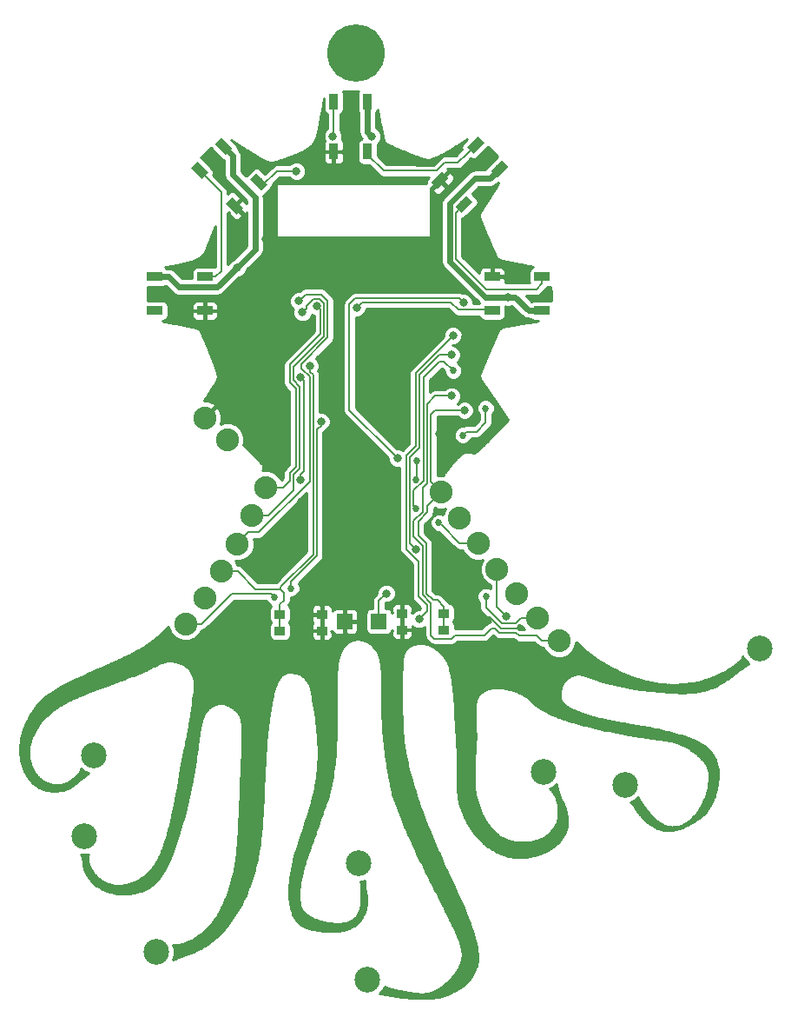
<source format=gtl>
G04 #@! TF.GenerationSoftware,KiCad,Pcbnew,no-vcs-found-077fb3c~59~ubuntu16.04.1*
G04 #@! TF.CreationDate,2017-08-19T10:31:39-06:00*
G04 #@! TF.ProjectId,001,3030312E6B696361645F706362000000,rev?*
G04 #@! TF.SameCoordinates,Original*
G04 #@! TF.FileFunction,Copper,L1,Top,Signal*
G04 #@! TF.FilePolarity,Positive*
%FSLAX46Y46*%
G04 Gerber Fmt 4.6, Leading zero omitted, Abs format (unit mm)*
G04 Created by KiCad (PCBNEW no-vcs-found-077fb3c~59~ubuntu16.04.1) date Sat Aug 19 10:31:39 2017*
%MOMM*%
%LPD*%
G01*
G04 APERTURE LIST*
%ADD10C,2.235200*%
%ADD11C,2.500000*%
%ADD12C,5.600000*%
%ADD13R,1.498600X0.889000*%
%ADD14C,0.889000*%
%ADD15C,0.100000*%
%ADD16R,0.889000X1.498600*%
%ADD17R,1.000000X0.900000*%
%ADD18R,1.500000X1.500000*%
%ADD19C,0.685800*%
%ADD20C,0.800000*%
%ADD21C,0.203200*%
%ADD22C,0.152400*%
%ADD23C,0.609600*%
%ADD24C,0.254000*%
G04 APERTURE END LIST*
D10*
X148228000Y-101326000D03*
X138859000Y-89085600D03*
X121757000Y-88613200D03*
X140647000Y-91600200D03*
X142470000Y-94084400D03*
X146258000Y-98976200D03*
X115813000Y-99438700D03*
X117464000Y-96802200D03*
X150358000Y-103566000D03*
X120390000Y-91371600D03*
X118973000Y-94119900D03*
X144304000Y-96571000D03*
X113923000Y-101902000D03*
D11*
X148803000Y-116330000D03*
X156783000Y-117574000D03*
X131698000Y-136543000D03*
X130830000Y-125204000D03*
X111084000Y-133881000D03*
X104083000Y-122619000D03*
X104988000Y-114740000D03*
X169887000Y-104333000D03*
D12*
X130515360Y-46281340D03*
D13*
X148711400Y-68100200D03*
X148711400Y-71402200D03*
X143834600Y-71402200D03*
X143834600Y-68100200D03*
D14*
X138758358Y-58710276D03*
D15*
G36*
X138973884Y-57866132D02*
X139602502Y-58494750D01*
X138542832Y-59554420D01*
X137914214Y-58925802D01*
X138973884Y-57866132D01*
X138973884Y-57866132D01*
G37*
D14*
X141093224Y-61045142D03*
D15*
G36*
X141308750Y-60200998D02*
X141937368Y-60829616D01*
X140877698Y-61889286D01*
X140249080Y-61260668D01*
X141308750Y-60200998D01*
X141308750Y-60200998D01*
G37*
D14*
X144541642Y-57596724D03*
D15*
G36*
X144757168Y-56752580D02*
X145385786Y-57381198D01*
X144326116Y-58440868D01*
X143697498Y-57812250D01*
X144757168Y-56752580D01*
X144757168Y-56752580D01*
G37*
D14*
X142206776Y-55261858D03*
D15*
G36*
X142422302Y-54417714D02*
X143050920Y-55046332D01*
X141991250Y-56106002D01*
X141362632Y-55477384D01*
X142422302Y-54417714D01*
X142422302Y-54417714D01*
G37*
D16*
X128381000Y-51036400D03*
X131683000Y-51036400D03*
X131683000Y-55913200D03*
X128381000Y-55913200D03*
D14*
X118736776Y-61187442D03*
D15*
G36*
X117892632Y-60971916D02*
X118521250Y-60343298D01*
X119580920Y-61402968D01*
X118952302Y-62031586D01*
X117892632Y-60971916D01*
X117892632Y-60971916D01*
G37*
D14*
X121071642Y-58852576D03*
D15*
G36*
X120227498Y-58637050D02*
X120856116Y-58008432D01*
X121915786Y-59068102D01*
X121287168Y-59696720D01*
X120227498Y-58637050D01*
X120227498Y-58637050D01*
G37*
D14*
X117623224Y-55404158D03*
D15*
G36*
X116779080Y-55188632D02*
X117407698Y-54560014D01*
X118467368Y-55619684D01*
X117838750Y-56248302D01*
X116779080Y-55188632D01*
X116779080Y-55188632D01*
G37*
D14*
X115288358Y-57739024D03*
D15*
G36*
X114444214Y-57523498D02*
X115072832Y-56894880D01*
X116132502Y-57954550D01*
X115503884Y-58583168D01*
X114444214Y-57523498D01*
X114444214Y-57523498D01*
G37*
D13*
X110946600Y-71407200D03*
X110946600Y-68105200D03*
X115823400Y-68105200D03*
X115823400Y-71407200D03*
D10*
X117988000Y-83956200D03*
X115798000Y-81836200D03*
D17*
X123146000Y-100981000D03*
X123146000Y-102581000D03*
X127246000Y-100981000D03*
X127246000Y-102581000D03*
X135043960Y-100893980D03*
X135043960Y-102493980D03*
X139143960Y-100893980D03*
X139143960Y-102493980D03*
D18*
X132780040Y-101671120D03*
X129480040Y-101671120D03*
D19*
X130698240Y-87977980D03*
D20*
X130654000Y-71135500D03*
X124986000Y-70477600D03*
D19*
X140403580Y-68943220D03*
X138615420Y-83380580D03*
X132605780Y-89870280D03*
X146585940Y-102275640D03*
X135648700Y-56418480D03*
X140289280Y-56172100D03*
X143520160Y-56263540D03*
D20*
X125181360Y-90007440D03*
D19*
X116578380Y-66459100D03*
X149047200Y-69837300D03*
X139433300Y-84899500D03*
X142699740Y-101287580D03*
X141221460Y-63926720D03*
X147436840Y-72428100D03*
X143230600Y-74063860D03*
X134282180Y-81871820D03*
D20*
X118475000Y-64188600D03*
X121747000Y-64412100D03*
X120599000Y-69812100D03*
D19*
X136408990Y-90677170D03*
X140032740Y-77246480D03*
X143215360Y-99247960D03*
D20*
X134585750Y-85780938D03*
X141030500Y-70620930D03*
X141130254Y-81115977D03*
X126710000Y-70964200D03*
X125335000Y-71577000D03*
D19*
X136517380Y-85984080D03*
X136400561Y-87843360D03*
X138637450Y-92061470D03*
X143194000Y-80901700D03*
X140970000Y-83535520D03*
D20*
X126070360Y-76784200D03*
X125133251Y-77876084D03*
X125152110Y-87913800D03*
X124747020Y-57815480D03*
X128309000Y-54416500D03*
X139886000Y-79714400D03*
X136382760Y-94627700D03*
X139886000Y-75714400D03*
X127139700Y-82207100D03*
D19*
X124226320Y-98432620D03*
X122626120Y-99331780D03*
D20*
X136710420Y-101457760D03*
X145194020Y-101142800D03*
X140000200Y-73835200D03*
X118972000Y-67254100D03*
X145335000Y-70076200D03*
X132104000Y-54416500D03*
X133510020Y-98935540D03*
D21*
X127168000Y-69821400D02*
X125642200Y-69821400D01*
X127797560Y-74025760D02*
X127797560Y-70450960D01*
X125211840Y-76611480D02*
X127797560Y-74025760D01*
X125211840Y-77017880D02*
X125211840Y-76611480D01*
X118973000Y-94119900D02*
X120090599Y-93002301D01*
X120090599Y-93002301D02*
X121053659Y-93002301D01*
X125642200Y-69821400D02*
X125385999Y-70077601D01*
X125385999Y-70077601D02*
X124986000Y-70477600D01*
X121053659Y-93002301D02*
X126027158Y-88028802D01*
X126027158Y-77833198D02*
X125211840Y-77017880D01*
X126027158Y-88028802D02*
X126027158Y-77833198D01*
X127797560Y-70450960D02*
X127168000Y-69821400D01*
X130654000Y-71135500D02*
X131053999Y-70735501D01*
X131053999Y-70735501D02*
X131053999Y-70733761D01*
X131053999Y-70733761D02*
X131183380Y-70604380D01*
X131183380Y-70604380D02*
X139814300Y-70604380D01*
X139814300Y-70604380D02*
X140507720Y-71297800D01*
X140507720Y-71297800D02*
X143730200Y-71297800D01*
X143730200Y-71297800D02*
X143834600Y-71402200D01*
X143834600Y-71402200D02*
X143707340Y-71274940D01*
X130793440Y-71274940D02*
X130654000Y-71135500D01*
X143835000Y-71402200D02*
X143834600Y-71402200D01*
D22*
X118973000Y-94119900D02*
X119433140Y-94119900D01*
D21*
X118973000Y-94119900D02*
X119936060Y-94119900D01*
X142699740Y-101287580D02*
X143614140Y-101287580D01*
X143614140Y-101287580D02*
X144678400Y-102351840D01*
X144678400Y-102351840D02*
X146509740Y-102351840D01*
X146509740Y-102351840D02*
X146585940Y-102275640D01*
X138198860Y-57284620D02*
X136514840Y-57284620D01*
X136514840Y-57284620D02*
X135648700Y-56418480D01*
X139308840Y-56174640D02*
X138198860Y-57284620D01*
X139801807Y-56174640D02*
X139308840Y-56174640D01*
X140289280Y-56172100D02*
X139804347Y-56172100D01*
X139804347Y-56172100D02*
X139801807Y-56174640D01*
X136174480Y-90442660D02*
X136408990Y-90677170D01*
X136174480Y-88925400D02*
X136174480Y-90442660D01*
X137121901Y-77917039D02*
X137121901Y-87977979D01*
X140032740Y-77246480D02*
X139141200Y-76354940D01*
X137121901Y-87977979D02*
X136174480Y-88925400D01*
X139141200Y-76354940D02*
X138684000Y-76354940D01*
X138684000Y-76354940D02*
X137121901Y-77917039D01*
X143215360Y-100334572D02*
X143215360Y-99732893D01*
X146111866Y-101861609D02*
X144742397Y-101861609D01*
X146647475Y-101326000D02*
X146111866Y-101861609D01*
X148228000Y-101326000D02*
X146647475Y-101326000D01*
X144742397Y-101861609D02*
X143215360Y-100334572D01*
X143215360Y-99732893D02*
X143215360Y-99247960D01*
X134185751Y-85380939D02*
X134585750Y-85780938D01*
X129919600Y-81114788D02*
X134185751Y-85380939D01*
X130512869Y-70220931D02*
X129919600Y-70814200D01*
X140630501Y-70220931D02*
X130512869Y-70220931D01*
X141030500Y-70620930D02*
X140630501Y-70220931D01*
X129919600Y-70814200D02*
X129919600Y-81114788D01*
X138509418Y-99606238D02*
X138072438Y-99606238D01*
X138072438Y-99606238D02*
X137414000Y-98947800D01*
X139143960Y-100893980D02*
X139143960Y-100240780D01*
X139143960Y-100240780D02*
X138509418Y-99606238D01*
X139143960Y-102493980D02*
X139143960Y-100893980D01*
X136654540Y-93329760D02*
X136654540Y-91917520D01*
X137414000Y-98947800D02*
X137414000Y-94089220D01*
X137530840Y-90413760D02*
X138859000Y-89085600D01*
X137414000Y-94089220D02*
X136654540Y-93329760D01*
X136654540Y-91917520D02*
X137530840Y-91041220D01*
X137530840Y-91041220D02*
X137530840Y-90413760D01*
X138859000Y-89085600D02*
X137866120Y-88092720D01*
X137866120Y-88092720D02*
X137866120Y-81495900D01*
X137866120Y-81495900D02*
X138246043Y-81115977D01*
X138246043Y-81115977D02*
X141130254Y-81115977D01*
X124703840Y-79032100D02*
X124104400Y-78432660D01*
X124104400Y-78432660D02*
X124104400Y-76659740D01*
X124703840Y-86598760D02*
X124703840Y-79032100D01*
X124708920Y-86603840D02*
X124703840Y-86598760D01*
X124104400Y-87208360D02*
X124708920Y-86603840D01*
X124104400Y-87947500D02*
X124104400Y-87208360D01*
X121757000Y-88613200D02*
X123438700Y-88613200D01*
X123438700Y-88613200D02*
X124104400Y-87947500D01*
X124104400Y-76659740D02*
X127078740Y-73685400D01*
X127078740Y-73685400D02*
X127078740Y-71332940D01*
X127078740Y-71332940D02*
X126710000Y-70964200D01*
X120390000Y-91371600D02*
X121970525Y-91371600D01*
X121970525Y-91371600D02*
X124482860Y-88859265D01*
X124482860Y-88859265D02*
X124482860Y-87378540D01*
X124482860Y-87378540D02*
X125077220Y-86784180D01*
X125077220Y-86784180D02*
X125077220Y-78787977D01*
X125077220Y-78787977D02*
X124479249Y-78190006D01*
X127434351Y-73883509D02*
X127434351Y-70685351D01*
X124479249Y-78190006D02*
X124479249Y-76838611D01*
X124479249Y-76838611D02*
X127434351Y-73883509D01*
X127434351Y-70685351D02*
X127008000Y-70259000D01*
X127008000Y-70259000D02*
X126410000Y-70259000D01*
X126410000Y-70259000D02*
X125734999Y-70934001D01*
X125734999Y-70934001D02*
X125734999Y-71177001D01*
X125734999Y-71177001D02*
X125335000Y-71577000D01*
X136517380Y-85984080D02*
X136517380Y-87726541D01*
X136517380Y-87726541D02*
X136400561Y-87843360D01*
X138980349Y-92404369D02*
X138637450Y-92061470D01*
X140660380Y-94084400D02*
X138980349Y-92404369D01*
X142470000Y-94084400D02*
X140660380Y-94084400D01*
X142295879Y-83192621D02*
X143194000Y-82294500D01*
X143194000Y-82294500D02*
X143194000Y-80901700D01*
X140970000Y-83535520D02*
X141312899Y-83192621D01*
X141312899Y-83192621D02*
X142295879Y-83192621D01*
X126382769Y-77662294D02*
X126070360Y-77349885D01*
X123169680Y-98338652D02*
X126382769Y-95125563D01*
X126382769Y-95125563D02*
X126382769Y-77662294D01*
X123169680Y-98513900D02*
X123169680Y-98338652D01*
X126070360Y-77349885D02*
X126070360Y-76784200D01*
X123146000Y-100981000D02*
X123146000Y-100005700D01*
X123146000Y-100005700D02*
X123535440Y-99616260D01*
X123535440Y-99616260D02*
X123535440Y-98879660D01*
X123535440Y-98879660D02*
X123169680Y-98513900D01*
X117464000Y-96802200D02*
X119044525Y-96802200D01*
X119044525Y-96802200D02*
X120756225Y-98513900D01*
X120756225Y-98513900D02*
X123169680Y-98513900D01*
X123146000Y-102581000D02*
X123146000Y-100981000D01*
X125152110Y-87913800D02*
X125152110Y-87348115D01*
X125152110Y-87348115D02*
X125465840Y-87034385D01*
X125465840Y-87034385D02*
X125465840Y-78208673D01*
X125465840Y-78208673D02*
X125133251Y-77876084D01*
X148711400Y-68100200D02*
X148711400Y-68747900D01*
X148145240Y-69314060D02*
X143250920Y-69314060D01*
X148711400Y-68747900D02*
X148145240Y-69314060D01*
X140284200Y-66347340D02*
X140284200Y-61854200D01*
X140284200Y-61854200D02*
X140720500Y-61417900D01*
X143250920Y-69314060D02*
X140284200Y-66347340D01*
X141093000Y-61045100D02*
X140720500Y-61417900D01*
X141093200Y-61045200D02*
X141093200Y-61045100D01*
X140720500Y-61417900D02*
X141093200Y-61045200D01*
X142206900Y-55262000D02*
X141354000Y-56114700D01*
X141354000Y-56114700D02*
X140501000Y-56967600D01*
X140501000Y-56967600D02*
X139216920Y-56967600D01*
X139216920Y-56967600D02*
X138414760Y-57769760D01*
X131683000Y-56189120D02*
X131683000Y-55913200D01*
X138414760Y-57769760D02*
X133263640Y-57769760D01*
X133263640Y-57769760D02*
X131683000Y-56189120D01*
X142206800Y-55261900D02*
X142206900Y-55262000D01*
X142206900Y-55262000D02*
X142207000Y-55261900D01*
X124181335Y-57815480D02*
X124747020Y-57815480D01*
X122854420Y-57815480D02*
X124181335Y-57815480D01*
X121444500Y-59225400D02*
X122854420Y-57815480D01*
X128381000Y-54344800D02*
X128381000Y-51036400D01*
X128309000Y-54416500D02*
X128381000Y-54344800D01*
X121072000Y-58852600D02*
X121444500Y-59225400D01*
X121444400Y-59225400D02*
X121071600Y-58852600D01*
X121444500Y-59225400D02*
X121444400Y-59225400D01*
X116071100Y-58521700D02*
X116169000Y-58619500D01*
X117434360Y-59884860D02*
X117434360Y-67548840D01*
X117434360Y-67548840D02*
X116878000Y-68105200D01*
X116169000Y-58619500D02*
X117434360Y-59884860D01*
X116878000Y-68105200D02*
X115823400Y-68105200D01*
X115823000Y-68105200D02*
X115823400Y-68105200D01*
X115288000Y-57739000D02*
X116071100Y-58521700D01*
X116071100Y-58521700D02*
X115288400Y-57739000D01*
X137050780Y-91018372D02*
X136169400Y-91899752D01*
X137477512Y-80525608D02*
X137477512Y-88262448D01*
X139886000Y-79714400D02*
X138288720Y-79714400D01*
X146169380Y-102760780D02*
X146456400Y-103047800D01*
X139882880Y-103339900D02*
X140195300Y-103027480D01*
X136169400Y-91899752D02*
X136169400Y-93400880D01*
X138288720Y-79714400D02*
X137477512Y-80525608D01*
X137477512Y-88262448D02*
X137050780Y-88689180D01*
X144543780Y-102760780D02*
X146169380Y-102760780D01*
X137050780Y-88689180D02*
X137050780Y-91018372D01*
X140195300Y-103027480D02*
X143050260Y-103027480D01*
X136169400Y-93400880D02*
X137058389Y-94289869D01*
X137058389Y-94289869D02*
X137058389Y-99095098D01*
X137058389Y-99095098D02*
X137876280Y-99912989D01*
X137876280Y-99912989D02*
X137876280Y-103002080D01*
X137876280Y-103002080D02*
X138214100Y-103339900D01*
X144137380Y-102354380D02*
X144543780Y-102760780D01*
X138214100Y-103339900D02*
X139882880Y-103339900D01*
X143050260Y-103027480D02*
X143723360Y-102354380D01*
X143723360Y-102354380D02*
X144137380Y-102354380D01*
X146456400Y-103047800D02*
X148186140Y-103047800D01*
X148186140Y-103047800D02*
X148704340Y-103566000D01*
X148704340Y-103566000D02*
X150358000Y-103566000D01*
X150358000Y-103566000D02*
X149712800Y-102920800D01*
X139320315Y-75714400D02*
X139886000Y-75714400D01*
X136735831Y-84744538D02*
X136735831Y-77668109D01*
X135803651Y-94048591D02*
X135803651Y-85676718D01*
X136382760Y-94627700D02*
X135803651Y-94048591D01*
X138689540Y-75714400D02*
X139320315Y-75714400D01*
X135803651Y-85676718D02*
X136735831Y-84744538D01*
X136735831Y-77668109D02*
X138689540Y-75714400D01*
X124226320Y-98432620D02*
X124226320Y-97784920D01*
X124226320Y-97784920D02*
X126738380Y-95272860D01*
X126738380Y-82950316D02*
X126963600Y-82725096D01*
X126738380Y-95272860D02*
X126738380Y-82950316D01*
X126963600Y-82725096D02*
X127067300Y-82725096D01*
X127139700Y-82652696D02*
X127139700Y-82207100D01*
X127067300Y-82725096D02*
X127139700Y-82652696D01*
X113923000Y-101902000D02*
X115503525Y-101902000D01*
X115503525Y-101902000D02*
X118416645Y-98988880D01*
X118416645Y-98988880D02*
X122283220Y-98988880D01*
X122283220Y-98988880D02*
X122626120Y-99331780D01*
X136380220Y-77455180D02*
X140000200Y-73835200D01*
X136375140Y-84602320D02*
X136375140Y-78379320D01*
X135448040Y-85529420D02*
X136375140Y-84602320D01*
X135448040Y-94658180D02*
X135448040Y-85529420D01*
X136667240Y-95877380D02*
X135448040Y-94658180D01*
X136667240Y-99255580D02*
X136667240Y-95877380D01*
X137490200Y-100677980D02*
X137490200Y-100078540D01*
X136380220Y-78374240D02*
X136380220Y-77455180D01*
X137490200Y-100078540D02*
X136667240Y-99255580D01*
X136710420Y-101457760D02*
X137490200Y-100677980D01*
X136375140Y-78379320D02*
X136380220Y-78374240D01*
X144794021Y-100742801D02*
X145194020Y-101142800D01*
X144304000Y-100252780D02*
X144794021Y-100742801D01*
X144304000Y-96571000D02*
X144304000Y-100252780D01*
D23*
X145335000Y-70076200D02*
X145324700Y-70065900D01*
X143616000Y-58521900D02*
X144079000Y-58059300D01*
X145324700Y-70065900D02*
X143149320Y-70065900D01*
X143149320Y-70065900D02*
X139687000Y-66603580D01*
X139687000Y-66603580D02*
X139687000Y-60992400D01*
X139687000Y-60992400D02*
X142157000Y-58521900D01*
X142157000Y-58521900D02*
X143616000Y-58521900D01*
X118085500Y-55866800D02*
X118548000Y-56329400D01*
X118548000Y-56329400D02*
X118548000Y-58179800D01*
X118548000Y-58179800D02*
X120710960Y-60342760D01*
X120710960Y-60342760D02*
X120710960Y-65420840D01*
X120710960Y-65420840D02*
X118925000Y-67206800D01*
X118925000Y-67206800D02*
X118972000Y-67254100D01*
X131683000Y-53995700D02*
X131683000Y-51036400D01*
X132104000Y-54416500D02*
X131683000Y-53995700D01*
X117623000Y-55404200D02*
X118085500Y-55866800D01*
X117623200Y-55404500D02*
X117623200Y-55404200D01*
X118085500Y-55866800D02*
X117623200Y-55404500D01*
X144079000Y-58059300D02*
X144541600Y-57596700D01*
X144079000Y-58059300D02*
X144542000Y-57596700D01*
X117023000Y-69108800D02*
X118925000Y-67206800D01*
X113259000Y-69108800D02*
X117023000Y-69108800D01*
X112255000Y-68105200D02*
X113259000Y-69108800D01*
X110947000Y-68105200D02*
X112255000Y-68105200D01*
X110947000Y-68105200D02*
X110946600Y-68105200D01*
X146077000Y-70076200D02*
X145335000Y-70076200D01*
X147403000Y-71402200D02*
X146077000Y-70076200D01*
X148711000Y-71402200D02*
X147403000Y-71402200D01*
X148711000Y-71402200D02*
X148711400Y-71402200D01*
D21*
X132772271Y-100710151D02*
X132772271Y-99673289D01*
X132772271Y-99673289D02*
X133110021Y-99335539D01*
X132780040Y-101671120D02*
X132780040Y-100717920D01*
X132780040Y-100717920D02*
X132772271Y-100710151D01*
X133110021Y-99335539D02*
X133510020Y-98935540D01*
D24*
G36*
X130742077Y-50081475D02*
X130701176Y-50287100D01*
X130701176Y-51785700D01*
X130742077Y-51991325D01*
X130851200Y-52154638D01*
X130851200Y-53995700D01*
X130851220Y-53995801D01*
X130851201Y-53995898D01*
X130881819Y-54149634D01*
X130914517Y-54314016D01*
X130914573Y-54314100D01*
X130914593Y-54314199D01*
X131005589Y-54450315D01*
X131094829Y-54583871D01*
X131094911Y-54583926D01*
X131094968Y-54584011D01*
X131154308Y-54643323D01*
X131032875Y-54667477D01*
X130858555Y-54783955D01*
X130742077Y-54958275D01*
X130701176Y-55163900D01*
X130701176Y-56662500D01*
X130742077Y-56868125D01*
X130858555Y-57042445D01*
X131032875Y-57158923D01*
X131238500Y-57199824D01*
X131804730Y-57199824D01*
X132819153Y-58214248D01*
X133007200Y-58339897D01*
X133023085Y-58350511D01*
X133263640Y-58398360D01*
X137696366Y-58398360D01*
X137467445Y-58627281D01*
X137387214Y-58820976D01*
X137387214Y-59006960D01*
X122925160Y-59006960D01*
X122922620Y-59007465D01*
X122920080Y-59006960D01*
X122871479Y-59016627D01*
X122830277Y-59044157D01*
X122802747Y-59085359D01*
X122793080Y-59133960D01*
X122793080Y-64112360D01*
X122802747Y-64160961D01*
X122830277Y-64202163D01*
X122871479Y-64229693D01*
X122920080Y-64239360D01*
X137702880Y-64239360D01*
X137751481Y-64229693D01*
X137792683Y-64202163D01*
X137820213Y-64160961D01*
X137829880Y-64112360D01*
X137829880Y-59571214D01*
X138000658Y-59571214D01*
X138000658Y-59757536D01*
X138096063Y-59852941D01*
X138244310Y-60001189D01*
X138438005Y-60081420D01*
X138647658Y-60081420D01*
X138841353Y-60001189D01*
X139300532Y-59542010D01*
X139300532Y-59355688D01*
X138758358Y-58813514D01*
X138000658Y-59571214D01*
X137829880Y-59571214D01*
X137829880Y-59467976D01*
X137897420Y-59467976D01*
X138655120Y-58710276D01*
X138861596Y-58710276D01*
X139403770Y-59252450D01*
X139590092Y-59252450D01*
X140049271Y-58793271D01*
X140129502Y-58599576D01*
X140129502Y-58389923D01*
X140049271Y-58196228D01*
X139901023Y-58047981D01*
X139805618Y-57952576D01*
X139619296Y-57952576D01*
X138861596Y-58710276D01*
X138655120Y-58710276D01*
X138640978Y-58696134D01*
X138744216Y-58592896D01*
X138758358Y-58607038D01*
X139516058Y-57849338D01*
X139516058Y-57663016D01*
X139463268Y-57610226D01*
X139477295Y-57596200D01*
X140501000Y-57596200D01*
X140622253Y-57572081D01*
X140741521Y-57548365D01*
X140741536Y-57548355D01*
X140741555Y-57548351D01*
X140844026Y-57479882D01*
X140945461Y-57412113D01*
X141767414Y-56590257D01*
X141785625Y-56602425D01*
X141991250Y-56643326D01*
X142196875Y-56602425D01*
X142371195Y-56485947D01*
X143421377Y-55435766D01*
X144367735Y-56382124D01*
X143317553Y-57432305D01*
X143201075Y-57606625D01*
X143184471Y-57690100D01*
X142157000Y-57690100D01*
X142156955Y-57690109D01*
X142156916Y-57690101D01*
X142001598Y-57721011D01*
X141838684Y-57753417D01*
X141838649Y-57753440D01*
X141838606Y-57753449D01*
X141699508Y-57846412D01*
X141568829Y-57933729D01*
X141568806Y-57933763D01*
X141568769Y-57933788D01*
X139098769Y-60404288D01*
X139007610Y-60540748D01*
X138918517Y-60674084D01*
X138918508Y-60674127D01*
X138918485Y-60674162D01*
X138887975Y-60827627D01*
X138855200Y-60992400D01*
X138855200Y-66603580D01*
X138917499Y-66916776D01*
X138918517Y-66921896D01*
X139098829Y-67191751D01*
X142561149Y-70654071D01*
X142583791Y-70669200D01*
X141957459Y-70669200D01*
X141957661Y-70437347D01*
X141816831Y-70096513D01*
X141556289Y-69835516D01*
X141215701Y-69694091D01*
X140951394Y-69693860D01*
X140871056Y-69640180D01*
X140630501Y-69592331D01*
X130512869Y-69592331D01*
X130277663Y-69639116D01*
X130272314Y-69640180D01*
X130068382Y-69776444D01*
X129475113Y-70369713D01*
X129338849Y-70573645D01*
X129291000Y-70814200D01*
X129291000Y-81114788D01*
X129338849Y-81355343D01*
X129475113Y-81559275D01*
X133658782Y-85742945D01*
X133658589Y-85964521D01*
X133799419Y-86305355D01*
X134059961Y-86566352D01*
X134400549Y-86707777D01*
X134769333Y-86708099D01*
X134819440Y-86687395D01*
X134819440Y-94658180D01*
X134867289Y-94898735D01*
X135003553Y-95102667D01*
X136038640Y-96137754D01*
X136038640Y-99255580D01*
X136086489Y-99496135D01*
X136222753Y-99700067D01*
X136861600Y-100338914D01*
X136861600Y-100417605D01*
X136748413Y-100530792D01*
X136526837Y-100530599D01*
X136186003Y-100671429D01*
X136036193Y-100820978D01*
X135939212Y-100820978D01*
X136070960Y-100689230D01*
X136070960Y-100339153D01*
X135990729Y-100145458D01*
X135842481Y-99997211D01*
X135648787Y-99916980D01*
X135248710Y-99916980D01*
X135116960Y-100048730D01*
X135116960Y-100820980D01*
X135136960Y-100820980D01*
X135136960Y-100966980D01*
X135116960Y-100966980D01*
X135116960Y-102420980D01*
X135939210Y-102420980D01*
X136070960Y-102289230D01*
X136070960Y-102129304D01*
X136184631Y-102243174D01*
X136525219Y-102384599D01*
X136894003Y-102384921D01*
X137234837Y-102244091D01*
X137247680Y-102231270D01*
X137247680Y-103002080D01*
X137295529Y-103242635D01*
X137431793Y-103446567D01*
X137769613Y-103784388D01*
X137973545Y-103920651D01*
X138214100Y-103968500D01*
X139882880Y-103968500D01*
X140123435Y-103920651D01*
X140327367Y-103784387D01*
X140455674Y-103656080D01*
X143050260Y-103656080D01*
X143290815Y-103608231D01*
X143494747Y-103471967D01*
X143930370Y-103036344D01*
X144099292Y-103205267D01*
X144291100Y-103333429D01*
X144303225Y-103341531D01*
X144543780Y-103389380D01*
X145909005Y-103389380D01*
X146011913Y-103492288D01*
X146215845Y-103628551D01*
X146456400Y-103676400D01*
X147925766Y-103676400D01*
X148259852Y-104010487D01*
X148424736Y-104120659D01*
X148463785Y-104146751D01*
X148704340Y-104194600D01*
X148838272Y-104194600D01*
X148962963Y-104496374D01*
X149425192Y-104959411D01*
X150029434Y-105210314D01*
X150683696Y-105210885D01*
X151288374Y-104961037D01*
X151751411Y-104498808D01*
X152002314Y-103894566D01*
X152002471Y-103714874D01*
X152013256Y-103724967D01*
X152017653Y-103727699D01*
X152020743Y-103731850D01*
X152370813Y-104048058D01*
X152375657Y-104050950D01*
X152379110Y-104055408D01*
X152720101Y-104351721D01*
X152725458Y-104354782D01*
X152729338Y-104359579D01*
X153061184Y-104635923D01*
X153067135Y-104639159D01*
X153071513Y-104644324D01*
X153394153Y-104900629D01*
X153400789Y-104904041D01*
X153405759Y-104909611D01*
X153719126Y-105145804D01*
X153726565Y-105149393D01*
X153732235Y-105155398D01*
X154036266Y-105371407D01*
X154044641Y-105375161D01*
X154051147Y-105381633D01*
X154345778Y-105577386D01*
X154355251Y-105581281D01*
X154362761Y-105588247D01*
X154647928Y-105763671D01*
X154656857Y-105766982D01*
X154664041Y-105773225D01*
X155076331Y-106008754D01*
X155083960Y-106011305D01*
X155090176Y-106016414D01*
X155502423Y-106237151D01*
X155510310Y-106239550D01*
X155516823Y-106244603D01*
X155928847Y-106450540D01*
X155936991Y-106452769D01*
X155943809Y-106457751D01*
X156355428Y-106648883D01*
X156363832Y-106650925D01*
X156370963Y-106655820D01*
X156781999Y-106832142D01*
X156790666Y-106833979D01*
X156798118Y-106838770D01*
X157208389Y-107000274D01*
X157217315Y-107001886D01*
X157225093Y-107006553D01*
X157634421Y-107153235D01*
X157643606Y-107154602D01*
X157651715Y-107159125D01*
X158059918Y-107290978D01*
X158069355Y-107292078D01*
X158077798Y-107296435D01*
X158484696Y-107413453D01*
X158494378Y-107414265D01*
X158503157Y-107418433D01*
X158908572Y-107520610D01*
X158918492Y-107521112D01*
X158927601Y-107525064D01*
X159331350Y-107612395D01*
X159341494Y-107612564D01*
X159350931Y-107616276D01*
X159752836Y-107688754D01*
X159763185Y-107688568D01*
X159772948Y-107692016D01*
X160172828Y-107749635D01*
X160183368Y-107749073D01*
X160193440Y-107752227D01*
X160591116Y-107794981D01*
X160601822Y-107794023D01*
X160612192Y-107796857D01*
X161007482Y-107824741D01*
X161018333Y-107823367D01*
X161028983Y-107825855D01*
X161421708Y-107838862D01*
X161432674Y-107837056D01*
X161443582Y-107839171D01*
X161833562Y-107837296D01*
X161844608Y-107835043D01*
X161855754Y-107836763D01*
X162242809Y-107819999D01*
X162253909Y-107817287D01*
X162265257Y-107818587D01*
X162649205Y-107786928D01*
X162660314Y-107783750D01*
X162671839Y-107784612D01*
X163052501Y-107738054D01*
X163063588Y-107734404D01*
X163075252Y-107734810D01*
X163452449Y-107673344D01*
X163463466Y-107669224D01*
X163475232Y-107669161D01*
X163848781Y-107592784D01*
X163859694Y-107588195D01*
X163871522Y-107587654D01*
X164241247Y-107496358D01*
X164252013Y-107491310D01*
X164263859Y-107490285D01*
X164629577Y-107384064D01*
X164640155Y-107378570D01*
X164651976Y-107377061D01*
X165013508Y-107255910D01*
X165023857Y-107249989D01*
X165035612Y-107247999D01*
X165392778Y-107111913D01*
X165402863Y-107105585D01*
X165414513Y-107103122D01*
X165767132Y-106952092D01*
X165776915Y-106945384D01*
X165788413Y-106942463D01*
X166136305Y-106776486D01*
X166145759Y-106769425D01*
X166157067Y-106766062D01*
X166500052Y-106585130D01*
X166509144Y-106577751D01*
X166520226Y-106573967D01*
X166858125Y-106378076D01*
X166866835Y-106370410D01*
X166877659Y-106366229D01*
X167210290Y-106155371D01*
X167215389Y-106150512D01*
X167221896Y-106147817D01*
X167294395Y-106099382D01*
X167296447Y-106097331D01*
X167299114Y-106096195D01*
X167367928Y-106049234D01*
X167370314Y-106046801D01*
X167373431Y-106045431D01*
X167438650Y-105999806D01*
X167441395Y-105996940D01*
X167445004Y-105995296D01*
X167506714Y-105950872D01*
X167509836Y-105947524D01*
X167513972Y-105945561D01*
X167572263Y-105902203D01*
X167575785Y-105898307D01*
X167580488Y-105895970D01*
X167635449Y-105853541D01*
X167639377Y-105849035D01*
X167644676Y-105846267D01*
X167696395Y-105804633D01*
X167700733Y-105799447D01*
X167706653Y-105796179D01*
X167755219Y-105755204D01*
X167759958Y-105749267D01*
X167766511Y-105745424D01*
X167812012Y-105704972D01*
X167817123Y-105698217D01*
X167824306Y-105693721D01*
X167866832Y-105653656D01*
X167872273Y-105646016D01*
X167880063Y-105640786D01*
X167919702Y-105600973D01*
X167925401Y-105592404D01*
X167933740Y-105586370D01*
X167970581Y-105546673D01*
X167976446Y-105537144D01*
X167985252Y-105530246D01*
X168019384Y-105490531D01*
X168025307Y-105480030D01*
X168034482Y-105472213D01*
X168065992Y-105432341D01*
X168071822Y-105420933D01*
X168081203Y-105412204D01*
X168110181Y-105372042D01*
X168115787Y-105359777D01*
X168125228Y-105350144D01*
X168151763Y-105309554D01*
X168156981Y-105296589D01*
X168166277Y-105286152D01*
X168190458Y-105245001D01*
X168195163Y-105231481D01*
X168204149Y-105220340D01*
X168226063Y-105178490D01*
X168230131Y-105164656D01*
X168238620Y-105153001D01*
X168258357Y-105110319D01*
X168261716Y-105096398D01*
X168269570Y-105084425D01*
X168272140Y-105078068D01*
X168379655Y-105338274D01*
X168831325Y-105790734D01*
X168823607Y-105794970D01*
X168820835Y-105797297D01*
X168817401Y-105798427D01*
X168757810Y-105832096D01*
X168755218Y-105834327D01*
X168751984Y-105835433D01*
X168691198Y-105870717D01*
X168688748Y-105872876D01*
X168685673Y-105873966D01*
X168623816Y-105910797D01*
X168621495Y-105912889D01*
X168618561Y-105913964D01*
X168555749Y-105952273D01*
X168553525Y-105954320D01*
X168550704Y-105955387D01*
X168487059Y-105995108D01*
X168484923Y-105997116D01*
X168482191Y-105998180D01*
X168417831Y-106039245D01*
X168415765Y-106041225D01*
X168413107Y-106042291D01*
X168348153Y-106084631D01*
X168346137Y-106086602D01*
X168343530Y-106087676D01*
X168278102Y-106131225D01*
X168276135Y-106133185D01*
X168273576Y-106134268D01*
X168207792Y-106178958D01*
X168205851Y-106180929D01*
X168203312Y-106182032D01*
X168137294Y-106227795D01*
X168135379Y-106229777D01*
X168132856Y-106230901D01*
X168066722Y-106277670D01*
X168064819Y-106279676D01*
X168062303Y-106280826D01*
X167996173Y-106328531D01*
X167994273Y-106330573D01*
X167991745Y-106331757D01*
X167925740Y-106380332D01*
X167923833Y-106382420D01*
X167921283Y-106383645D01*
X167855521Y-106433022D01*
X167853603Y-106435164D01*
X167851027Y-106436432D01*
X167785629Y-106486544D01*
X167783693Y-106488748D01*
X167781071Y-106490072D01*
X167716157Y-106540851D01*
X167715940Y-106541103D01*
X167715642Y-106541254D01*
X167513956Y-106699389D01*
X167318325Y-106849878D01*
X167126801Y-106993791D01*
X166938716Y-107131203D01*
X166753567Y-107262074D01*
X166570828Y-107386396D01*
X166389911Y-107504216D01*
X166210170Y-107615622D01*
X166031132Y-107720600D01*
X165852054Y-107819303D01*
X165672357Y-107911781D01*
X165491332Y-107998150D01*
X165308221Y-108078530D01*
X165122336Y-108152988D01*
X164932858Y-108221626D01*
X164739023Y-108284492D01*
X164540043Y-108341619D01*
X164335048Y-108393032D01*
X164123340Y-108438687D01*
X163904083Y-108478550D01*
X163676597Y-108512540D01*
X163440129Y-108540577D01*
X163193930Y-108562568D01*
X162937425Y-108578397D01*
X162669929Y-108587962D01*
X162390809Y-108591153D01*
X162099517Y-108587867D01*
X161795366Y-108578002D01*
X161477908Y-108561469D01*
X161146559Y-108538181D01*
X160798200Y-108507839D01*
X160544005Y-108483849D01*
X160543628Y-108483888D01*
X160543263Y-108483779D01*
X160305322Y-108461633D01*
X160304957Y-108461671D01*
X160304602Y-108461566D01*
X160084145Y-108441326D01*
X160083793Y-108441363D01*
X160083454Y-108441263D01*
X159879528Y-108422788D01*
X159879205Y-108422822D01*
X159878894Y-108422731D01*
X159690545Y-108405877D01*
X159690259Y-108405908D01*
X159689983Y-108405827D01*
X159516261Y-108390453D01*
X159516029Y-108390478D01*
X159515805Y-108390413D01*
X159355758Y-108376377D01*
X159355602Y-108376394D01*
X159355454Y-108376351D01*
X159208124Y-108363509D01*
X159208069Y-108363515D01*
X159208014Y-108363499D01*
X159072452Y-108351709D01*
X159072451Y-108351709D01*
X158948303Y-108340882D01*
X158948302Y-108340882D01*
X158833533Y-108330780D01*
X158728905Y-108321415D01*
X158632644Y-108312573D01*
X158543870Y-108304124D01*
X158461531Y-108295921D01*
X158385378Y-108287903D01*
X158313902Y-108279883D01*
X158246223Y-108271743D01*
X158181276Y-108263338D01*
X158117797Y-108254498D01*
X158054954Y-108245103D01*
X157991189Y-108234921D01*
X157925440Y-108223782D01*
X157856711Y-108211525D01*
X157783833Y-108197953D01*
X157705810Y-108182902D01*
X157621884Y-108166255D01*
X157530528Y-108147746D01*
X157432284Y-108127528D01*
X157324409Y-108105089D01*
X157207086Y-108080517D01*
X157206998Y-108080516D01*
X157206918Y-108080482D01*
X157126551Y-108063675D01*
X157126214Y-108063672D01*
X157125904Y-108063540D01*
X157041040Y-108045894D01*
X157040826Y-108045892D01*
X157040632Y-108045810D01*
X156951618Y-108027368D01*
X156951513Y-108027367D01*
X156951416Y-108027326D01*
X156858600Y-108008131D01*
X156858590Y-108008131D01*
X156858581Y-108008127D01*
X156762311Y-107988221D01*
X156663362Y-107967736D01*
X156663361Y-107967736D01*
X156561226Y-107946537D01*
X156457528Y-107924934D01*
X156351048Y-107902642D01*
X156243758Y-107880044D01*
X156135385Y-107857054D01*
X156025109Y-107833469D01*
X155915078Y-107809714D01*
X155804688Y-107785629D01*
X155694783Y-107761367D01*
X155585074Y-107736833D01*
X155475895Y-107712064D01*
X155368689Y-107687355D01*
X155262604Y-107662476D01*
X155159023Y-107637715D01*
X155057662Y-107612970D01*
X154959165Y-107588361D01*
X154863727Y-107563898D01*
X154772027Y-107539718D01*
X154684400Y-107515874D01*
X154601462Y-107492501D01*
X154523420Y-107469627D01*
X154451111Y-107447475D01*
X154384960Y-107426163D01*
X154325826Y-107405984D01*
X154270584Y-107385834D01*
X154222547Y-107367682D01*
X154222142Y-107367615D01*
X154221795Y-107367399D01*
X154173604Y-107349266D01*
X154173163Y-107349193D01*
X154172780Y-107348956D01*
X154127381Y-107331953D01*
X154126910Y-107331876D01*
X154126505Y-107331626D01*
X154083702Y-107315674D01*
X154083189Y-107315591D01*
X154082745Y-107315318D01*
X154042337Y-107300340D01*
X154041798Y-107300254D01*
X154041331Y-107299968D01*
X154003116Y-107285884D01*
X154002541Y-107285793D01*
X154002044Y-107285490D01*
X153965826Y-107272223D01*
X153965232Y-107272130D01*
X153964717Y-107271818D01*
X153930293Y-107259288D01*
X153929683Y-107259194D01*
X153929153Y-107258874D01*
X153896325Y-107247003D01*
X153895697Y-107246908D01*
X153895155Y-107246582D01*
X153863722Y-107235292D01*
X153863101Y-107235199D01*
X153862559Y-107234875D01*
X153832323Y-107224088D01*
X153831721Y-107223999D01*
X153831200Y-107223689D01*
X153801959Y-107213325D01*
X153801382Y-107213241D01*
X153800879Y-107212943D01*
X153772435Y-107202925D01*
X153771905Y-107202849D01*
X153771442Y-107202576D01*
X153743593Y-107192825D01*
X153743119Y-107192758D01*
X153742709Y-107192517D01*
X153715258Y-107182955D01*
X153714860Y-107182899D01*
X153714513Y-107182696D01*
X153687259Y-107173244D01*
X153686955Y-107173202D01*
X153686692Y-107173048D01*
X153659436Y-107163627D01*
X153659207Y-107163596D01*
X153659007Y-107163479D01*
X153631547Y-107154012D01*
X153631429Y-107153996D01*
X153631326Y-107153936D01*
X153603464Y-107144343D01*
X153603424Y-107144338D01*
X153603385Y-107144315D01*
X153575028Y-107134557D01*
X153575026Y-107134556D01*
X153545760Y-107124478D01*
X153545761Y-107124478D01*
X153515733Y-107114123D01*
X153485137Y-107103548D01*
X153452265Y-107092153D01*
X153452266Y-107092153D01*
X153418377Y-107080365D01*
X153383126Y-107068057D01*
X153345446Y-107054847D01*
X153305379Y-107040742D01*
X153305380Y-107040742D01*
X153263724Y-107026014D01*
X153218838Y-107010077D01*
X153170950Y-106993002D01*
X153169670Y-106992814D01*
X153168556Y-106992154D01*
X153109786Y-106971490D01*
X153106544Y-106971027D01*
X153103706Y-106969390D01*
X153046321Y-106949929D01*
X153042621Y-106949443D01*
X153039368Y-106947621D01*
X152983309Y-106929400D01*
X152979117Y-106928903D01*
X152975404Y-106926893D01*
X152920618Y-106909952D01*
X152915908Y-106909463D01*
X152911709Y-106907276D01*
X152858136Y-106891652D01*
X152852867Y-106891190D01*
X152848132Y-106888832D01*
X152795717Y-106874565D01*
X152789875Y-106874159D01*
X152784580Y-106871652D01*
X152733268Y-106858779D01*
X152726807Y-106858459D01*
X152720903Y-106855822D01*
X152670635Y-106844382D01*
X152663543Y-106844187D01*
X152656994Y-106841450D01*
X152607716Y-106831482D01*
X152599972Y-106831457D01*
X152592751Y-106828660D01*
X152544405Y-106820202D01*
X152536005Y-106820397D01*
X152528088Y-106817588D01*
X152480619Y-106810678D01*
X152471557Y-106811148D01*
X152462916Y-106808380D01*
X152416266Y-106803057D01*
X152406565Y-106803861D01*
X152397203Y-106801202D01*
X152351317Y-106797504D01*
X152341001Y-106798705D01*
X152330916Y-106796223D01*
X152285736Y-106794189D01*
X152274862Y-106795848D01*
X152264088Y-106793621D01*
X152219560Y-106793289D01*
X152208193Y-106795462D01*
X152196776Y-106793569D01*
X152152842Y-106794977D01*
X152141057Y-106797716D01*
X152129051Y-106796232D01*
X152085654Y-106799420D01*
X152073576Y-106802759D01*
X152061085Y-106801754D01*
X152018171Y-106806759D01*
X152005912Y-106810719D01*
X151993034Y-106810252D01*
X151950544Y-106817113D01*
X151938228Y-106821699D01*
X151925088Y-106821812D01*
X151882967Y-106830568D01*
X151870749Y-106835753D01*
X151857495Y-106836468D01*
X151815685Y-106847156D01*
X151803683Y-106852904D01*
X151790441Y-106854224D01*
X151748889Y-106866883D01*
X151737225Y-106873136D01*
X151724128Y-106875042D01*
X151682775Y-106889712D01*
X151671584Y-106896379D01*
X151658791Y-106898826D01*
X151617581Y-106915543D01*
X151606936Y-106922544D01*
X151594536Y-106925480D01*
X151553413Y-106944284D01*
X151543390Y-106951519D01*
X151531489Y-106954873D01*
X151490396Y-106975802D01*
X151481042Y-106983174D01*
X151469718Y-106986868D01*
X151428599Y-107009962D01*
X151419948Y-107017368D01*
X151409266Y-107021319D01*
X151368064Y-107046613D01*
X151360105Y-107053982D01*
X151350078Y-107058118D01*
X151308738Y-107085653D01*
X151301475Y-107092894D01*
X151292138Y-107097134D01*
X151250603Y-107126947D01*
X151244006Y-107134001D01*
X151235348Y-107138282D01*
X151193561Y-107170413D01*
X151186600Y-107178367D01*
X151177301Y-107183389D01*
X151133602Y-107219570D01*
X151126027Y-107228882D01*
X151115708Y-107235014D01*
X151074543Y-107272041D01*
X151067363Y-107281646D01*
X151057314Y-107288188D01*
X151018600Y-107325988D01*
X151011845Y-107335841D01*
X151002108Y-107342761D01*
X150965764Y-107381263D01*
X150959475Y-107391289D01*
X150950112Y-107398530D01*
X150916055Y-107437661D01*
X150910249Y-107447806D01*
X150901292Y-107455322D01*
X150869442Y-107495010D01*
X150864142Y-107505192D01*
X150855641Y-107512913D01*
X150825913Y-107553083D01*
X150821111Y-107563264D01*
X150813075Y-107571146D01*
X150785389Y-107611729D01*
X150781092Y-107621827D01*
X150773551Y-107629799D01*
X150747824Y-107670719D01*
X150744018Y-107680683D01*
X150736975Y-107688693D01*
X150713126Y-107729881D01*
X150709796Y-107739651D01*
X150703255Y-107747641D01*
X150681202Y-107789021D01*
X150678322Y-107798558D01*
X150672278Y-107806475D01*
X150651938Y-107847977D01*
X150649486Y-107857220D01*
X150643935Y-107865005D01*
X150625227Y-107906555D01*
X150623170Y-107915474D01*
X150618091Y-107923089D01*
X150600932Y-107964615D01*
X150599233Y-107973197D01*
X150594596Y-107980619D01*
X150578906Y-108022048D01*
X150577537Y-108030234D01*
X150573343Y-108037391D01*
X150559038Y-108078650D01*
X150557960Y-108086444D01*
X150554166Y-108093336D01*
X150541166Y-108134354D01*
X150540349Y-108141715D01*
X150536942Y-108148290D01*
X150525163Y-108188995D01*
X150524571Y-108195911D01*
X150521524Y-108202150D01*
X150510884Y-108242467D01*
X150510484Y-108248951D01*
X150507763Y-108254848D01*
X150498182Y-108294706D01*
X150497944Y-108300714D01*
X150495538Y-108306224D01*
X150486933Y-108345550D01*
X150486828Y-108351076D01*
X150484711Y-108356182D01*
X150476999Y-108394904D01*
X150476998Y-108399959D01*
X150475144Y-108404658D01*
X150468245Y-108442704D01*
X150468322Y-108447235D01*
X150466723Y-108451479D01*
X150460553Y-108488775D01*
X150460684Y-108492805D01*
X150459315Y-108496595D01*
X150453794Y-108533068D01*
X150453954Y-108536538D01*
X150452812Y-108539821D01*
X150447856Y-108575401D01*
X150448025Y-108578318D01*
X150447094Y-108581084D01*
X150442623Y-108615696D01*
X150442779Y-108617990D01*
X150442062Y-108620175D01*
X150437992Y-108653749D01*
X150438118Y-108655406D01*
X150437608Y-108656990D01*
X150433859Y-108689451D01*
X150433935Y-108690387D01*
X150433650Y-108691284D01*
X150430139Y-108722560D01*
X150430151Y-108722703D01*
X150430108Y-108722839D01*
X150426753Y-108752858D01*
X150427810Y-108765256D01*
X150424549Y-108777264D01*
X150421028Y-108828340D01*
X150424301Y-108853865D01*
X150419770Y-108879197D01*
X150420731Y-108928805D01*
X150426289Y-108954168D01*
X150424007Y-108980033D01*
X150429247Y-109028199D01*
X150436978Y-109052779D01*
X150436986Y-109078546D01*
X150446301Y-109125297D01*
X150455943Y-109148555D01*
X150458121Y-109173638D01*
X150471309Y-109218997D01*
X150482477Y-109240486D01*
X150486564Y-109264357D01*
X150503421Y-109308351D01*
X150515679Y-109327805D01*
X150521330Y-109350093D01*
X150541652Y-109392745D01*
X150554547Y-109410029D01*
X150561373Y-109430481D01*
X150584957Y-109471819D01*
X150598097Y-109486958D01*
X150605731Y-109505494D01*
X150632375Y-109545543D01*
X150645417Y-109558637D01*
X150653521Y-109575248D01*
X150683020Y-109614032D01*
X150695708Y-109625255D01*
X150704006Y-109640027D01*
X150736158Y-109677572D01*
X150748314Y-109687129D01*
X150756591Y-109700196D01*
X150791192Y-109736527D01*
X150802693Y-109744624D01*
X150810782Y-109756132D01*
X150847627Y-109791275D01*
X150858413Y-109798119D01*
X150866210Y-109808242D01*
X150905098Y-109842222D01*
X150915139Y-109847995D01*
X150922561Y-109856882D01*
X150963288Y-109889724D01*
X150972573Y-109894585D01*
X150979575Y-109902384D01*
X151021937Y-109934114D01*
X151030494Y-109938211D01*
X151037059Y-109945064D01*
X151080853Y-109975706D01*
X151088696Y-109979154D01*
X151094799Y-109985163D01*
X151139823Y-110014746D01*
X151147003Y-110017655D01*
X151152664Y-110022942D01*
X151198712Y-110051486D01*
X151205241Y-110053933D01*
X151210450Y-110058571D01*
X151257320Y-110086105D01*
X151263251Y-110088168D01*
X151268028Y-110092242D01*
X151315517Y-110118790D01*
X151320873Y-110120526D01*
X151325226Y-110124096D01*
X151373130Y-110149683D01*
X151377932Y-110151138D01*
X151381865Y-110154253D01*
X151429981Y-110178906D01*
X151434269Y-110180126D01*
X151437809Y-110182843D01*
X151485934Y-110206585D01*
X151489708Y-110207597D01*
X151492837Y-110209933D01*
X151540768Y-110232792D01*
X151544054Y-110233626D01*
X151546795Y-110235624D01*
X151594327Y-110257623D01*
X151597125Y-110258299D01*
X151599465Y-110259970D01*
X151646395Y-110281136D01*
X151648696Y-110281668D01*
X151650629Y-110283025D01*
X151696755Y-110303383D01*
X151698566Y-110303787D01*
X151700090Y-110304842D01*
X151745208Y-110324416D01*
X151746490Y-110324693D01*
X151747570Y-110325434D01*
X151791476Y-110344250D01*
X151792196Y-110344402D01*
X151792807Y-110344819D01*
X151835299Y-110362903D01*
X151836139Y-110363078D01*
X151836846Y-110363558D01*
X151861014Y-110373761D01*
X151862175Y-110374000D01*
X151863158Y-110374661D01*
X151889803Y-110385783D01*
X151890788Y-110385982D01*
X151891623Y-110386539D01*
X151920621Y-110398527D01*
X151921483Y-110398698D01*
X151922218Y-110399185D01*
X151953448Y-110411986D01*
X151954217Y-110412136D01*
X151954871Y-110412567D01*
X151988208Y-110426128D01*
X151988913Y-110426264D01*
X151989516Y-110426659D01*
X152024836Y-110440926D01*
X152025483Y-110441049D01*
X152026034Y-110441408D01*
X152063214Y-110456330D01*
X152063830Y-110456445D01*
X152064359Y-110456789D01*
X152103278Y-110472312D01*
X152103872Y-110472422D01*
X152104376Y-110472748D01*
X152144909Y-110488820D01*
X152145483Y-110488925D01*
X152145971Y-110489239D01*
X152187994Y-110505805D01*
X152188556Y-110505907D01*
X152189037Y-110506215D01*
X152232429Y-110523223D01*
X152232987Y-110523323D01*
X152233467Y-110523629D01*
X152278105Y-110541026D01*
X152278662Y-110541125D01*
X152279136Y-110541426D01*
X152324895Y-110559159D01*
X152325451Y-110559256D01*
X152325928Y-110559558D01*
X152372685Y-110577575D01*
X152373257Y-110577674D01*
X152373749Y-110577984D01*
X152421384Y-110596231D01*
X152421963Y-110596330D01*
X152422460Y-110596642D01*
X152470846Y-110615066D01*
X152471448Y-110615168D01*
X152471964Y-110615490D01*
X152520981Y-110634038D01*
X152521595Y-110634140D01*
X152522122Y-110634468D01*
X152571645Y-110653089D01*
X152572283Y-110653194D01*
X152572831Y-110653533D01*
X152622737Y-110672172D01*
X152623415Y-110672282D01*
X152623998Y-110672641D01*
X152674163Y-110691244D01*
X152674860Y-110691356D01*
X152675462Y-110691724D01*
X152725766Y-110710241D01*
X152726509Y-110710358D01*
X152727150Y-110710748D01*
X152777467Y-110729124D01*
X152778255Y-110729246D01*
X152778938Y-110729659D01*
X152829146Y-110747841D01*
X152829978Y-110747968D01*
X152830703Y-110748403D01*
X152880678Y-110766338D01*
X152881575Y-110766472D01*
X152882355Y-110766937D01*
X152931976Y-110784573D01*
X152932926Y-110784712D01*
X152933754Y-110785202D01*
X152982896Y-110802487D01*
X152983934Y-110802635D01*
X152984838Y-110803166D01*
X153033378Y-110820045D01*
X153034505Y-110820202D01*
X153035490Y-110820775D01*
X153083306Y-110837195D01*
X153084520Y-110837359D01*
X153085581Y-110837971D01*
X153132549Y-110853881D01*
X153133895Y-110854057D01*
X153135074Y-110854730D01*
X153181071Y-110870075D01*
X153182544Y-110870261D01*
X153183839Y-110870991D01*
X153228741Y-110885719D01*
X153231768Y-110886086D01*
X153234439Y-110887555D01*
X153285780Y-110903807D01*
X153289526Y-110904222D01*
X153292852Y-110905996D01*
X153350423Y-110923411D01*
X153353481Y-110923710D01*
X153356204Y-110925126D01*
X153419787Y-110943636D01*
X153422346Y-110943859D01*
X153424638Y-110945026D01*
X153494010Y-110964565D01*
X153496212Y-110964737D01*
X153498188Y-110965725D01*
X153573129Y-110986226D01*
X153575064Y-110986363D01*
X153576802Y-110987217D01*
X153657091Y-111008613D01*
X153658820Y-111008724D01*
X153660382Y-111009480D01*
X153745801Y-111031704D01*
X153747374Y-111031796D01*
X153748799Y-111032476D01*
X153839123Y-111055460D01*
X153840569Y-111055536D01*
X153841879Y-111056154D01*
X153936891Y-111079833D01*
X153938245Y-111079898D01*
X153939473Y-111080470D01*
X154038951Y-111104776D01*
X154040227Y-111104831D01*
X154041386Y-111105365D01*
X154145112Y-111130232D01*
X154146328Y-111130279D01*
X154147438Y-111130785D01*
X154255188Y-111156144D01*
X154256361Y-111156185D01*
X154257433Y-111156668D01*
X154368988Y-111182454D01*
X154370123Y-111182489D01*
X154371159Y-111182951D01*
X154486301Y-111209098D01*
X154487414Y-111209128D01*
X154488433Y-111209578D01*
X154606937Y-111236017D01*
X154608032Y-111236042D01*
X154609040Y-111236483D01*
X154730688Y-111263147D01*
X154731774Y-111263168D01*
X154732767Y-111263598D01*
X154857339Y-111290422D01*
X154858422Y-111290439D01*
X154859416Y-111290865D01*
X154986690Y-111317781D01*
X154987774Y-111317794D01*
X154988774Y-111318218D01*
X155118530Y-111345159D01*
X155119623Y-111345168D01*
X155120631Y-111345591D01*
X155252648Y-111372490D01*
X155253751Y-111372495D01*
X155254772Y-111372919D01*
X155388832Y-111399710D01*
X155389956Y-111399711D01*
X155390995Y-111400138D01*
X155526874Y-111426753D01*
X155528021Y-111426750D01*
X155529083Y-111427181D01*
X155666563Y-111453553D01*
X155667731Y-111453545D01*
X155668819Y-111453982D01*
X155807678Y-111480046D01*
X155808886Y-111480033D01*
X155810007Y-111480478D01*
X155950025Y-111506165D01*
X155951267Y-111506146D01*
X155952424Y-111506600D01*
X156093382Y-111531844D01*
X156094671Y-111531819D01*
X156095869Y-111532283D01*
X156237544Y-111557017D01*
X156238875Y-111556986D01*
X156240118Y-111557460D01*
X156382290Y-111581617D01*
X156383676Y-111581578D01*
X156384975Y-111582067D01*
X156527425Y-111605580D01*
X156528871Y-111605533D01*
X156530229Y-111606036D01*
X156672736Y-111628838D01*
X156674249Y-111628781D01*
X156675669Y-111629299D01*
X156818011Y-111651324D01*
X156818216Y-111651315D01*
X156818408Y-111651385D01*
X157061768Y-111688867D01*
X157310409Y-111728184D01*
X157563976Y-111769358D01*
X157822599Y-111812500D01*
X158085222Y-111857526D01*
X158351145Y-111904407D01*
X158619772Y-111953135D01*
X158890540Y-112003707D01*
X159163045Y-112056151D01*
X159436286Y-112110382D01*
X159709555Y-112166368D01*
X159982251Y-112224093D01*
X160253870Y-112283571D01*
X160523710Y-112344764D01*
X160791066Y-112407638D01*
X161055158Y-112472137D01*
X161315575Y-112538290D01*
X161571277Y-112605970D01*
X161822049Y-112675256D01*
X162066631Y-112745946D01*
X162304762Y-112818105D01*
X162535524Y-112891608D01*
X162758190Y-112966372D01*
X162972003Y-113042291D01*
X163176265Y-113119262D01*
X163370087Y-113197093D01*
X163552641Y-113275575D01*
X163723102Y-113354454D01*
X163880496Y-113433346D01*
X164023888Y-113511778D01*
X164153411Y-113589782D01*
X164328380Y-113705939D01*
X164492424Y-113825333D01*
X164645180Y-113947385D01*
X164786993Y-114071998D01*
X164918236Y-114199108D01*
X165039296Y-114328689D01*
X165150549Y-114460737D01*
X165252423Y-114595356D01*
X165345261Y-114732605D01*
X165429454Y-114872680D01*
X165505297Y-115015710D01*
X165573083Y-115161919D01*
X165633060Y-115311531D01*
X165685401Y-115464714D01*
X165730265Y-115621688D01*
X165767760Y-115782620D01*
X165797961Y-115947633D01*
X165820927Y-116116849D01*
X165836694Y-116290327D01*
X165845299Y-116468155D01*
X165846764Y-116650249D01*
X165841127Y-116836641D01*
X165828424Y-117027317D01*
X165808712Y-117222122D01*
X165782045Y-117421049D01*
X165748501Y-117623953D01*
X165708148Y-117830827D01*
X165661120Y-118041379D01*
X165607470Y-118255728D01*
X165547360Y-118473577D01*
X165481326Y-118693452D01*
X165433698Y-118838044D01*
X165383348Y-118975941D01*
X165329941Y-119108676D01*
X165273548Y-119236514D01*
X165214262Y-119359646D01*
X165152143Y-119478313D01*
X165087259Y-119592726D01*
X165019619Y-119703169D01*
X164949287Y-119809813D01*
X164876287Y-119912879D01*
X164800621Y-120012595D01*
X164722328Y-120109128D01*
X164641420Y-120202664D01*
X164557861Y-120293430D01*
X164471699Y-120381551D01*
X164382954Y-120467171D01*
X164291628Y-120550457D01*
X164197712Y-120631564D01*
X164101303Y-120710567D01*
X164002357Y-120787651D01*
X163900932Y-120862917D01*
X163797088Y-120936468D01*
X163690943Y-121008373D01*
X163582432Y-121078829D01*
X163471669Y-121147907D01*
X163358697Y-121215736D01*
X163243693Y-121282362D01*
X163126611Y-121347972D01*
X163007662Y-121412608D01*
X162886745Y-121476485D01*
X162766292Y-121538510D01*
X162631140Y-121605125D01*
X162497679Y-121666563D01*
X162364135Y-121723559D01*
X162230485Y-121775978D01*
X162096919Y-121823609D01*
X161963466Y-121866309D01*
X161830134Y-121903944D01*
X161697073Y-121936345D01*
X161564245Y-121963396D01*
X161431682Y-121984968D01*
X161299396Y-122000934D01*
X161167313Y-122011171D01*
X161035386Y-122015547D01*
X160903538Y-122013922D01*
X160771668Y-122006138D01*
X160639577Y-121992010D01*
X160507176Y-121971339D01*
X160374288Y-121943888D01*
X160240717Y-121909381D01*
X160106331Y-121867527D01*
X159970956Y-121817991D01*
X159834487Y-121760426D01*
X159696787Y-121694448D01*
X159557794Y-121619672D01*
X159417451Y-121535700D01*
X159275751Y-121442137D01*
X159132693Y-121338585D01*
X158988285Y-121224634D01*
X158842651Y-121099963D01*
X158695775Y-120964131D01*
X158547895Y-120816933D01*
X158504299Y-120770346D01*
X158457549Y-120717205D01*
X158407808Y-120657722D01*
X158355705Y-120592784D01*
X158301414Y-120522825D01*
X158245240Y-120448506D01*
X158187495Y-120370565D01*
X158128105Y-120289252D01*
X158067657Y-120205746D01*
X158005698Y-120119823D01*
X158005591Y-120119724D01*
X158005532Y-120119594D01*
X157942897Y-120032823D01*
X157942302Y-120032270D01*
X157941963Y-120031533D01*
X157878894Y-119944667D01*
X157877804Y-119943659D01*
X157877175Y-119942311D01*
X157813701Y-119855811D01*
X157812100Y-119854345D01*
X157811167Y-119852384D01*
X157747318Y-119766706D01*
X157745168Y-119764767D01*
X157743899Y-119762165D01*
X157679704Y-119677770D01*
X157676963Y-119675346D01*
X157675318Y-119672078D01*
X157610809Y-119589428D01*
X157607402Y-119586490D01*
X157605319Y-119582505D01*
X157540523Y-119502058D01*
X157536373Y-119498588D01*
X157533778Y-119493839D01*
X157468727Y-119416054D01*
X157463707Y-119412012D01*
X157460493Y-119406425D01*
X157395214Y-119331763D01*
X157389191Y-119327127D01*
X157385229Y-119320636D01*
X157336687Y-119267937D01*
X157788274Y-119081345D01*
X158062858Y-118807240D01*
X158065335Y-118817923D01*
X158101385Y-118897758D01*
X158108171Y-118907254D01*
X158111258Y-118918511D01*
X158152719Y-119001362D01*
X158158782Y-119009169D01*
X158161717Y-119018612D01*
X158208153Y-119104078D01*
X158213576Y-119110595D01*
X158216326Y-119118616D01*
X158267303Y-119206300D01*
X158272171Y-119211817D01*
X158274732Y-119218719D01*
X158329815Y-119308223D01*
X158334211Y-119312960D01*
X158336591Y-119318966D01*
X158395346Y-119409890D01*
X158399335Y-119414004D01*
X158401550Y-119419288D01*
X158463542Y-119511234D01*
X158467185Y-119514847D01*
X158469252Y-119519546D01*
X158534045Y-119612114D01*
X158537400Y-119615327D01*
X158539337Y-119619548D01*
X158606498Y-119712341D01*
X158609605Y-119715224D01*
X158611427Y-119719048D01*
X158680519Y-119811665D01*
X158683422Y-119814281D01*
X158685150Y-119817788D01*
X158755740Y-119909832D01*
X158758475Y-119912232D01*
X158760123Y-119915474D01*
X158831775Y-120006545D01*
X158834374Y-120008769D01*
X158835960Y-120011801D01*
X158908240Y-120101501D01*
X158910732Y-120103584D01*
X158912269Y-120106445D01*
X158984741Y-120194376D01*
X158987161Y-120196354D01*
X158988670Y-120199092D01*
X159060900Y-120284853D01*
X159063279Y-120286755D01*
X159064776Y-120289407D01*
X159136329Y-120372601D01*
X159138691Y-120374450D01*
X159140192Y-120377046D01*
X159210633Y-120457275D01*
X159213026Y-120459109D01*
X159214562Y-120461704D01*
X159283457Y-120538567D01*
X159285914Y-120540410D01*
X159287506Y-120543037D01*
X159354420Y-120616138D01*
X159357001Y-120618033D01*
X159358690Y-120620752D01*
X159423187Y-120689689D01*
X159425957Y-120691676D01*
X159427787Y-120694548D01*
X159489433Y-120758926D01*
X159492487Y-120761064D01*
X159494531Y-120764183D01*
X159552891Y-120823600D01*
X159556368Y-120825968D01*
X159558723Y-120829453D01*
X159613362Y-120883510D01*
X159617466Y-120886220D01*
X159620289Y-120890250D01*
X159670773Y-120938551D01*
X159683963Y-120946949D01*
X159693607Y-120959258D01*
X159892454Y-121130129D01*
X159916387Y-121143627D01*
X159935293Y-121163567D01*
X160135314Y-121305056D01*
X160162593Y-121317215D01*
X160185251Y-121336672D01*
X160385924Y-121449759D01*
X160416348Y-121459734D01*
X160442782Y-121477803D01*
X160643585Y-121563471D01*
X160676603Y-121570401D01*
X160706467Y-121586090D01*
X160906879Y-121645322D01*
X160941563Y-121648487D01*
X160974107Y-121660888D01*
X161173606Y-121694661D01*
X161208743Y-121693654D01*
X161242856Y-121702120D01*
X161440921Y-121711419D01*
X161475216Y-121706256D01*
X161509634Y-121710549D01*
X161705743Y-121696355D01*
X161738050Y-121687462D01*
X161771556Y-121687764D01*
X161965187Y-121651058D01*
X161994665Y-121639158D01*
X162026295Y-121635980D01*
X162216927Y-121577745D01*
X162243130Y-121563673D01*
X162272266Y-121557701D01*
X162459376Y-121478916D01*
X162482191Y-121463478D01*
X162508535Y-121455426D01*
X162691604Y-121357075D01*
X162711186Y-121340935D01*
X162734717Y-121331438D01*
X162913221Y-121214501D01*
X162929861Y-121198161D01*
X162950721Y-121187736D01*
X163124140Y-121053196D01*
X163138200Y-121036990D01*
X163156634Y-121026018D01*
X163324446Y-120874854D01*
X163336288Y-120858988D01*
X163352576Y-120847734D01*
X163514258Y-120680931D01*
X163524222Y-120665504D01*
X163538645Y-120654137D01*
X163693676Y-120472674D01*
X163702053Y-120457721D01*
X163714871Y-120446341D01*
X163862730Y-120251202D01*
X163869771Y-120236702D01*
X163881215Y-120225356D01*
X164021380Y-120017520D01*
X164027286Y-120003434D01*
X164037558Y-119992127D01*
X164169507Y-119772575D01*
X164174440Y-119758839D01*
X164183706Y-119747558D01*
X164306918Y-119517275D01*
X164311008Y-119503811D01*
X164319407Y-119492521D01*
X164433360Y-119252487D01*
X164436703Y-119239222D01*
X164444348Y-119227875D01*
X164548521Y-118979070D01*
X164551188Y-118965923D01*
X164558166Y-118954467D01*
X164652037Y-118697875D01*
X164654077Y-118684767D01*
X164660456Y-118673139D01*
X164743503Y-118409740D01*
X164744942Y-118396597D01*
X164750771Y-118384732D01*
X164822474Y-118115508D01*
X164823323Y-118102255D01*
X164828631Y-118090084D01*
X164888465Y-117816016D01*
X164888715Y-117802588D01*
X164893515Y-117790042D01*
X164940961Y-117512112D01*
X164940588Y-117498438D01*
X164944874Y-117485449D01*
X164979410Y-117204639D01*
X164978374Y-117190663D01*
X164982124Y-117177159D01*
X165003228Y-116894451D01*
X165001474Y-116880124D01*
X165004646Y-116866041D01*
X165011797Y-116582415D01*
X165007758Y-116559047D01*
X165011075Y-116535566D01*
X165005607Y-116438058D01*
X164997989Y-116408517D01*
X164999076Y-116378027D01*
X164982973Y-116278699D01*
X164973372Y-116252962D01*
X164971764Y-116225541D01*
X164945476Y-116124657D01*
X164934777Y-116102580D01*
X164931290Y-116078295D01*
X164895266Y-115976120D01*
X164884128Y-115957340D01*
X164879420Y-115936022D01*
X164834110Y-115832820D01*
X164822980Y-115816897D01*
X164817540Y-115798247D01*
X164763394Y-115694283D01*
X164752548Y-115680775D01*
X164746722Y-115664462D01*
X164684191Y-115559998D01*
X164673774Y-115548491D01*
X164667786Y-115534171D01*
X164597320Y-115429475D01*
X164587403Y-115419625D01*
X164581403Y-115407004D01*
X164503450Y-115302336D01*
X164494047Y-115293848D01*
X164488119Y-115282654D01*
X164403130Y-115178279D01*
X164394221Y-115170911D01*
X164388412Y-115160915D01*
X164296837Y-115057100D01*
X164288388Y-115050656D01*
X164282719Y-115041668D01*
X164185008Y-114938675D01*
X164176970Y-114932993D01*
X164171442Y-114924848D01*
X164068044Y-114822941D01*
X164060364Y-114817890D01*
X164054968Y-114810452D01*
X163946334Y-114709897D01*
X163938965Y-114705375D01*
X163933683Y-114698528D01*
X163820263Y-114599588D01*
X163813149Y-114595506D01*
X163807959Y-114589154D01*
X163690203Y-114492093D01*
X163683288Y-114488378D01*
X163678161Y-114482435D01*
X163556517Y-114387518D01*
X163549761Y-114384118D01*
X163544672Y-114378518D01*
X163419592Y-114286008D01*
X163412930Y-114282868D01*
X163407842Y-114277544D01*
X163279775Y-114187707D01*
X163273170Y-114184794D01*
X163268052Y-114179696D01*
X163137449Y-114092796D01*
X163130840Y-114090074D01*
X163125655Y-114085154D01*
X162992964Y-114001453D01*
X162986303Y-113998897D01*
X162981010Y-113994114D01*
X162846683Y-113913878D01*
X162839914Y-113911468D01*
X162834466Y-113906782D01*
X162698952Y-113830275D01*
X162692018Y-113827996D01*
X162686366Y-113823374D01*
X162550114Y-113750860D01*
X162542948Y-113748700D01*
X162537034Y-113744111D01*
X162400496Y-113675855D01*
X162393029Y-113673811D01*
X162386790Y-113669228D01*
X162250414Y-113605493D01*
X162242567Y-113603566D01*
X162235925Y-113598963D01*
X162100162Y-113540014D01*
X162091844Y-113538212D01*
X162084711Y-113533570D01*
X161950012Y-113479671D01*
X161941118Y-113478013D01*
X161933386Y-113473314D01*
X161800198Y-113424730D01*
X161790614Y-113423248D01*
X161782165Y-113418488D01*
X161650939Y-113375481D01*
X161640513Y-113374220D01*
X161631184Y-113369396D01*
X161502371Y-113332233D01*
X161491539Y-113331315D01*
X161481703Y-113326683D01*
X161426117Y-113312857D01*
X161417864Y-113312465D01*
X161410293Y-113309157D01*
X161346241Y-113295128D01*
X161340175Y-113295011D01*
X161334566Y-113292697D01*
X161262359Y-113278439D01*
X161257775Y-113278445D01*
X161253512Y-113276764D01*
X161173460Y-113262251D01*
X161169926Y-113262311D01*
X161166623Y-113261054D01*
X161079038Y-113246261D01*
X161076281Y-113246341D01*
X161073694Y-113245384D01*
X160978886Y-113230285D01*
X160976718Y-113230368D01*
X160974679Y-113229631D01*
X160872960Y-113214200D01*
X160871250Y-113214278D01*
X160869638Y-113213706D01*
X160761317Y-113197918D01*
X160759979Y-113197987D01*
X160758715Y-113197545D01*
X160644106Y-113181373D01*
X160643063Y-113181432D01*
X160642075Y-113181090D01*
X160521487Y-113164511D01*
X160520704Y-113164558D01*
X160519961Y-113164303D01*
X160393705Y-113147288D01*
X160393128Y-113147324D01*
X160392582Y-113147138D01*
X160260968Y-113129664D01*
X160260580Y-113129689D01*
X160260211Y-113129564D01*
X160123551Y-113111604D01*
X160123324Y-113111619D01*
X160123108Y-113111546D01*
X159981714Y-113093075D01*
X159981631Y-113093080D01*
X159981556Y-113093055D01*
X159835837Y-113074060D01*
X159835834Y-113074059D01*
X159685902Y-113054489D01*
X159685899Y-113054489D01*
X159533066Y-113034448D01*
X159533065Y-113034448D01*
X159376416Y-113013751D01*
X159216298Y-112992377D01*
X159054836Y-112970544D01*
X158889585Y-112947856D01*
X158723549Y-112924656D01*
X158554681Y-112900593D01*
X158385219Y-112875914D01*
X158214237Y-112850420D01*
X158042540Y-112824159D01*
X157870245Y-112797077D01*
X157697955Y-112769197D01*
X157525795Y-112740469D01*
X157354065Y-112710868D01*
X157182918Y-112680345D01*
X156771621Y-112604628D01*
X156372148Y-112528982D01*
X155984743Y-112453538D01*
X155609251Y-112378348D01*
X155245659Y-112303493D01*
X154893572Y-112228976D01*
X154553124Y-112154910D01*
X154224426Y-112081409D01*
X153906914Y-112008429D01*
X153600853Y-111936120D01*
X153305941Y-111864501D01*
X153022241Y-111793675D01*
X152749343Y-111723629D01*
X152487721Y-111654577D01*
X152236790Y-111586456D01*
X151996548Y-111519359D01*
X151767065Y-111453402D01*
X151548078Y-111388601D01*
X151339696Y-111325088D01*
X151141721Y-111262904D01*
X150953959Y-111202086D01*
X150776593Y-111142798D01*
X150609222Y-111085010D01*
X150452168Y-111028940D01*
X150305138Y-110974601D01*
X150168100Y-110922096D01*
X150041054Y-110871545D01*
X149924015Y-110823086D01*
X149816948Y-110776844D01*
X149719910Y-110732997D01*
X149631535Y-110691068D01*
X149493559Y-110623012D01*
X149360920Y-110555867D01*
X149235034Y-110490428D01*
X149115423Y-110426550D01*
X149001959Y-110364259D01*
X148894357Y-110303508D01*
X148792650Y-110244425D01*
X148696267Y-110186794D01*
X148605179Y-110130712D01*
X148519045Y-110076085D01*
X148437763Y-110022976D01*
X148360934Y-109971247D01*
X148288469Y-109920973D01*
X148219894Y-109871950D01*
X148155183Y-109824294D01*
X148093993Y-109777892D01*
X148035979Y-109732614D01*
X147980937Y-109688442D01*
X147928578Y-109645281D01*
X147878645Y-109603058D01*
X147830838Y-109561660D01*
X147784775Y-109520894D01*
X147740354Y-109480815D01*
X147697052Y-109441091D01*
X147654771Y-109401784D01*
X147613306Y-109362859D01*
X147571848Y-109323716D01*
X147531182Y-109285274D01*
X147530757Y-109285007D01*
X147530466Y-109284598D01*
X147490370Y-109246824D01*
X147489310Y-109246161D01*
X147488581Y-109245146D01*
X147449098Y-109208265D01*
X147447376Y-109207197D01*
X147446182Y-109205560D01*
X147407097Y-109169552D01*
X147399131Y-109164689D01*
X147393395Y-109157326D01*
X147318817Y-109092884D01*
X147305851Y-109085524D01*
X147296102Y-109074245D01*
X147215772Y-109011683D01*
X147203757Y-109005650D01*
X147194506Y-108995891D01*
X147108819Y-108935263D01*
X147097694Y-108930303D01*
X147088955Y-108921819D01*
X146998308Y-108863178D01*
X146987992Y-108859084D01*
X146979742Y-108851660D01*
X146884531Y-108795061D01*
X146874941Y-108791669D01*
X146867151Y-108785134D01*
X146767771Y-108730630D01*
X146758828Y-108727812D01*
X146751454Y-108722017D01*
X146648301Y-108669662D01*
X146639919Y-108667312D01*
X146632919Y-108662140D01*
X146526389Y-108611989D01*
X146518500Y-108610028D01*
X146511829Y-108605379D01*
X146402317Y-108557485D01*
X146394847Y-108555847D01*
X146388461Y-108551639D01*
X146276363Y-108506057D01*
X146269251Y-108504690D01*
X146263105Y-108500855D01*
X146148817Y-108457637D01*
X146142000Y-108456501D01*
X146136054Y-108452982D01*
X146019973Y-108412183D01*
X146013397Y-108411245D01*
X146007602Y-108407991D01*
X145890121Y-108369665D01*
X145883730Y-108368901D01*
X145878054Y-108365875D01*
X145759572Y-108330076D01*
X145753321Y-108329467D01*
X145747715Y-108326631D01*
X145628625Y-108293412D01*
X145622458Y-108292944D01*
X145616881Y-108290269D01*
X145497580Y-108259685D01*
X145491450Y-108259350D01*
X145485863Y-108256812D01*
X145366747Y-108228916D01*
X145360601Y-108228709D01*
X145354949Y-108226283D01*
X145236413Y-108201130D01*
X145230203Y-108201051D01*
X145224442Y-108198721D01*
X145106883Y-108176364D01*
X145100545Y-108176417D01*
X145094620Y-108174169D01*
X144978433Y-108154662D01*
X144971908Y-108154858D01*
X144965754Y-108152678D01*
X144851334Y-108136075D01*
X144844549Y-108136430D01*
X144838094Y-108134310D01*
X144725838Y-108120666D01*
X144718719Y-108121204D01*
X144711888Y-108119143D01*
X144602191Y-108108510D01*
X144594644Y-108109265D01*
X144587325Y-108107262D01*
X144480582Y-108099695D01*
X144472494Y-108100716D01*
X144464576Y-108098784D01*
X144361186Y-108094337D01*
X144352430Y-108095691D01*
X144343762Y-108093851D01*
X144244117Y-108092578D01*
X144234536Y-108094357D01*
X144224943Y-108092652D01*
X144129442Y-108094606D01*
X144118841Y-108096941D01*
X144108087Y-108095438D01*
X144017123Y-108100675D01*
X144005271Y-108103750D01*
X143993079Y-108102563D01*
X143907049Y-108111134D01*
X143893650Y-108115215D01*
X143879661Y-108114526D01*
X143798962Y-108126486D01*
X143783668Y-108131956D01*
X143767427Y-108132058D01*
X143692453Y-108147462D01*
X143680001Y-108152712D01*
X143666505Y-108153420D01*
X143580481Y-108175275D01*
X143571955Y-108179342D01*
X143562543Y-108180141D01*
X143480651Y-108203778D01*
X143471414Y-108208556D01*
X143461088Y-108209802D01*
X143383252Y-108235292D01*
X143373302Y-108240895D01*
X143362026Y-108242704D01*
X143288173Y-108270119D01*
X143277551Y-108276658D01*
X143265331Y-108279156D01*
X143195389Y-108308564D01*
X143184149Y-108316161D01*
X143170998Y-108319491D01*
X143104892Y-108350964D01*
X143093139Y-108359728D01*
X143079125Y-108364033D01*
X143016784Y-108397640D01*
X143004657Y-108407665D01*
X142989889Y-108413086D01*
X142931239Y-108448898D01*
X142918929Y-108460241D01*
X142903570Y-108466899D01*
X142848538Y-108504985D01*
X142836272Y-108517659D01*
X142820544Y-108525635D01*
X142769058Y-108566066D01*
X142757091Y-108580024D01*
X142741246Y-108589355D01*
X142693230Y-108632202D01*
X142681829Y-108647329D01*
X142666164Y-108657977D01*
X142621547Y-108703310D01*
X142610978Y-108719404D01*
X142595798Y-108731255D01*
X142554506Y-108779143D01*
X142544981Y-108795965D01*
X142530563Y-108808842D01*
X142492524Y-108859356D01*
X142484217Y-108876593D01*
X142470810Y-108890245D01*
X142435949Y-108943455D01*
X142428946Y-108960805D01*
X142416719Y-108974962D01*
X142384965Y-109030937D01*
X142379291Y-109048077D01*
X142368357Y-109062442D01*
X142339636Y-109121255D01*
X142335244Y-109137905D01*
X142325639Y-109152195D01*
X142299877Y-109213915D01*
X142296663Y-109229849D01*
X142288356Y-109243826D01*
X142265481Y-109308522D01*
X142263306Y-109323574D01*
X142256226Y-109337033D01*
X142236165Y-109404777D01*
X142234876Y-109418823D01*
X142228919Y-109431605D01*
X142211598Y-109502466D01*
X142211034Y-109515447D01*
X142206073Y-109527458D01*
X142191419Y-109601507D01*
X142191431Y-109613409D01*
X142187338Y-109624583D01*
X142175278Y-109701889D01*
X142175729Y-109712729D01*
X142172377Y-109723048D01*
X142162839Y-109803682D01*
X142163611Y-109813488D01*
X142160887Y-109822944D01*
X142153796Y-109906977D01*
X142154793Y-109915824D01*
X142152589Y-109924447D01*
X142147874Y-110011948D01*
X142149013Y-110019883D01*
X142147241Y-110027701D01*
X142144827Y-110118740D01*
X142146044Y-110125838D01*
X142144625Y-110132900D01*
X142144439Y-110227548D01*
X142145686Y-110233884D01*
X142144554Y-110240240D01*
X142146524Y-110338568D01*
X142147762Y-110344200D01*
X142146862Y-110349897D01*
X142150914Y-110451972D01*
X142152116Y-110456971D01*
X142151403Y-110462062D01*
X142157465Y-110567958D01*
X142157725Y-110568960D01*
X142157585Y-110569983D01*
X142161726Y-110638121D01*
X142165260Y-110705560D01*
X142168377Y-110774881D01*
X142171088Y-110845653D01*
X142173426Y-110917792D01*
X142175421Y-110991214D01*
X142177094Y-111065311D01*
X142178494Y-111140753D01*
X142179634Y-111216507D01*
X142180562Y-111293230D01*
X142181297Y-111369744D01*
X142181882Y-111446602D01*
X142182347Y-111523166D01*
X142182347Y-111523167D01*
X142182733Y-111600383D01*
X142183070Y-111676609D01*
X142183069Y-111676612D01*
X142183393Y-111752544D01*
X142183414Y-111752647D01*
X142183394Y-111752749D01*
X142183741Y-111827809D01*
X142183791Y-111828054D01*
X142183744Y-111828297D01*
X142184149Y-111902330D01*
X142184231Y-111902732D01*
X142184154Y-111903134D01*
X142184654Y-111975987D01*
X142184768Y-111976541D01*
X142184662Y-111977101D01*
X142185291Y-112048622D01*
X142185445Y-112049362D01*
X142185306Y-112050105D01*
X142186102Y-112120137D01*
X142186297Y-112121061D01*
X142186126Y-112121990D01*
X142187123Y-112190380D01*
X142187368Y-112191525D01*
X142187161Y-112192677D01*
X142188397Y-112259273D01*
X142188696Y-112260643D01*
X142188455Y-112262023D01*
X142189963Y-112326671D01*
X142190332Y-112328322D01*
X142190050Y-112329989D01*
X142191869Y-112392534D01*
X142192315Y-112394478D01*
X142191996Y-112396448D01*
X142194159Y-112456739D01*
X142194706Y-112459050D01*
X142194345Y-112461397D01*
X142196890Y-112519277D01*
X142197558Y-112522003D01*
X142197158Y-112524783D01*
X142200120Y-112580100D01*
X142200944Y-112583328D01*
X142200507Y-112586630D01*
X142203922Y-112639231D01*
X142204947Y-112643066D01*
X142204480Y-112647006D01*
X142208384Y-112696736D01*
X142209673Y-112701310D01*
X142209190Y-112706038D01*
X142212442Y-112740334D01*
X142213598Y-112762854D01*
X142213553Y-112813486D01*
X142211396Y-112896507D01*
X142207072Y-113004505D01*
X142200801Y-113133642D01*
X142192825Y-113281903D01*
X142183442Y-113446747D01*
X142172890Y-113626852D01*
X142172890Y-113626853D01*
X142161418Y-113820896D01*
X142161432Y-113820998D01*
X142161406Y-113821098D01*
X142149312Y-114026891D01*
X142149356Y-114027209D01*
X142149275Y-114027521D01*
X142136809Y-114243677D01*
X142136881Y-114244191D01*
X142136751Y-114244694D01*
X142124166Y-114469823D01*
X142124264Y-114470518D01*
X142124091Y-114471198D01*
X142111639Y-114703912D01*
X142111764Y-114704783D01*
X142111550Y-114705633D01*
X142099482Y-114944544D01*
X142099636Y-114945591D01*
X142099381Y-114946618D01*
X142087949Y-115190336D01*
X142088134Y-115191566D01*
X142087840Y-115192773D01*
X142077295Y-115439911D01*
X142077516Y-115441339D01*
X142077181Y-115442745D01*
X142067776Y-115691910D01*
X142068038Y-115693551D01*
X142067662Y-115695170D01*
X142059647Y-115944978D01*
X142059959Y-115946862D01*
X142059539Y-115948724D01*
X142053167Y-116197784D01*
X142053539Y-116199940D01*
X142053073Y-116202078D01*
X142048595Y-116449001D01*
X142049041Y-116451475D01*
X142048526Y-116453938D01*
X142046195Y-116697334D01*
X142046733Y-116700181D01*
X142046169Y-116703020D01*
X142046235Y-116941503D01*
X142046890Y-116944792D01*
X142046274Y-116948090D01*
X142048989Y-117180269D01*
X142049797Y-117184097D01*
X142049130Y-117187952D01*
X142054746Y-117412439D01*
X142055757Y-117416933D01*
X142055044Y-117421479D01*
X142063812Y-117636885D01*
X142065098Y-117642208D01*
X142064350Y-117647632D01*
X142076524Y-117852567D01*
X142078193Y-117858950D01*
X142077439Y-117865501D01*
X142093269Y-118058579D01*
X142095485Y-118066338D01*
X142094783Y-118074380D01*
X142114520Y-118254211D01*
X142117551Y-118263817D01*
X142117021Y-118273873D01*
X142140919Y-118439068D01*
X142145204Y-118451182D01*
X142145091Y-118464033D01*
X142173399Y-118613203D01*
X142179718Y-118628847D01*
X142180542Y-118645697D01*
X142213513Y-118777453D01*
X142219177Y-118789435D01*
X142220422Y-118802628D01*
X142299599Y-119067518D01*
X142302330Y-119072678D01*
X142302994Y-119078475D01*
X142384842Y-119333694D01*
X142387879Y-119339167D01*
X142388724Y-119345370D01*
X142473309Y-119590985D01*
X142476690Y-119596782D01*
X142477747Y-119603408D01*
X142565135Y-119839487D01*
X142568901Y-119845617D01*
X142570208Y-119852693D01*
X142660467Y-120079302D01*
X142664661Y-120085768D01*
X142666260Y-120093309D01*
X142759457Y-120310516D01*
X142764128Y-120317319D01*
X142766066Y-120325340D01*
X142862268Y-120533212D01*
X142867464Y-120540342D01*
X142869794Y-120548853D01*
X142969067Y-120747457D01*
X142974846Y-120754906D01*
X142977627Y-120763916D01*
X143080039Y-120953320D01*
X143086454Y-120961061D01*
X143089746Y-120970559D01*
X143195362Y-121150829D01*
X143202468Y-121158828D01*
X143206339Y-121168805D01*
X143315227Y-121340010D01*
X143323079Y-121348225D01*
X143327598Y-121358653D01*
X143439825Y-121520859D01*
X143448472Y-121529230D01*
X143453706Y-121540066D01*
X143569339Y-121693339D01*
X143578816Y-121701788D01*
X143584828Y-121712970D01*
X143703934Y-121857380D01*
X143714268Y-121865819D01*
X143721116Y-121877272D01*
X143843761Y-122012885D01*
X143854967Y-122021215D01*
X143862695Y-122032843D01*
X143988948Y-122159726D01*
X144001010Y-122167829D01*
X144009640Y-122179513D01*
X144139564Y-122297733D01*
X144152445Y-122305488D01*
X144161988Y-122317108D01*
X144295655Y-122426733D01*
X144309289Y-122434015D01*
X144319715Y-122445425D01*
X144457188Y-122546522D01*
X144471484Y-122553213D01*
X144482746Y-122564276D01*
X144624094Y-122656913D01*
X144638936Y-122662907D01*
X144650949Y-122673481D01*
X144796237Y-122757723D01*
X144811477Y-122762928D01*
X144824134Y-122772889D01*
X144973432Y-122848805D01*
X144988914Y-122853158D01*
X145002080Y-122862395D01*
X145155451Y-122930052D01*
X145171014Y-122933517D01*
X145184544Y-122941950D01*
X145342058Y-123001414D01*
X145357526Y-123003984D01*
X145371259Y-123011553D01*
X145532981Y-123062893D01*
X145548203Y-123064590D01*
X145561985Y-123071272D01*
X145727982Y-123114555D01*
X145742819Y-123115427D01*
X145756505Y-123121224D01*
X145926845Y-123156516D01*
X145941174Y-123156630D01*
X145954625Y-123161566D01*
X146129375Y-123188935D01*
X146143098Y-123188372D01*
X146156200Y-123192494D01*
X146335425Y-123212008D01*
X146348478Y-123210858D01*
X146361140Y-123214227D01*
X146544910Y-123225952D01*
X146557241Y-123224307D01*
X146569391Y-123226993D01*
X146757770Y-123230996D01*
X146766154Y-123229513D01*
X146774519Y-123231109D01*
X146888615Y-123230221D01*
X146893735Y-123229161D01*
X146898883Y-123230049D01*
X147010193Y-123227201D01*
X147015610Y-123225979D01*
X147021101Y-123226819D01*
X147129691Y-123221984D01*
X147135419Y-123220577D01*
X147141267Y-123221352D01*
X147247205Y-123214500D01*
X147253241Y-123212888D01*
X147259450Y-123213577D01*
X147362805Y-123204680D01*
X147369143Y-123202842D01*
X147375716Y-123203422D01*
X147476554Y-123192453D01*
X147483194Y-123190365D01*
X147490144Y-123190812D01*
X147588533Y-123177741D01*
X147595464Y-123175379D01*
X147602780Y-123175667D01*
X147698787Y-123160466D01*
X147705993Y-123157808D01*
X147713673Y-123157909D01*
X147807367Y-123140549D01*
X147814825Y-123137574D01*
X147822852Y-123137460D01*
X147914299Y-123117914D01*
X147921987Y-123114601D01*
X147930348Y-123114243D01*
X148019616Y-123092482D01*
X148027502Y-123088813D01*
X148036176Y-123088184D01*
X148123332Y-123064179D01*
X148131379Y-123060141D01*
X148140335Y-123059214D01*
X148225448Y-123032937D01*
X148233607Y-123028524D01*
X148242797Y-123027278D01*
X148325933Y-122998701D01*
X148334164Y-122993906D01*
X148343557Y-122992321D01*
X148424785Y-122961415D01*
X148433037Y-122956242D01*
X148442582Y-122954303D01*
X148521968Y-122921040D01*
X148530186Y-122915500D01*
X148539822Y-122913201D01*
X148617436Y-122877551D01*
X148625559Y-122871666D01*
X148635234Y-122869005D01*
X148711142Y-122830941D01*
X148719125Y-122824731D01*
X148728779Y-122821713D01*
X148803048Y-122781207D01*
X148810836Y-122774705D01*
X148820406Y-122771346D01*
X148893104Y-122728370D01*
X148900648Y-122721615D01*
X148910083Y-122717933D01*
X148981276Y-122672456D01*
X148988527Y-122665498D01*
X148997759Y-122661525D01*
X149067518Y-122613521D01*
X149074447Y-122606400D01*
X149083436Y-122602165D01*
X149151827Y-122551604D01*
X149158400Y-122544374D01*
X149167097Y-122539917D01*
X149234186Y-122486772D01*
X149240381Y-122479484D01*
X149248745Y-122474847D01*
X149314601Y-122419089D01*
X149320401Y-122411796D01*
X149328401Y-122407023D01*
X149393092Y-122348624D01*
X149398493Y-122341371D01*
X149406113Y-122336500D01*
X149469706Y-122275430D01*
X149474705Y-122268266D01*
X149481922Y-122263344D01*
X149544484Y-122199576D01*
X149549087Y-122192543D01*
X149555893Y-122187609D01*
X149617492Y-122121114D01*
X149621710Y-122114248D01*
X149628100Y-122109342D01*
X149688804Y-122040092D01*
X149692652Y-122033424D01*
X149698635Y-122028576D01*
X149758511Y-121956542D01*
X149766446Y-121941918D01*
X149778757Y-121930726D01*
X149853755Y-121829282D01*
X149864184Y-121807145D01*
X149880849Y-121789225D01*
X149948058Y-121680286D01*
X149955940Y-121659116D01*
X149969999Y-121641436D01*
X150029565Y-121525735D01*
X150035303Y-121505713D01*
X150047071Y-121488530D01*
X150099136Y-121366802D01*
X150103101Y-121347997D01*
X150112894Y-121331465D01*
X150157602Y-121204444D01*
X150160122Y-121186828D01*
X150168244Y-121170993D01*
X150205737Y-121039411D01*
X150207080Y-121022908D01*
X150213791Y-121007774D01*
X150244213Y-120872366D01*
X150244595Y-120856871D01*
X150250118Y-120842391D01*
X150273614Y-120703888D01*
X150273200Y-120689270D01*
X150277723Y-120675363D01*
X150294435Y-120534503D01*
X150293347Y-120520632D01*
X150297018Y-120507208D01*
X150307090Y-120364722D01*
X150305413Y-120351460D01*
X150308347Y-120338419D01*
X150311922Y-120195041D01*
X150309710Y-120182262D01*
X150311993Y-120169498D01*
X150309216Y-120025962D01*
X150306492Y-120013531D01*
X150308187Y-120000918D01*
X150299199Y-119857958D01*
X150295965Y-119845757D01*
X150297105Y-119833186D01*
X150282051Y-119691535D01*
X150278279Y-119679437D01*
X150278877Y-119666780D01*
X150257901Y-119527172D01*
X150253539Y-119515053D01*
X150253581Y-119502174D01*
X150226825Y-119365343D01*
X150221794Y-119353086D01*
X150221238Y-119339846D01*
X150188846Y-119206526D01*
X150183034Y-119194008D01*
X150181805Y-119180259D01*
X150143920Y-119051181D01*
X150137173Y-119038279D01*
X150135157Y-119023856D01*
X150091925Y-118899757D01*
X150084039Y-118886346D01*
X150081070Y-118871076D01*
X150032631Y-118752689D01*
X150023352Y-118738671D01*
X150019202Y-118722383D01*
X149965702Y-118610441D01*
X149954695Y-118595724D01*
X149949047Y-118578234D01*
X149890628Y-118473472D01*
X149877478Y-118458018D01*
X149869917Y-118439185D01*
X149806724Y-118342335D01*
X149790913Y-118326174D01*
X149780893Y-118305909D01*
X149713067Y-118217705D01*
X149694002Y-118201020D01*
X149680845Y-118179367D01*
X149608532Y-118100544D01*
X149585559Y-118083720D01*
X149568470Y-118060943D01*
X149491812Y-117992233D01*
X149467805Y-117978024D01*
X149808274Y-117837345D01*
X150122083Y-117524083D01*
X150123246Y-117543797D01*
X150125419Y-117552125D01*
X150124491Y-117560680D01*
X150129318Y-117615233D01*
X150131655Y-117623222D01*
X150130992Y-117631521D01*
X150137493Y-117687008D01*
X150139964Y-117694644D01*
X150139544Y-117702658D01*
X150147736Y-117759158D01*
X150150302Y-117766405D01*
X150150101Y-117774092D01*
X150159998Y-117831681D01*
X150162628Y-117838533D01*
X150162620Y-117845869D01*
X150174237Y-117904624D01*
X150176902Y-117911079D01*
X150177060Y-117918061D01*
X150190414Y-117978062D01*
X150193081Y-117984109D01*
X150193379Y-117990711D01*
X150208484Y-118052034D01*
X150211129Y-118057684D01*
X150211543Y-118063908D01*
X150228414Y-118126629D01*
X150231018Y-118131896D01*
X150231525Y-118137752D01*
X150250179Y-118201951D01*
X150252720Y-118206842D01*
X150253298Y-118212319D01*
X150273749Y-118278072D01*
X150276210Y-118282599D01*
X150276841Y-118287716D01*
X150299104Y-118355101D01*
X150301477Y-118359290D01*
X150302145Y-118364058D01*
X150326236Y-118433152D01*
X150328510Y-118437017D01*
X150329200Y-118441448D01*
X150355134Y-118512328D01*
X150357301Y-118515885D01*
X150358000Y-118519993D01*
X150385792Y-118592737D01*
X150387852Y-118596014D01*
X150388552Y-118599821D01*
X150418219Y-118674506D01*
X150420162Y-118677508D01*
X150420851Y-118681015D01*
X150452406Y-118757719D01*
X150454237Y-118760474D01*
X150454912Y-118763716D01*
X150488372Y-118842516D01*
X150490089Y-118845036D01*
X150490741Y-118848016D01*
X150526120Y-118928989D01*
X150527726Y-118931296D01*
X150528353Y-118934032D01*
X150565667Y-119017256D01*
X150567163Y-119019361D01*
X150567762Y-119021875D01*
X150606199Y-119105624D01*
X150681235Y-119272195D01*
X150748879Y-119432096D01*
X150810936Y-119589221D01*
X150867441Y-119743521D01*
X150918443Y-119894987D01*
X150963983Y-120043563D01*
X151004115Y-120189225D01*
X151038885Y-120331885D01*
X151068372Y-120471584D01*
X151092651Y-120608333D01*
X151111783Y-120742048D01*
X151125853Y-120872773D01*
X151134947Y-121000537D01*
X151139144Y-121125341D01*
X151138529Y-121247279D01*
X151133181Y-121366346D01*
X151123171Y-121482707D01*
X151108571Y-121596346D01*
X151089419Y-121707504D01*
X151065772Y-121816175D01*
X151037629Y-121922584D01*
X151004999Y-122026846D01*
X150967862Y-122129089D01*
X150926175Y-122229465D01*
X150879876Y-122328107D01*
X150828892Y-122425128D01*
X150773111Y-122520668D01*
X150712459Y-122614768D01*
X150646774Y-122707572D01*
X150575981Y-122799073D01*
X150497580Y-122892133D01*
X150416748Y-122982829D01*
X150334452Y-123072290D01*
X150253148Y-123157708D01*
X150172613Y-123239277D01*
X150092777Y-123317039D01*
X150013295Y-123391310D01*
X149934137Y-123462098D01*
X149854954Y-123529705D01*
X149775590Y-123594256D01*
X149695873Y-123655889D01*
X149615389Y-123714914D01*
X149534039Y-123771397D01*
X149451431Y-123825603D01*
X149367371Y-123877645D01*
X149281506Y-123927728D01*
X149193593Y-123975974D01*
X149103271Y-124022563D01*
X149010281Y-124067605D01*
X148914385Y-124111194D01*
X148815272Y-124153453D01*
X148712691Y-124194471D01*
X148606294Y-124234372D01*
X148496024Y-124273166D01*
X148381508Y-124310981D01*
X148262551Y-124347882D01*
X148138977Y-124383930D01*
X148010550Y-124419207D01*
X147877194Y-124453755D01*
X147738645Y-124487668D01*
X147594707Y-124521027D01*
X147450924Y-124552654D01*
X147214542Y-124597115D01*
X146984315Y-124628382D01*
X146754580Y-124647705D01*
X146525459Y-124655234D01*
X146297015Y-124651105D01*
X146069374Y-124635432D01*
X145842590Y-124608314D01*
X145616795Y-124569836D01*
X145392105Y-124520065D01*
X145168657Y-124459064D01*
X144946604Y-124386888D01*
X144726125Y-124303589D01*
X144507380Y-124209207D01*
X144290591Y-124103798D01*
X144075955Y-123987411D01*
X143863738Y-123860124D01*
X143654081Y-123721943D01*
X143447320Y-123572992D01*
X143243610Y-123413276D01*
X143043290Y-123242937D01*
X142846554Y-123062007D01*
X142653727Y-122870632D01*
X142464989Y-122668823D01*
X142280681Y-122456763D01*
X142101025Y-122234505D01*
X141926301Y-122002174D01*
X141756767Y-121759876D01*
X141592673Y-121507702D01*
X141434336Y-121245856D01*
X141281973Y-120974386D01*
X141136205Y-120694106D01*
X141031653Y-120475176D01*
X140938370Y-120259527D01*
X140855307Y-120045789D01*
X140781781Y-119833272D01*
X140717102Y-119621176D01*
X140660651Y-119408785D01*
X140611831Y-119195354D01*
X140570076Y-118980157D01*
X140534850Y-118762477D01*
X140505636Y-118541653D01*
X140481937Y-118317125D01*
X140463241Y-118088237D01*
X140449049Y-117854469D01*
X140438845Y-117615321D01*
X140432109Y-117370407D01*
X140428295Y-117119077D01*
X140426852Y-116861065D01*
X140427208Y-116596003D01*
X140428783Y-116323265D01*
X140430978Y-116042827D01*
X140430969Y-116042779D01*
X140430979Y-116042730D01*
X140433186Y-115754516D01*
X140433063Y-115753873D01*
X140433194Y-115753234D01*
X140434802Y-115457454D01*
X140434572Y-115456265D01*
X140434810Y-115455077D01*
X140435210Y-115151255D01*
X140434877Y-115149570D01*
X140435205Y-115147881D01*
X140433790Y-114835537D01*
X140433355Y-114833403D01*
X140433755Y-114831260D01*
X140429917Y-114509915D01*
X140429381Y-114507380D01*
X140429834Y-114504828D01*
X140422965Y-114174005D01*
X140422328Y-114171117D01*
X140422815Y-114168201D01*
X140412308Y-113827419D01*
X140411570Y-113824225D01*
X140412074Y-113820984D01*
X140397320Y-113469765D01*
X140396480Y-113466306D01*
X140396984Y-113462785D01*
X140377376Y-113100651D01*
X140376435Y-113096974D01*
X140376925Y-113093209D01*
X140351856Y-112719680D01*
X140350815Y-112715821D01*
X140351277Y-112711850D01*
X140320138Y-112326447D01*
X140320016Y-112326017D01*
X140320067Y-112325572D01*
X140306706Y-112163279D01*
X140294899Y-112000442D01*
X140284178Y-111833640D01*
X140274366Y-111663045D01*
X140265266Y-111488667D01*
X140256718Y-111311256D01*
X140248468Y-111129774D01*
X140240345Y-110944938D01*
X140232165Y-110757256D01*
X140232112Y-110757040D01*
X140232146Y-110756819D01*
X140223699Y-110566327D01*
X140223572Y-110565809D01*
X140223651Y-110565285D01*
X140214741Y-110372244D01*
X140214540Y-110371433D01*
X140214663Y-110370606D01*
X140205081Y-110175075D01*
X140204808Y-110173985D01*
X140204969Y-110172872D01*
X140194509Y-109974906D01*
X140194163Y-109973546D01*
X140194357Y-109972156D01*
X140182812Y-109771812D01*
X140182392Y-109770192D01*
X140182614Y-109768532D01*
X140169777Y-109565867D01*
X140169280Y-109563995D01*
X140169524Y-109562076D01*
X140155188Y-109357143D01*
X140154612Y-109355031D01*
X140154872Y-109352857D01*
X140138830Y-109145714D01*
X140138172Y-109143368D01*
X140138441Y-109140945D01*
X140120485Y-108931649D01*
X140119741Y-108929079D01*
X140120012Y-108926418D01*
X140099936Y-108715025D01*
X140099102Y-108712242D01*
X140099369Y-108709344D01*
X140076965Y-108495909D01*
X140076036Y-108492916D01*
X140076290Y-108489790D01*
X140051352Y-108274370D01*
X140050323Y-108271177D01*
X140050557Y-108267831D01*
X140022878Y-108050483D01*
X140021746Y-108047101D01*
X140021951Y-108043539D01*
X139991324Y-107824318D01*
X139990082Y-107820753D01*
X139990251Y-107816979D01*
X139956468Y-107595941D01*
X139955111Y-107592201D01*
X139955235Y-107588226D01*
X139918089Y-107365429D01*
X139916613Y-107361527D01*
X139916684Y-107357356D01*
X139875969Y-107132855D01*
X139874368Y-107128796D01*
X139874377Y-107124436D01*
X139829885Y-106898288D01*
X139828156Y-106894088D01*
X139828095Y-106889546D01*
X139779620Y-106661806D01*
X139777756Y-106657471D01*
X139777617Y-106652754D01*
X139724951Y-106423479D01*
X139722949Y-106419022D01*
X139722724Y-106414140D01*
X139665660Y-106183386D01*
X139663516Y-106178818D01*
X139663197Y-106173779D01*
X139601528Y-105941603D01*
X139596686Y-105931730D01*
X139595580Y-105920793D01*
X139575599Y-105855537D01*
X139568256Y-105841885D01*
X139565882Y-105826565D01*
X139541496Y-105759779D01*
X139534267Y-105747894D01*
X139531486Y-105734262D01*
X139502893Y-105666179D01*
X139495842Y-105655738D01*
X139492796Y-105643516D01*
X139460193Y-105574372D01*
X139453351Y-105565124D01*
X139450132Y-105554076D01*
X139413716Y-105484106D01*
X139407077Y-105475832D01*
X139403743Y-105465762D01*
X139363710Y-105395199D01*
X139357264Y-105387736D01*
X139353850Y-105378480D01*
X139310398Y-105307560D01*
X139304114Y-105300761D01*
X139300637Y-105292179D01*
X139253962Y-105221135D01*
X139247807Y-105214884D01*
X139244271Y-105206854D01*
X139194571Y-105135923D01*
X139188510Y-105130125D01*
X139184913Y-105122551D01*
X139132384Y-105051966D01*
X139126377Y-105046539D01*
X139122703Y-105039325D01*
X139067542Y-104969322D01*
X139061557Y-104964208D01*
X139057797Y-104957290D01*
X139000203Y-104888103D01*
X138994181Y-104883231D01*
X138990303Y-104876524D01*
X138930470Y-104808388D01*
X138924382Y-104803723D01*
X138920371Y-104797187D01*
X138858498Y-104730335D01*
X138852292Y-104725832D01*
X138848111Y-104719402D01*
X138784393Y-104654070D01*
X138778013Y-104649690D01*
X138773623Y-104643314D01*
X138708259Y-104579738D01*
X138701659Y-104575459D01*
X138697029Y-104569105D01*
X138630216Y-104507517D01*
X138623327Y-104503309D01*
X138618394Y-104496916D01*
X138550328Y-104437553D01*
X138543086Y-104433398D01*
X138537799Y-104426936D01*
X138468676Y-104370032D01*
X138461012Y-104365920D01*
X138455308Y-104359356D01*
X138385327Y-104305145D01*
X138377149Y-104301065D01*
X138370942Y-104294356D01*
X138300299Y-104243073D01*
X138291513Y-104239027D01*
X138284713Y-104232146D01*
X138213605Y-104184025D01*
X138204095Y-104180020D01*
X138196587Y-104172940D01*
X138125211Y-104128217D01*
X138114852Y-104124278D01*
X138106507Y-104116984D01*
X138035059Y-104075893D01*
X138023706Y-104072060D01*
X138014371Y-104064552D01*
X137943050Y-104027328D01*
X137930531Y-104023665D01*
X137920015Y-104015951D01*
X137849016Y-103982829D01*
X137835158Y-103979436D01*
X137823254Y-103971566D01*
X137752775Y-103942779D01*
X137737358Y-103939791D01*
X137723812Y-103931846D01*
X137654051Y-103907631D01*
X137636866Y-103905249D01*
X137621404Y-103897372D01*
X137552556Y-103877962D01*
X137533396Y-103876456D01*
X137515737Y-103868877D01*
X137447999Y-103854506D01*
X137426676Y-103854235D01*
X137406518Y-103847276D01*
X137340088Y-103838181D01*
X137326522Y-103839000D01*
X137313482Y-103835165D01*
X137212555Y-103826092D01*
X137207787Y-103826603D01*
X137203164Y-103825325D01*
X137105123Y-103818124D01*
X137099416Y-103818830D01*
X137093843Y-103817406D01*
X136998711Y-103812289D01*
X136991993Y-103813254D01*
X136985379Y-103811726D01*
X136893183Y-103808903D01*
X136885343Y-103810215D01*
X136877555Y-103808637D01*
X136788319Y-103808323D01*
X136779282Y-103810088D01*
X136770200Y-103808543D01*
X136683951Y-103810949D01*
X136673618Y-103813306D01*
X136663114Y-103811908D01*
X136579877Y-103817246D01*
X136568177Y-103820363D01*
X136556118Y-103819263D01*
X136475919Y-103827745D01*
X136462799Y-103831828D01*
X136449072Y-103831223D01*
X136371934Y-103843062D01*
X136357402Y-103848344D01*
X136341940Y-103848480D01*
X136267889Y-103863886D01*
X136251990Y-103870636D01*
X136234758Y-103871806D01*
X136163820Y-103890994D01*
X136146732Y-103899471D01*
X136127824Y-103902002D01*
X136060023Y-103925181D01*
X136041997Y-103935640D01*
X136021587Y-103939871D01*
X135956949Y-103967256D01*
X135938396Y-103979870D01*
X135916845Y-103986095D01*
X135855394Y-104017896D01*
X135836813Y-104032735D01*
X135814580Y-104041171D01*
X135756344Y-104077601D01*
X135738335Y-104094559D01*
X135716033Y-104105261D01*
X135661034Y-104146532D01*
X135644181Y-104165338D01*
X135622441Y-104178191D01*
X135570707Y-104224516D01*
X135555545Y-104244705D01*
X135535005Y-104259383D01*
X135486559Y-104310971D01*
X135473454Y-104331984D01*
X135454598Y-104348038D01*
X135409467Y-104405104D01*
X135398614Y-104426323D01*
X135381787Y-104443202D01*
X135339995Y-104505958D01*
X135331393Y-104526817D01*
X135316745Y-104543976D01*
X135278318Y-104612634D01*
X135271819Y-104632655D01*
X135259339Y-104649608D01*
X135224302Y-104724379D01*
X135219653Y-104743227D01*
X135209207Y-104759590D01*
X135177585Y-104840686D01*
X135174488Y-104858157D01*
X135165865Y-104873664D01*
X135137684Y-104961298D01*
X135135840Y-104977292D01*
X135128802Y-104991771D01*
X135104086Y-105086155D01*
X135103218Y-105100668D01*
X135097517Y-105114047D01*
X135076292Y-105215393D01*
X135076160Y-105228482D01*
X135071572Y-105240741D01*
X135053863Y-105349261D01*
X135054270Y-105361013D01*
X135050594Y-105372180D01*
X135036426Y-105488086D01*
X135037214Y-105498613D01*
X135034277Y-105508751D01*
X135023676Y-105632254D01*
X135024723Y-105641667D01*
X135022382Y-105650846D01*
X135015373Y-105782161D01*
X135016585Y-105790577D01*
X135014724Y-105798873D01*
X135011332Y-105938210D01*
X135011946Y-105941744D01*
X135011203Y-105945256D01*
X135009672Y-106071523D01*
X135008113Y-106176174D01*
X135006536Y-106261459D01*
X135004951Y-106329331D01*
X135003419Y-106380207D01*
X135003141Y-106387136D01*
X134992510Y-106415733D01*
X134991140Y-106424245D01*
X134991975Y-106446950D01*
X134985738Y-106468793D01*
X134984443Y-106484591D01*
X134985551Y-106494221D01*
X134983199Y-106503625D01*
X134981989Y-106528436D01*
X134982735Y-106533451D01*
X134981590Y-106538389D01*
X134980471Y-106573940D01*
X134980964Y-106576903D01*
X134980315Y-106579839D01*
X134979295Y-106627858D01*
X134979631Y-106629758D01*
X134979227Y-106631645D01*
X134978314Y-106693859D01*
X134978550Y-106695146D01*
X134978282Y-106696426D01*
X134977483Y-106774564D01*
X134977655Y-106775479D01*
X134977467Y-106776392D01*
X134976791Y-106872180D01*
X134976919Y-106872849D01*
X134976783Y-106873517D01*
X134976237Y-106988685D01*
X134976335Y-106989189D01*
X134976234Y-106989688D01*
X134975825Y-107125961D01*
X134975901Y-107126350D01*
X134975823Y-107126739D01*
X134975560Y-107285846D01*
X134975620Y-107286149D01*
X134975559Y-107286454D01*
X134975449Y-107470122D01*
X134975497Y-107470364D01*
X134975449Y-107470605D01*
X134975499Y-107680562D01*
X134975538Y-107680759D01*
X134975499Y-107680958D01*
X134975719Y-107918932D01*
X134975751Y-107919093D01*
X134975720Y-107919250D01*
X134976115Y-108186968D01*
X134976166Y-108187224D01*
X134976116Y-108187480D01*
X134977109Y-108607707D01*
X134977194Y-108608131D01*
X134977111Y-108608558D01*
X134978636Y-109005956D01*
X134978740Y-109006470D01*
X134978641Y-109006985D01*
X134980752Y-109382596D01*
X134980878Y-109383210D01*
X134980760Y-109383826D01*
X134983511Y-109738694D01*
X134983662Y-109739425D01*
X134983525Y-109740155D01*
X134986972Y-110075324D01*
X134987151Y-110076178D01*
X134986992Y-110077037D01*
X134991187Y-110393548D01*
X134991399Y-110394547D01*
X134991217Y-110395552D01*
X134996217Y-110694450D01*
X134996467Y-110695604D01*
X134996260Y-110696769D01*
X135002118Y-110979095D01*
X135002411Y-110980424D01*
X135002180Y-110981762D01*
X135008950Y-111248561D01*
X135009292Y-111250076D01*
X135009035Y-111251611D01*
X135016773Y-111503927D01*
X135017170Y-111505645D01*
X135016890Y-111507382D01*
X135025649Y-111746256D01*
X135026106Y-111748183D01*
X135025804Y-111750145D01*
X135035639Y-111976620D01*
X135036165Y-111978771D01*
X135035844Y-111980962D01*
X135046810Y-112196081D01*
X135047409Y-112198455D01*
X135047075Y-112200879D01*
X135059226Y-112405686D01*
X135059903Y-112408276D01*
X135059561Y-112410932D01*
X135072951Y-112606470D01*
X135073710Y-112609268D01*
X135073368Y-112612146D01*
X135088052Y-112799458D01*
X135088892Y-112802439D01*
X135088559Y-112805519D01*
X135104592Y-112985647D01*
X135105509Y-112988776D01*
X135105195Y-112992024D01*
X135122630Y-113166012D01*
X135123618Y-113169250D01*
X135123331Y-113172623D01*
X135142223Y-113341515D01*
X135143270Y-113344808D01*
X135143017Y-113348254D01*
X135163421Y-113513092D01*
X135164509Y-113516379D01*
X135164296Y-113519837D01*
X135186268Y-113681665D01*
X135187372Y-113684876D01*
X135187203Y-113688272D01*
X135210793Y-113848133D01*
X135211895Y-113851219D01*
X135211768Y-113854489D01*
X135237034Y-114013424D01*
X135238100Y-114016308D01*
X135238013Y-114019383D01*
X135265008Y-114178439D01*
X135266015Y-114181077D01*
X135265962Y-114183902D01*
X135294741Y-114344117D01*
X135295664Y-114346469D01*
X135295639Y-114348994D01*
X135326257Y-114511415D01*
X135327075Y-114513446D01*
X135327069Y-114515635D01*
X135359579Y-114681305D01*
X135360277Y-114683003D01*
X135360284Y-114684842D01*
X135394742Y-114854803D01*
X135395314Y-114856170D01*
X135395327Y-114857654D01*
X135431787Y-115032948D01*
X135432228Y-115033987D01*
X135432242Y-115035116D01*
X135470757Y-115216788D01*
X135471073Y-115217524D01*
X135471085Y-115218324D01*
X135511711Y-115407415D01*
X135512603Y-115409480D01*
X135512655Y-115411729D01*
X135588434Y-115751745D01*
X135589985Y-115755259D01*
X135590123Y-115759096D01*
X135670922Y-116100551D01*
X135672476Y-116103951D01*
X135672658Y-116107681D01*
X135758475Y-116450806D01*
X135760025Y-116454085D01*
X135760246Y-116457706D01*
X135851080Y-116802735D01*
X135852619Y-116805890D01*
X135852875Y-116809393D01*
X135948722Y-117156559D01*
X135950244Y-117159588D01*
X135950531Y-117162969D01*
X136051389Y-117512505D01*
X136052892Y-117515411D01*
X136053204Y-117518664D01*
X136159071Y-117870804D01*
X136160545Y-117873578D01*
X136160879Y-117876706D01*
X136271753Y-118231681D01*
X136273196Y-118234328D01*
X136273547Y-118237323D01*
X136389425Y-118595370D01*
X136390833Y-118597891D01*
X136391197Y-118600752D01*
X136512077Y-118962101D01*
X136513443Y-118964492D01*
X136513817Y-118967225D01*
X136639697Y-119332109D01*
X136641022Y-119334379D01*
X136641401Y-119336975D01*
X136772279Y-119705629D01*
X136773557Y-119707773D01*
X136773938Y-119710240D01*
X136909811Y-120082895D01*
X136911039Y-120084916D01*
X136911419Y-120087252D01*
X137052284Y-120464143D01*
X137053463Y-120466048D01*
X137053839Y-120468255D01*
X137199695Y-120849615D01*
X137200821Y-120851404D01*
X137201191Y-120853484D01*
X137352036Y-121239545D01*
X137353107Y-121241221D01*
X137353469Y-121243176D01*
X137509299Y-121634171D01*
X137510316Y-121635738D01*
X137510667Y-121637572D01*
X137671481Y-122033735D01*
X137672442Y-122035195D01*
X137672781Y-122036911D01*
X137838576Y-122438474D01*
X137839483Y-122439834D01*
X137839808Y-122441433D01*
X138010583Y-122848632D01*
X138011432Y-122849891D01*
X138011743Y-122851379D01*
X138187494Y-123264443D01*
X138188288Y-123265608D01*
X138188583Y-123266985D01*
X138369308Y-123686151D01*
X138370049Y-123687226D01*
X138370327Y-123688498D01*
X138556025Y-124113997D01*
X138556710Y-124114982D01*
X138556971Y-124116153D01*
X138747638Y-124548218D01*
X138748270Y-124549119D01*
X138748514Y-124550194D01*
X138944149Y-124989058D01*
X138944730Y-124989880D01*
X138944956Y-124990859D01*
X139145557Y-125436755D01*
X139146087Y-125437498D01*
X139146294Y-125438386D01*
X139351857Y-125891549D01*
X139352338Y-125892220D01*
X139352528Y-125893022D01*
X139563052Y-126353683D01*
X139563484Y-126354282D01*
X139563656Y-126355001D01*
X139779138Y-126823394D01*
X139779523Y-126823925D01*
X139779678Y-126824565D01*
X140000116Y-127300923D01*
X140000458Y-127301393D01*
X140000595Y-127301954D01*
X140225621Y-127785724D01*
X140479978Y-128337473D01*
X140715565Y-128861225D01*
X140933267Y-129358728D01*
X141133662Y-129831077D01*
X141317184Y-130279027D01*
X141484279Y-130703340D01*
X141635398Y-131104767D01*
X141771038Y-131484152D01*
X141891716Y-131842376D01*
X141997846Y-132179961D01*
X142090005Y-132497884D01*
X142168699Y-132796844D01*
X142234470Y-133077578D01*
X142287896Y-133340862D01*
X142329582Y-133587489D01*
X142360169Y-133818351D01*
X142380307Y-134034269D01*
X142390678Y-134236225D01*
X142391966Y-134425287D01*
X142384833Y-134602544D01*
X142369895Y-134769371D01*
X142347703Y-134927054D01*
X142318696Y-135077078D01*
X142283198Y-135220935D01*
X142241425Y-135360084D01*
X142193493Y-135495942D01*
X142139448Y-135629849D01*
X142079316Y-135763019D01*
X142013158Y-135896510D01*
X141941067Y-136031316D01*
X141863336Y-136168104D01*
X141829746Y-136224430D01*
X141795286Y-136279623D01*
X141760037Y-136333536D01*
X141723985Y-136386180D01*
X141687015Y-136437716D01*
X141649062Y-136488229D01*
X141610004Y-136537860D01*
X141569810Y-136586639D01*
X141528341Y-136634714D01*
X141485556Y-136682115D01*
X141441277Y-136729017D01*
X141395487Y-136775413D01*
X141348044Y-136821425D01*
X141298804Y-136867165D01*
X141247745Y-136912627D01*
X141194714Y-136957921D01*
X141139673Y-137003055D01*
X141082495Y-137048113D01*
X141023050Y-137093168D01*
X140961295Y-137138235D01*
X140897165Y-137183340D01*
X140830551Y-137228545D01*
X140761356Y-137273900D01*
X140689561Y-137319404D01*
X140615084Y-137365102D01*
X140537877Y-137411017D01*
X140457732Y-137457264D01*
X140374858Y-137503723D01*
X140288962Y-137550561D01*
X140200128Y-137597731D01*
X140107829Y-137645515D01*
X139996825Y-137701789D01*
X139890815Y-137754537D01*
X139789981Y-137803701D01*
X139694326Y-137849325D01*
X139603495Y-137891622D01*
X139517355Y-137930703D01*
X139435812Y-137966665D01*
X139358635Y-137999670D01*
X139285524Y-138029902D01*
X139216486Y-138057428D01*
X139151183Y-138082449D01*
X139089419Y-138105113D01*
X139031114Y-138125528D01*
X138975807Y-138143932D01*
X138923463Y-138160418D01*
X138873742Y-138175175D01*
X138826283Y-138188392D01*
X138780900Y-138200199D01*
X138737132Y-138210793D01*
X138694853Y-138220281D01*
X138653428Y-138228873D01*
X138612749Y-138236659D01*
X138572317Y-138243801D01*
X138531747Y-138250426D01*
X138490714Y-138256651D01*
X138449008Y-138262577D01*
X138406306Y-138268321D01*
X138362205Y-138274018D01*
X138316297Y-138279810D01*
X138316296Y-138279810D01*
X138269586Y-138285667D01*
X138269180Y-138285802D01*
X138268753Y-138285772D01*
X138221022Y-138291827D01*
X138221021Y-138291827D01*
X138163564Y-138299109D01*
X138107002Y-138306088D01*
X138051265Y-138312768D01*
X137995682Y-138319222D01*
X137940187Y-138325449D01*
X137885217Y-138331390D01*
X137830600Y-138337057D01*
X137776396Y-138342435D01*
X137722537Y-138347525D01*
X137669277Y-138352296D01*
X137616136Y-138356782D01*
X137563569Y-138360935D01*
X137511426Y-138364763D01*
X137459524Y-138368269D01*
X137408366Y-138371415D01*
X137357322Y-138374229D01*
X137306928Y-138376676D01*
X137257136Y-138378753D01*
X137207542Y-138380470D01*
X137158663Y-138381801D01*
X137110099Y-138382751D01*
X137062259Y-138383307D01*
X137014746Y-138383467D01*
X136967951Y-138383223D01*
X136921605Y-138382572D01*
X136875804Y-138381506D01*
X136830659Y-138380025D01*
X136785991Y-138378117D01*
X136741898Y-138375782D01*
X136698591Y-138373029D01*
X136653559Y-138369671D01*
X136598002Y-138365320D01*
X136596948Y-138365445D01*
X136595925Y-138365161D01*
X136540071Y-138360990D01*
X136539093Y-138361110D01*
X136538145Y-138360850D01*
X136482993Y-138356917D01*
X136482095Y-138357030D01*
X136481220Y-138356793D01*
X136426717Y-138353075D01*
X136425906Y-138353180D01*
X136425116Y-138352968D01*
X136371206Y-138349441D01*
X136370486Y-138349536D01*
X136369782Y-138349349D01*
X136316412Y-138345990D01*
X136315790Y-138346074D01*
X136315183Y-138345914D01*
X136262300Y-138342699D01*
X136261776Y-138342770D01*
X136261265Y-138342637D01*
X136208817Y-138339543D01*
X136208400Y-138339601D01*
X136207993Y-138339495D01*
X136155924Y-138336498D01*
X136155613Y-138336541D01*
X136155310Y-138336463D01*
X136103567Y-138333540D01*
X136103377Y-138333567D01*
X136103191Y-138333519D01*
X136051719Y-138330645D01*
X136051630Y-138330658D01*
X136051542Y-138330635D01*
X136000288Y-138327789D01*
X136000285Y-138327789D01*
X135949575Y-138324967D01*
X135949573Y-138324966D01*
X135898595Y-138322102D01*
X135898592Y-138322102D01*
X135848951Y-138319268D01*
X135798420Y-138316314D01*
X135748580Y-138313315D01*
X135698995Y-138310226D01*
X135649426Y-138307014D01*
X135599622Y-138303643D01*
X135549833Y-138300112D01*
X135499756Y-138296381D01*
X135449770Y-138292463D01*
X135399584Y-138288317D01*
X135348812Y-138283894D01*
X135297655Y-138279195D01*
X135246337Y-138274223D01*
X135194216Y-138268901D01*
X135141551Y-138263239D01*
X135088236Y-138257207D01*
X135034116Y-138250773D01*
X134975178Y-138243436D01*
X134916315Y-138235803D01*
X134857865Y-138227935D01*
X134799524Y-138219808D01*
X134741717Y-138211499D01*
X134683853Y-138202938D01*
X134626649Y-138194248D01*
X134569836Y-138185408D01*
X134513468Y-138176439D01*
X134457362Y-138167333D01*
X134401824Y-138158152D01*
X134347268Y-138148985D01*
X134292684Y-138139676D01*
X134238806Y-138130370D01*
X134185934Y-138121133D01*
X134133325Y-138111853D01*
X134081618Y-138102660D01*
X134030410Y-138093500D01*
X133980222Y-138084481D01*
X133980221Y-138084481D01*
X133930431Y-138075510D01*
X133930429Y-138075510D01*
X133881680Y-138066720D01*
X133881615Y-138066721D01*
X133881556Y-138066698D01*
X133833735Y-138058086D01*
X133833558Y-138058089D01*
X133833392Y-138058024D01*
X133786602Y-138049627D01*
X133786323Y-138049632D01*
X133786064Y-138049531D01*
X133740340Y-138041370D01*
X133739917Y-138041378D01*
X133739523Y-138041225D01*
X133694896Y-138033325D01*
X133694345Y-138033337D01*
X133693832Y-138033138D01*
X133650335Y-138025523D01*
X133649632Y-138025539D01*
X133648976Y-138025287D01*
X133606643Y-138017980D01*
X133605775Y-138018002D01*
X133604965Y-138017693D01*
X133563827Y-138010717D01*
X133562777Y-138010747D01*
X133561791Y-138010375D01*
X133521880Y-138003755D01*
X133520639Y-138003795D01*
X133519472Y-138003360D01*
X133480823Y-137997116D01*
X133479346Y-137997169D01*
X133477962Y-137996662D01*
X133440604Y-137990819D01*
X133438367Y-137990911D01*
X133436258Y-137990156D01*
X133403805Y-137985333D01*
X133401246Y-137985458D01*
X133398826Y-137984615D01*
X133364219Y-137979780D01*
X133361978Y-137979909D01*
X133359853Y-137979187D01*
X133323197Y-137974351D01*
X133321196Y-137974482D01*
X133319295Y-137973850D01*
X133280697Y-137969025D01*
X133278904Y-137969154D01*
X133277195Y-137968598D01*
X133236757Y-137963794D01*
X133235103Y-137963923D01*
X133233523Y-137963419D01*
X133191348Y-137958650D01*
X133189839Y-137958777D01*
X133188395Y-137958324D01*
X133144591Y-137953599D01*
X133143171Y-137953726D01*
X133141806Y-137953305D01*
X133096477Y-137948638D01*
X133095146Y-137948763D01*
X133093869Y-137948376D01*
X133047117Y-137943777D01*
X133045854Y-137943902D01*
X133044636Y-137943538D01*
X132996567Y-137939019D01*
X132995355Y-137939144D01*
X132994185Y-137938800D01*
X132944903Y-137934373D01*
X132943742Y-137934497D01*
X132942622Y-137934173D01*
X132892232Y-137929848D01*
X132891092Y-137929975D01*
X132889986Y-137929659D01*
X132838592Y-137925450D01*
X132837482Y-137925578D01*
X132836410Y-137925276D01*
X132829131Y-137924708D01*
X133203588Y-137550904D01*
X133335716Y-137232705D01*
X133346386Y-137240337D01*
X133368258Y-137250225D01*
X133386064Y-137266323D01*
X133438063Y-137297402D01*
X133456765Y-137304067D01*
X133472360Y-137316350D01*
X133530143Y-137345759D01*
X133545958Y-137350212D01*
X133559414Y-137359636D01*
X133622711Y-137387497D01*
X133636030Y-137390451D01*
X133647555Y-137397748D01*
X133716095Y-137424180D01*
X133727295Y-137426122D01*
X133737123Y-137431823D01*
X133810637Y-137456945D01*
X133820048Y-137458203D01*
X133828407Y-137462697D01*
X133906623Y-137486627D01*
X133914526Y-137487424D01*
X133921622Y-137490995D01*
X134004269Y-137513853D01*
X134010900Y-137514341D01*
X134016905Y-137517194D01*
X134103714Y-137539099D01*
X134109257Y-137539381D01*
X134114318Y-137541669D01*
X134205018Y-137562740D01*
X134209625Y-137562887D01*
X134213855Y-137564720D01*
X134308175Y-137585077D01*
X134311975Y-137585139D01*
X134315482Y-137586605D01*
X134413151Y-137606366D01*
X134416237Y-137606376D01*
X134419095Y-137607536D01*
X134519842Y-137626821D01*
X134522295Y-137626803D01*
X134524577Y-137627707D01*
X134628133Y-137646635D01*
X134630018Y-137646606D01*
X134631773Y-137647288D01*
X134737867Y-137665978D01*
X134739232Y-137665948D01*
X134740505Y-137666436D01*
X134848866Y-137685007D01*
X134849750Y-137684983D01*
X134850581Y-137685299D01*
X134960939Y-137703870D01*
X134961378Y-137703857D01*
X134961785Y-137704011D01*
X135073868Y-137722702D01*
X135073880Y-137722702D01*
X135073886Y-137722704D01*
X135186649Y-137741504D01*
X135300635Y-137760667D01*
X135414438Y-137780118D01*
X135527820Y-137799970D01*
X135641176Y-137820448D01*
X135753531Y-137841532D01*
X135867920Y-137863962D01*
X135870312Y-137863956D01*
X135872532Y-137864847D01*
X136037143Y-137895737D01*
X136044944Y-137895652D01*
X136052258Y-137898366D01*
X136209537Y-137923571D01*
X136217774Y-137923262D01*
X136225582Y-137925912D01*
X136375764Y-137945669D01*
X136384436Y-137945100D01*
X136392747Y-137947648D01*
X136536074Y-137962198D01*
X136545187Y-137961328D01*
X136554018Y-137963737D01*
X136690727Y-137973316D01*
X136700262Y-137972104D01*
X136709610Y-137974328D01*
X136839941Y-137979176D01*
X136849875Y-137977581D01*
X136859740Y-137979573D01*
X136983930Y-137979928D01*
X136994233Y-137977909D01*
X137004592Y-137979617D01*
X137122882Y-137975717D01*
X137133506Y-137973237D01*
X137144328Y-137974610D01*
X137256957Y-137966693D01*
X137267834Y-137963723D01*
X137279066Y-137964711D01*
X137386270Y-137953017D01*
X137397333Y-137949534D01*
X137408916Y-137950092D01*
X137510936Y-137934858D01*
X137522090Y-137930855D01*
X137533937Y-137930946D01*
X137631011Y-137912411D01*
X137642151Y-137907897D01*
X137654164Y-137907496D01*
X137746531Y-137885899D01*
X137757553Y-137880897D01*
X137769625Y-137879994D01*
X137857525Y-137855572D01*
X137868311Y-137850129D01*
X137880309Y-137848732D01*
X137963978Y-137821724D01*
X137974406Y-137815910D01*
X137986199Y-137814048D01*
X138065878Y-137784693D01*
X138075842Y-137778593D01*
X138087301Y-137776312D01*
X138163228Y-137744848D01*
X138172625Y-137738567D01*
X138183614Y-137735935D01*
X138256028Y-137702601D01*
X138264763Y-137696262D01*
X138275155Y-137693365D01*
X138344295Y-137658399D01*
X138352290Y-137652135D01*
X138361974Y-137649070D01*
X138428078Y-137612710D01*
X138435278Y-137606655D01*
X138444151Y-137603530D01*
X138507459Y-137566014D01*
X138513817Y-137560309D01*
X138521786Y-137557239D01*
X138582536Y-137518806D01*
X138588017Y-137513592D01*
X138595005Y-137510691D01*
X138653437Y-137471579D01*
X138658025Y-137466983D01*
X138663967Y-137464361D01*
X138720317Y-137424810D01*
X138723995Y-137420959D01*
X138728825Y-137418722D01*
X138783335Y-137378969D01*
X138786087Y-137375981D01*
X138789747Y-137374224D01*
X138842652Y-137334508D01*
X138844459Y-137332491D01*
X138846892Y-137331295D01*
X138898435Y-137291854D01*
X138899275Y-137290899D01*
X138900414Y-137290333D01*
X138950832Y-137251406D01*
X138950833Y-137251405D01*
X138998474Y-137214686D01*
X139043200Y-137180665D01*
X139088847Y-137146806D01*
X139089601Y-137145974D01*
X139090618Y-137145488D01*
X139170330Y-137085887D01*
X139174958Y-137080741D01*
X139181133Y-137077610D01*
X139259293Y-137016244D01*
X139263726Y-137011074D01*
X139269728Y-137007854D01*
X139346302Y-136944807D01*
X139350557Y-136939605D01*
X139356401Y-136936295D01*
X139431355Y-136871648D01*
X139435433Y-136866424D01*
X139441124Y-136863028D01*
X139514421Y-136796865D01*
X139518336Y-136791609D01*
X139523886Y-136788127D01*
X139595492Y-136720529D01*
X139599247Y-136715246D01*
X139604658Y-136711682D01*
X139674540Y-136642732D01*
X139678140Y-136637421D01*
X139683422Y-136633775D01*
X139751543Y-136563557D01*
X139755002Y-136558206D01*
X139760164Y-136554475D01*
X139826489Y-136483071D01*
X139829807Y-136477685D01*
X139834854Y-136473869D01*
X139899350Y-136401361D01*
X139902538Y-136395928D01*
X139907478Y-136392023D01*
X139970109Y-136318494D01*
X139973169Y-136313014D01*
X139978008Y-136309017D01*
X140038739Y-136234549D01*
X140041673Y-136229019D01*
X140046417Y-136224928D01*
X140105214Y-136149606D01*
X140108034Y-136144006D01*
X140112694Y-136139810D01*
X140169522Y-136063715D01*
X140172224Y-136058050D01*
X140176800Y-136053750D01*
X140231625Y-135976965D01*
X140234217Y-135971218D01*
X140238718Y-135966802D01*
X140291505Y-135889409D01*
X140293989Y-135883570D01*
X140298420Y-135879031D01*
X140349133Y-135801113D01*
X140351507Y-135795180D01*
X140355872Y-135790509D01*
X140404477Y-135712149D01*
X140406744Y-135706105D01*
X140411044Y-135701296D01*
X140457507Y-135622577D01*
X140459667Y-135616409D01*
X140463915Y-135611440D01*
X140508199Y-135532444D01*
X140510249Y-135526144D01*
X140514441Y-135521010D01*
X140556514Y-135441820D01*
X140558454Y-135435365D01*
X140562596Y-135430048D01*
X140602421Y-135350746D01*
X140604244Y-135344136D01*
X140608332Y-135338626D01*
X140645876Y-135259295D01*
X140647581Y-135252497D01*
X140651621Y-135246771D01*
X140686848Y-135167494D01*
X140688425Y-135160503D01*
X140692413Y-135154547D01*
X140725289Y-135075407D01*
X140726731Y-135068194D01*
X140730669Y-135061983D01*
X140761158Y-134983062D01*
X140762453Y-134975621D01*
X140766331Y-134969141D01*
X140794400Y-134890522D01*
X140795537Y-134882821D01*
X140799355Y-134876039D01*
X140824968Y-134797805D01*
X140825930Y-134789827D01*
X140829680Y-134782718D01*
X140852802Y-134704949D01*
X140853571Y-134696676D01*
X140857237Y-134689220D01*
X140877834Y-134612003D01*
X140878388Y-134603407D01*
X140881961Y-134595567D01*
X140899998Y-134518982D01*
X140900569Y-134502642D01*
X140906508Y-134487411D01*
X140922965Y-134394564D01*
X140922490Y-134371865D01*
X140929071Y-134350132D01*
X140938631Y-134252571D01*
X140936562Y-134231668D01*
X140941189Y-134211182D01*
X140943837Y-134108553D01*
X140940593Y-134089717D01*
X140943577Y-134070839D01*
X140939298Y-133962782D01*
X140935287Y-133946098D01*
X140936968Y-133929019D01*
X140925748Y-133815178D01*
X140921319Y-133800580D01*
X140922020Y-133785344D01*
X140903843Y-133665363D01*
X140899275Y-133652719D01*
X140899276Y-133639273D01*
X140874129Y-133512794D01*
X140869620Y-133501905D01*
X140869147Y-133490130D01*
X140837015Y-133356800D01*
X140832701Y-133347463D01*
X140831928Y-133337209D01*
X140792795Y-133196667D01*
X140788763Y-133188689D01*
X140787820Y-133179798D01*
X140741672Y-133031688D01*
X140737968Y-133024882D01*
X140736947Y-133017200D01*
X140683770Y-132861167D01*
X140680412Y-132855367D01*
X140679378Y-132848747D01*
X140619158Y-132684433D01*
X140616146Y-132679495D01*
X140615141Y-132673797D01*
X140547861Y-132500845D01*
X140545185Y-132496646D01*
X140544238Y-132491762D01*
X140469885Y-132309816D01*
X140467528Y-132306253D01*
X140466654Y-132302071D01*
X140385214Y-132110773D01*
X140383153Y-132107753D01*
X140382361Y-132104187D01*
X140293818Y-131903182D01*
X140292031Y-131900632D01*
X140291323Y-131897597D01*
X140195662Y-131686527D01*
X140194124Y-131684381D01*
X140193501Y-131681816D01*
X140090708Y-131460324D01*
X140089396Y-131458528D01*
X140088855Y-131456370D01*
X139978915Y-131224100D01*
X139977807Y-131222608D01*
X139977343Y-131220804D01*
X139860241Y-130977398D01*
X139859317Y-130976170D01*
X139858926Y-130974682D01*
X139734650Y-130719785D01*
X139733889Y-130718784D01*
X139733564Y-130717570D01*
X139602097Y-130450825D01*
X139601484Y-130450026D01*
X139601220Y-130449053D01*
X139462547Y-130170102D01*
X139462065Y-130169478D01*
X139461857Y-130168720D01*
X139315966Y-129877207D01*
X139315601Y-129876737D01*
X139315443Y-129876166D01*
X139162316Y-129571733D01*
X139162057Y-129571401D01*
X139161944Y-129570995D01*
X139001568Y-129253287D01*
X139001402Y-129253074D01*
X139001329Y-129252814D01*
X138833690Y-128921474D01*
X138833605Y-128921365D01*
X138833568Y-128921234D01*
X138658649Y-128575905D01*
X138658639Y-128575893D01*
X138658635Y-128575877D01*
X138476431Y-128216214D01*
X138286983Y-127841976D01*
X138286981Y-127841973D01*
X138090301Y-127452854D01*
X137861510Y-126998428D01*
X137642832Y-126561400D01*
X137433931Y-126141140D01*
X137234209Y-125736491D01*
X137043451Y-125347062D01*
X136861454Y-124972493D01*
X136687533Y-124611426D01*
X136521999Y-124264581D01*
X136363966Y-123930184D01*
X136213181Y-123607761D01*
X136069564Y-123297244D01*
X135932504Y-122997398D01*
X135801797Y-122707888D01*
X135677105Y-122428076D01*
X135558022Y-122157174D01*
X135444292Y-121894730D01*
X135335507Y-121639955D01*
X135231384Y-121392332D01*
X135131549Y-121151149D01*
X135035616Y-120915640D01*
X134943331Y-120685379D01*
X134854344Y-120459693D01*
X134768178Y-120237589D01*
X134684638Y-120018784D01*
X134603244Y-119802265D01*
X134523880Y-119587973D01*
X134445942Y-119374547D01*
X134369327Y-119161979D01*
X134293394Y-118948775D01*
X134218080Y-118735055D01*
X134153685Y-118550645D01*
X134149920Y-118533875D01*
X134144043Y-118507626D01*
X134137050Y-118476300D01*
X134129002Y-118440144D01*
X134119983Y-118399494D01*
X134119982Y-118399491D01*
X134110062Y-118354631D01*
X134099357Y-118306043D01*
X134087804Y-118253411D01*
X134087803Y-118253410D01*
X134075613Y-118197650D01*
X134062811Y-118138840D01*
X134049472Y-118077281D01*
X134035670Y-118013267D01*
X134021472Y-117947070D01*
X134007061Y-117879497D01*
X133992199Y-117809386D01*
X133977395Y-117739087D01*
X133962344Y-117667096D01*
X133947240Y-117594281D01*
X133932318Y-117521727D01*
X133917332Y-117448174D01*
X133902752Y-117375869D01*
X133888291Y-117303327D01*
X133874277Y-117232117D01*
X133860665Y-117161942D01*
X133847557Y-117093269D01*
X133834938Y-117025920D01*
X133823126Y-116961512D01*
X133811842Y-116898447D01*
X133777343Y-116702095D01*
X133742609Y-116502281D01*
X133707756Y-116298968D01*
X133672898Y-116092108D01*
X133638140Y-115881592D01*
X133603585Y-115667325D01*
X133569342Y-115449225D01*
X133535469Y-115226896D01*
X133502097Y-115000405D01*
X133469377Y-114770002D01*
X133437328Y-114534952D01*
X133406113Y-114295628D01*
X133375784Y-114051508D01*
X133346464Y-113802639D01*
X133318260Y-113548939D01*
X133291279Y-113290357D01*
X133265612Y-113026647D01*
X133241342Y-112757481D01*
X133218618Y-112483250D01*
X133197509Y-112203444D01*
X133178140Y-111918205D01*
X133160581Y-111626914D01*
X133144986Y-111330285D01*
X133131419Y-111027448D01*
X133120003Y-110718697D01*
X133110833Y-110403640D01*
X133104025Y-110082526D01*
X133099676Y-109754943D01*
X133097895Y-109420777D01*
X133098786Y-109080130D01*
X133102481Y-108730385D01*
X133102481Y-108730384D01*
X133106167Y-108386022D01*
X133105722Y-108383655D01*
X133106198Y-108381295D01*
X133107009Y-108058250D01*
X133106501Y-108055664D01*
X133106999Y-108053075D01*
X133105046Y-107750645D01*
X133104463Y-107747809D01*
X133104981Y-107744962D01*
X133100372Y-107462364D01*
X133099701Y-107459257D01*
X133100237Y-107456121D01*
X133093085Y-107192572D01*
X133092308Y-107189152D01*
X133092857Y-107185689D01*
X133083270Y-106940406D01*
X133082368Y-106936644D01*
X133082923Y-106932818D01*
X133071014Y-106705016D01*
X133069961Y-106700869D01*
X133070514Y-106696626D01*
X133056392Y-106485523D01*
X133055159Y-106480948D01*
X133055696Y-106476238D01*
X133039471Y-106281050D01*
X133038023Y-106276000D01*
X133038524Y-106270770D01*
X133020308Y-106090714D01*
X133018599Y-106085134D01*
X133019040Y-106079319D01*
X132998942Y-105913611D01*
X132996924Y-105907461D01*
X132997271Y-105900993D01*
X132975403Y-105748851D01*
X132973012Y-105742072D01*
X132973221Y-105734888D01*
X132949693Y-105595527D01*
X132946858Y-105588076D01*
X132946873Y-105580104D01*
X132921794Y-105452742D01*
X132918438Y-105444595D01*
X132918190Y-105435787D01*
X132891672Y-105319640D01*
X132887708Y-105310784D01*
X132887115Y-105301101D01*
X132859269Y-105195385D01*
X132854611Y-105185839D01*
X132853578Y-105175266D01*
X132824513Y-105079198D01*
X132819088Y-105069031D01*
X132817517Y-105057615D01*
X132787344Y-104970413D01*
X132781105Y-104959751D01*
X132778906Y-104947595D01*
X132747736Y-104868475D01*
X132740681Y-104857508D01*
X132737792Y-104844793D01*
X132705735Y-104772970D01*
X132697942Y-104761965D01*
X132694351Y-104748964D01*
X132661517Y-104683657D01*
X132653166Y-104672945D01*
X132648946Y-104660034D01*
X132615447Y-104600458D01*
X132606828Y-104590402D01*
X132602150Y-104578014D01*
X132568095Y-104523386D01*
X132559629Y-104514367D01*
X132554773Y-104502988D01*
X132520273Y-104452524D01*
X132512460Y-104444875D01*
X132507796Y-104434985D01*
X132472962Y-104387903D01*
X132466348Y-104381895D01*
X132462293Y-104373933D01*
X132427235Y-104329449D01*
X132422340Y-104325267D01*
X132419292Y-104319594D01*
X132384120Y-104276925D01*
X132381372Y-104274680D01*
X132379656Y-104271576D01*
X132344481Y-104229938D01*
X132344155Y-104229678D01*
X132343953Y-104229314D01*
X132310671Y-104190030D01*
X132281165Y-104154534D01*
X132250214Y-104115761D01*
X132245169Y-104111505D01*
X132242006Y-104105713D01*
X132205022Y-104061461D01*
X132190190Y-104049509D01*
X132179991Y-104033420D01*
X132137882Y-103989233D01*
X132123781Y-103979312D01*
X132113710Y-103965321D01*
X132066782Y-103921556D01*
X132053240Y-103913175D01*
X132043245Y-103900773D01*
X131991802Y-103857784D01*
X131978625Y-103850589D01*
X131968618Y-103839399D01*
X131912965Y-103797544D01*
X131899989Y-103791300D01*
X131889873Y-103781050D01*
X131830316Y-103740685D01*
X131817372Y-103735223D01*
X131807036Y-103725709D01*
X131743880Y-103687191D01*
X131730821Y-103682405D01*
X131720151Y-103673481D01*
X131653699Y-103637164D01*
X131640382Y-103632989D01*
X131629263Y-103624556D01*
X131559821Y-103590797D01*
X131546115Y-103587207D01*
X131534424Y-103579201D01*
X131462297Y-103548356D01*
X131448070Y-103545357D01*
X131435680Y-103537747D01*
X131361174Y-103510174D01*
X131346320Y-103507806D01*
X131333117Y-103500603D01*
X131256535Y-103476656D01*
X131240945Y-103474986D01*
X131226799Y-103468225D01*
X131148449Y-103448261D01*
X131132035Y-103447388D01*
X131116831Y-103441144D01*
X131037015Y-103425519D01*
X131019708Y-103425572D01*
X131003338Y-103419955D01*
X130922362Y-103409026D01*
X130904132Y-103410161D01*
X130886520Y-103405324D01*
X130804689Y-103399447D01*
X130785544Y-103401846D01*
X130766641Y-103397974D01*
X130684260Y-103397505D01*
X130664262Y-103401365D01*
X130644074Y-103398677D01*
X130561448Y-103403972D01*
X130540729Y-103409491D01*
X130519327Y-103408228D01*
X130436762Y-103419643D01*
X130415537Y-103427002D01*
X130393072Y-103427405D01*
X130310871Y-103445296D01*
X130289420Y-103454636D01*
X130266136Y-103456927D01*
X130184605Y-103481651D01*
X130163298Y-103493038D01*
X130139536Y-103497382D01*
X130058979Y-103529295D01*
X130038232Y-103542697D01*
X130014394Y-103549178D01*
X129935116Y-103588637D01*
X129915348Y-103603921D01*
X129891884Y-103612515D01*
X129814192Y-103659874D01*
X129795816Y-103676781D01*
X129773193Y-103687339D01*
X129697390Y-103742956D01*
X129680739Y-103761139D01*
X129659355Y-103773414D01*
X129585746Y-103837645D01*
X129571049Y-103856700D01*
X129551237Y-103870358D01*
X129480128Y-103943559D01*
X129467509Y-103963051D01*
X129449501Y-103977705D01*
X129381197Y-104060232D01*
X129370658Y-104079753D01*
X129354562Y-104095022D01*
X129289368Y-104187231D01*
X129280818Y-104206424D01*
X129266652Y-104221943D01*
X129204873Y-104324190D01*
X129198151Y-104342770D01*
X129185848Y-104358226D01*
X129127788Y-104470868D01*
X129124422Y-104482593D01*
X129117227Y-104492448D01*
X129079426Y-104573950D01*
X129078058Y-104579590D01*
X129074728Y-104584346D01*
X129039125Y-104665262D01*
X129037833Y-104671091D01*
X129034510Y-104676048D01*
X129001039Y-104756517D01*
X128999839Y-104762505D01*
X128996546Y-104767645D01*
X128965140Y-104847813D01*
X128964048Y-104853917D01*
X128960812Y-104859212D01*
X128931404Y-104939219D01*
X128930430Y-104945415D01*
X128927274Y-104950836D01*
X128899799Y-105030821D01*
X128898955Y-105037060D01*
X128895904Y-105042568D01*
X128870295Y-105122674D01*
X128869587Y-105128912D01*
X128866663Y-105134468D01*
X128842852Y-105214836D01*
X128842282Y-105221040D01*
X128839499Y-105226612D01*
X128817422Y-105307382D01*
X128816990Y-105313497D01*
X128814366Y-105319039D01*
X128793955Y-105400356D01*
X128793658Y-105406345D01*
X128791202Y-105411817D01*
X128772391Y-105493818D01*
X128772221Y-105499643D01*
X128769942Y-105505004D01*
X128752663Y-105587833D01*
X128752611Y-105593459D01*
X128750510Y-105598675D01*
X128734699Y-105682472D01*
X128734752Y-105687868D01*
X128732829Y-105692909D01*
X128718419Y-105777815D01*
X128718564Y-105782950D01*
X128716817Y-105787782D01*
X128703741Y-105873940D01*
X128703963Y-105878791D01*
X128702386Y-105883389D01*
X128690577Y-105970938D01*
X128690862Y-105975501D01*
X128689446Y-105979847D01*
X128678839Y-106068930D01*
X128679171Y-106073181D01*
X128677910Y-106077251D01*
X128668437Y-106168009D01*
X128668802Y-106171945D01*
X128667683Y-106175736D01*
X128659278Y-106268310D01*
X128659662Y-106271929D01*
X128658675Y-106275435D01*
X128651272Y-106369967D01*
X128651664Y-106373269D01*
X128650799Y-106376480D01*
X128644331Y-106473109D01*
X128644721Y-106476106D01*
X128643966Y-106479028D01*
X128638368Y-106577898D01*
X128638745Y-106580578D01*
X128638091Y-106583209D01*
X128633294Y-106684461D01*
X128633653Y-106686853D01*
X128633089Y-106689205D01*
X128629028Y-106792978D01*
X128629363Y-106795089D01*
X128628880Y-106797168D01*
X128625489Y-106903606D01*
X128625794Y-106905442D01*
X128625384Y-106907258D01*
X128622596Y-107016502D01*
X128622868Y-107018079D01*
X128622524Y-107019643D01*
X128620272Y-107131833D01*
X128620510Y-107133169D01*
X128620225Y-107134494D01*
X128618443Y-107249773D01*
X128618646Y-107250880D01*
X128618413Y-107251982D01*
X128617035Y-107370489D01*
X128617202Y-107371381D01*
X128617017Y-107372270D01*
X128615976Y-107494147D01*
X128616107Y-107494839D01*
X128615966Y-107495528D01*
X128615195Y-107620916D01*
X128615409Y-107622028D01*
X128615186Y-107623137D01*
X128614496Y-107923231D01*
X128614756Y-107924554D01*
X128614496Y-107925876D01*
X128615210Y-108238488D01*
X128615389Y-108239379D01*
X128615216Y-108240276D01*
X128616962Y-108564677D01*
X128617067Y-108565192D01*
X128616969Y-108565706D01*
X128619373Y-108901169D01*
X128619409Y-108901345D01*
X128619375Y-108901524D01*
X128622066Y-109247322D01*
X128622067Y-109247327D01*
X128624665Y-109601639D01*
X128626810Y-109965422D01*
X128628120Y-110335938D01*
X128628235Y-110713693D01*
X128626784Y-111097868D01*
X128623404Y-111487244D01*
X128617728Y-111881422D01*
X128609389Y-112279895D01*
X128598038Y-112681305D01*
X128583294Y-113085608D01*
X128564817Y-113491524D01*
X128542233Y-113898728D01*
X128515205Y-114306096D01*
X128483368Y-114713144D01*
X128446384Y-115118924D01*
X128403888Y-115522952D01*
X128355573Y-115924116D01*
X128301087Y-116321825D01*
X128240094Y-116715372D01*
X128172292Y-117103855D01*
X128097363Y-117486551D01*
X128015004Y-117862686D01*
X127924950Y-118231394D01*
X127826898Y-118592006D01*
X127720613Y-118943663D01*
X127604327Y-119290155D01*
X127543149Y-119463236D01*
X127543147Y-119463248D01*
X127543140Y-119463260D01*
X127479290Y-119643926D01*
X127479288Y-119643942D01*
X127479281Y-119643953D01*
X127414414Y-119827526D01*
X127414412Y-119827537D01*
X127414406Y-119827548D01*
X127348653Y-120013652D01*
X127348651Y-120013663D01*
X127348645Y-120013674D01*
X127282140Y-120201931D01*
X127282138Y-120201944D01*
X127282131Y-120201956D01*
X127215007Y-120391993D01*
X127215006Y-120392002D01*
X127215001Y-120392010D01*
X127147389Y-120583448D01*
X127147387Y-120583461D01*
X127147382Y-120583470D01*
X127079416Y-120775935D01*
X127079415Y-120775945D01*
X127079408Y-120775956D01*
X127011221Y-120969072D01*
X127011220Y-120969081D01*
X127011215Y-120969089D01*
X126942938Y-121162478D01*
X126942937Y-121162488D01*
X126942931Y-121162497D01*
X126874698Y-121355783D01*
X126874696Y-121355796D01*
X126874691Y-121355805D01*
X126806635Y-121548613D01*
X126806634Y-121548621D01*
X126806629Y-121548629D01*
X126738881Y-121740585D01*
X126738879Y-121740598D01*
X126738873Y-121740608D01*
X126671568Y-121931332D01*
X126671567Y-121931341D01*
X126671562Y-121931349D01*
X126604830Y-122120467D01*
X126604828Y-122120479D01*
X126604823Y-122120488D01*
X126538799Y-122307625D01*
X126538798Y-122307635D01*
X126538791Y-122307646D01*
X126473607Y-122492424D01*
X126473605Y-122492435D01*
X126473600Y-122492444D01*
X126409388Y-122674488D01*
X126409386Y-122674500D01*
X126409381Y-122674509D01*
X126346274Y-122853442D01*
X126346272Y-122853453D01*
X126346266Y-122853464D01*
X126284397Y-123028910D01*
X126284395Y-123028923D01*
X126284387Y-123028937D01*
X126223889Y-123200522D01*
X126223887Y-123200533D01*
X126223882Y-123200542D01*
X126164886Y-123367887D01*
X126164884Y-123367903D01*
X126164875Y-123367918D01*
X126107516Y-123530649D01*
X126107514Y-123530665D01*
X126107507Y-123530676D01*
X126051916Y-123688416D01*
X126051913Y-123688434D01*
X126051904Y-123688450D01*
X125998215Y-123840823D01*
X125998212Y-123840841D01*
X125998204Y-123840855D01*
X125946548Y-123987486D01*
X125946545Y-123987505D01*
X125946534Y-123987524D01*
X125897045Y-124128035D01*
X125897042Y-124128059D01*
X125897031Y-124128077D01*
X125849840Y-124262094D01*
X125849836Y-124262120D01*
X125849824Y-124262141D01*
X125805066Y-124389286D01*
X125805061Y-124389318D01*
X125805046Y-124389344D01*
X125762853Y-124509243D01*
X125762849Y-124509274D01*
X125762831Y-124509304D01*
X125723335Y-124621578D01*
X125723086Y-124623322D01*
X125722199Y-124624840D01*
X125657822Y-124811404D01*
X125657347Y-124814880D01*
X125655613Y-124817931D01*
X125594146Y-125003209D01*
X125593707Y-125006730D01*
X125591993Y-125009834D01*
X125533453Y-125193687D01*
X125533052Y-125197257D01*
X125531352Y-125200426D01*
X125475758Y-125382710D01*
X125475395Y-125386339D01*
X125473712Y-125389572D01*
X125421079Y-125570149D01*
X125420755Y-125573849D01*
X125419083Y-125577163D01*
X125369430Y-125755891D01*
X125369148Y-125759668D01*
X125367487Y-125763067D01*
X125320832Y-125939804D01*
X125320593Y-125943668D01*
X125318940Y-125947168D01*
X125275300Y-126121776D01*
X125275107Y-126125738D01*
X125273462Y-126129347D01*
X125232854Y-126301683D01*
X125232711Y-126305757D01*
X125231071Y-126309491D01*
X125193513Y-126479414D01*
X125193424Y-126483614D01*
X125191790Y-126487483D01*
X125157299Y-126654853D01*
X125157269Y-126659193D01*
X125155640Y-126663216D01*
X125124233Y-126827893D01*
X125124269Y-126832393D01*
X125122644Y-126836588D01*
X125094340Y-126998428D01*
X125094448Y-127003101D01*
X125092830Y-127007486D01*
X125067645Y-127166351D01*
X125067836Y-127171220D01*
X125066224Y-127175820D01*
X125044176Y-127331570D01*
X125044460Y-127336658D01*
X125042859Y-127341495D01*
X125023965Y-127493986D01*
X125024355Y-127499319D01*
X125022768Y-127504425D01*
X125007046Y-127653517D01*
X125007559Y-127659124D01*
X125005991Y-127664532D01*
X124993459Y-127810085D01*
X124994114Y-127815993D01*
X124992575Y-127821734D01*
X124983249Y-127963607D01*
X124984071Y-127969857D01*
X124982569Y-127975979D01*
X124976468Y-128114031D01*
X124977484Y-128120656D01*
X124976036Y-128127203D01*
X124973176Y-128261293D01*
X124974423Y-128268344D01*
X124973048Y-128275368D01*
X124973447Y-128405356D01*
X124974967Y-128412876D01*
X124973690Y-128420445D01*
X124977366Y-128546189D01*
X124979213Y-128554236D01*
X124978069Y-128562412D01*
X124985039Y-128683772D01*
X124987277Y-128692403D01*
X124986311Y-128701267D01*
X124996592Y-128818100D01*
X124999303Y-128827385D01*
X124998573Y-128837028D01*
X125012184Y-128949196D01*
X125015464Y-128959190D01*
X125015046Y-128969702D01*
X125032002Y-129077064D01*
X125035977Y-129087854D01*
X125035972Y-129099350D01*
X125056293Y-129201765D01*
X125061109Y-129213408D01*
X125061645Y-129225995D01*
X125085347Y-129323320D01*
X125091187Y-129335879D01*
X125092429Y-129349672D01*
X125119529Y-129441767D01*
X125126615Y-129455293D01*
X125128776Y-129470411D01*
X125159293Y-129557135D01*
X125173816Y-129581657D01*
X125180585Y-129609345D01*
X125219234Y-129692273D01*
X125240977Y-129721940D01*
X125254150Y-129756288D01*
X125305435Y-129837623D01*
X125327298Y-129860675D01*
X125341833Y-129888919D01*
X125405080Y-129968483D01*
X125425891Y-129986112D01*
X125440581Y-130009091D01*
X125515113Y-130086705D01*
X125534344Y-130100126D01*
X125548518Y-130118805D01*
X125633661Y-130194289D01*
X125651167Y-130204522D01*
X125664513Y-130219785D01*
X125759591Y-130292961D01*
X125775448Y-130300809D01*
X125787881Y-130313403D01*
X125892220Y-130384091D01*
X125906591Y-130390152D01*
X125918124Y-130400651D01*
X126031047Y-130468673D01*
X126044132Y-130473387D01*
X126054848Y-130482250D01*
X126175681Y-130547428D01*
X126187675Y-130551116D01*
X126197678Y-130558692D01*
X126325744Y-130620844D01*
X126336828Y-130623739D01*
X126346228Y-130630296D01*
X126480852Y-130689246D01*
X126491199Y-130691520D01*
X126500100Y-130697263D01*
X126640608Y-130752830D01*
X126650353Y-130754606D01*
X126658851Y-130759690D01*
X126804566Y-130811697D01*
X126813843Y-130813066D01*
X126822043Y-130817622D01*
X126972290Y-130865888D01*
X126981212Y-130866914D01*
X126989193Y-130871034D01*
X127143297Y-130915382D01*
X127151974Y-130916111D01*
X127159826Y-130919874D01*
X127317111Y-130960123D01*
X127325630Y-130960585D01*
X127333429Y-130964047D01*
X127493220Y-131000020D01*
X127501682Y-131000232D01*
X127509512Y-131003441D01*
X127671134Y-131034957D01*
X127679615Y-131034925D01*
X127687553Y-131037913D01*
X127850331Y-131064795D01*
X127858922Y-131064514D01*
X127867054Y-131067306D01*
X128030311Y-131089374D01*
X128039098Y-131088829D01*
X128047507Y-131091436D01*
X128210569Y-131108512D01*
X128219647Y-131107674D01*
X128228432Y-131110102D01*
X128390623Y-131122005D01*
X128400076Y-131120836D01*
X128409338Y-131123074D01*
X128569982Y-131129627D01*
X128579921Y-131128068D01*
X128589773Y-131130094D01*
X128748195Y-131131117D01*
X128758723Y-131129093D01*
X128769294Y-131130867D01*
X128924821Y-131126182D01*
X128936059Y-131123593D01*
X128947498Y-131125052D01*
X129099451Y-131114479D01*
X129111524Y-131111192D01*
X129123991Y-131112244D01*
X129271695Y-131095605D01*
X129284739Y-131091448D01*
X129298421Y-131091960D01*
X129441202Y-131069075D01*
X129455351Y-131063825D01*
X129470444Y-131063612D01*
X129607628Y-131034302D01*
X129623012Y-131027673D01*
X129639723Y-131026478D01*
X129770631Y-130990565D01*
X129787352Y-130982195D01*
X129805879Y-130979672D01*
X129929839Y-130936977D01*
X129948388Y-130926157D01*
X129969391Y-130921706D01*
X130027568Y-130896752D01*
X130046174Y-130883981D01*
X130067826Y-130877611D01*
X130123514Y-130848444D01*
X130140805Y-130834495D01*
X130161579Y-130826624D01*
X130214807Y-130793361D01*
X130230567Y-130778535D01*
X130250180Y-130769391D01*
X130300979Y-130732150D01*
X130315088Y-130716755D01*
X130333339Y-130706601D01*
X130381738Y-130665497D01*
X130394148Y-130649845D01*
X130410899Y-130638964D01*
X130456926Y-130594117D01*
X130467671Y-130578479D01*
X130482876Y-130567136D01*
X130526563Y-130518661D01*
X130535730Y-130503269D01*
X130549406Y-130491698D01*
X130590781Y-130439713D01*
X130598494Y-130424747D01*
X130610703Y-130413149D01*
X130649795Y-130357770D01*
X130656198Y-130343368D01*
X130667024Y-130331913D01*
X130703864Y-130273260D01*
X130709114Y-130259499D01*
X130718681Y-130248298D01*
X130753297Y-130186487D01*
X130757542Y-130173422D01*
X130765963Y-130162571D01*
X130798385Y-130097718D01*
X130801766Y-130085369D01*
X130809168Y-130074918D01*
X130839426Y-130007142D01*
X130842071Y-129995509D01*
X130848565Y-129985499D01*
X130876689Y-129914916D01*
X130878713Y-129903970D01*
X130884411Y-129894411D01*
X130910429Y-129821139D01*
X130911927Y-129810866D01*
X130916924Y-129801766D01*
X130940867Y-129725921D01*
X130941927Y-129716272D01*
X130946315Y-129707613D01*
X130968211Y-129629313D01*
X130968903Y-129620260D01*
X130972755Y-129612037D01*
X130992635Y-129531401D01*
X130993021Y-129522892D01*
X130996409Y-129515077D01*
X131014302Y-129432218D01*
X131014433Y-129424216D01*
X131017414Y-129416789D01*
X131033349Y-129331828D01*
X131033266Y-129324291D01*
X131035892Y-129317232D01*
X131049899Y-129230284D01*
X131049639Y-129223179D01*
X131051956Y-129216454D01*
X131064064Y-129127636D01*
X131063655Y-129120924D01*
X131065700Y-129114516D01*
X131075939Y-129023947D01*
X131075405Y-129017592D01*
X131077211Y-129011479D01*
X131085611Y-128919276D01*
X131084973Y-128913248D01*
X131086570Y-128907398D01*
X131093160Y-128813677D01*
X131092433Y-128807943D01*
X131093845Y-128802339D01*
X131098654Y-128707218D01*
X131097852Y-128701756D01*
X131099100Y-128696378D01*
X131102158Y-128599975D01*
X131101291Y-128594756D01*
X131102394Y-128589581D01*
X131103730Y-128492011D01*
X131102807Y-128487014D01*
X131103780Y-128482028D01*
X131103424Y-128383410D01*
X131102452Y-128378614D01*
X131103309Y-128373798D01*
X131101291Y-128274250D01*
X131100276Y-128269636D01*
X131101029Y-128264968D01*
X131097378Y-128164604D01*
X131097313Y-128164330D01*
X131097357Y-128164055D01*
X131094972Y-128100157D01*
X131093467Y-128040489D01*
X131092511Y-127980805D01*
X131091913Y-127921031D01*
X131091468Y-127860987D01*
X131091400Y-127860656D01*
X131091463Y-127860322D01*
X131090955Y-127801045D01*
X131090645Y-127799553D01*
X131090921Y-127798057D01*
X131090126Y-127740237D01*
X131089545Y-127737512D01*
X131090025Y-127734767D01*
X131088714Y-127678344D01*
X131087812Y-127674304D01*
X131088468Y-127670215D01*
X131086411Y-127615131D01*
X131085120Y-127609708D01*
X131085898Y-127604189D01*
X131082866Y-127550382D01*
X131081098Y-127543536D01*
X131081916Y-127536516D01*
X131077679Y-127483928D01*
X131075320Y-127475621D01*
X131076066Y-127467015D01*
X131070394Y-127415585D01*
X131067311Y-127405834D01*
X131067839Y-127395623D01*
X131060504Y-127345295D01*
X131056546Y-127334144D01*
X131056679Y-127322315D01*
X131047450Y-127273026D01*
X131042467Y-127260603D01*
X131042006Y-127247225D01*
X131030654Y-127198917D01*
X131024503Y-127185404D01*
X131023240Y-127170613D01*
X131009536Y-127123228D01*
X131002106Y-127108883D01*
X130999846Y-127092887D01*
X130983561Y-127046364D01*
X130974797Y-127031512D01*
X130971382Y-127014607D01*
X130957390Y-126981111D01*
X131181916Y-126981307D01*
X131393437Y-126893908D01*
X131392764Y-126897313D01*
X131392779Y-126908953D01*
X131388767Y-126919884D01*
X131382900Y-126957341D01*
X131383368Y-126968758D01*
X131379854Y-126979626D01*
X131375431Y-127017458D01*
X131376313Y-127028470D01*
X131373313Y-127039102D01*
X131370290Y-127077438D01*
X131371528Y-127087907D01*
X131369031Y-127098150D01*
X131367365Y-127137117D01*
X131368886Y-127146938D01*
X131366861Y-127156666D01*
X131366510Y-127196394D01*
X131368231Y-127205463D01*
X131366635Y-127214558D01*
X131367555Y-127255174D01*
X131369398Y-127263456D01*
X131368174Y-127271852D01*
X131370323Y-127313484D01*
X131372212Y-127320947D01*
X131371302Y-127328588D01*
X131374637Y-127371366D01*
X131376504Y-127378004D01*
X131375849Y-127384872D01*
X131380327Y-127428924D01*
X131382117Y-127434758D01*
X131381664Y-127440841D01*
X131387241Y-127486294D01*
X131388912Y-127491364D01*
X131388613Y-127496696D01*
X131395247Y-127543679D01*
X131396771Y-127548034D01*
X131396585Y-127552641D01*
X131404234Y-127601282D01*
X131405583Y-127604950D01*
X131405477Y-127608857D01*
X131414096Y-127659285D01*
X131415265Y-127662339D01*
X131415213Y-127665609D01*
X131424760Y-127717952D01*
X131425745Y-127720442D01*
X131425727Y-127723124D01*
X131436160Y-127777511D01*
X131436962Y-127779485D01*
X131436963Y-127781614D01*
X131448238Y-127838171D01*
X131448864Y-127839681D01*
X131448874Y-127841316D01*
X131460948Y-127900172D01*
X131461408Y-127901264D01*
X131461420Y-127902450D01*
X131473223Y-127958831D01*
X131509556Y-128148891D01*
X131536793Y-128329151D01*
X131556241Y-128505314D01*
X131568101Y-128677231D01*
X131572583Y-128844872D01*
X131569893Y-129008184D01*
X131560235Y-129167121D01*
X131543810Y-129321643D01*
X131520807Y-129471746D01*
X131491418Y-129617391D01*
X131455806Y-129758629D01*
X131414144Y-129895423D01*
X131366575Y-130027816D01*
X131313225Y-130155840D01*
X131254217Y-130279511D01*
X131189645Y-130398860D01*
X131119589Y-130513914D01*
X131044120Y-130624683D01*
X130963278Y-130731187D01*
X130877113Y-130833411D01*
X130785615Y-130931378D01*
X130688846Y-131025009D01*
X130586788Y-131114287D01*
X130479457Y-131199145D01*
X130366842Y-131279517D01*
X130249006Y-131355273D01*
X130125881Y-131426358D01*
X129997529Y-131492624D01*
X129863985Y-131553936D01*
X129725273Y-131610160D01*
X129582133Y-131660897D01*
X129471460Y-131694457D01*
X129351802Y-131724982D01*
X129223026Y-131752408D01*
X129086110Y-131776451D01*
X128941880Y-131796934D01*
X128791252Y-131813720D01*
X128634954Y-131826742D01*
X128473930Y-131835944D01*
X128308790Y-131841319D01*
X128140378Y-131842868D01*
X127969406Y-131840610D01*
X127796577Y-131834577D01*
X127622701Y-131824819D01*
X127448308Y-131811378D01*
X127274244Y-131794326D01*
X127101176Y-131773730D01*
X126929816Y-131749673D01*
X126760841Y-131722240D01*
X126594934Y-131691527D01*
X126432976Y-131657679D01*
X126275501Y-131620789D01*
X126123341Y-131581027D01*
X125977355Y-131538604D01*
X125838198Y-131493704D01*
X125706778Y-131446625D01*
X125583885Y-131397687D01*
X125470464Y-131347348D01*
X125367360Y-131296132D01*
X125275501Y-131244760D01*
X125195812Y-131194182D01*
X125127492Y-131144430D01*
X125029901Y-131062833D01*
X124933392Y-130971219D01*
X124839213Y-130869801D01*
X124747695Y-130757946D01*
X124659219Y-130634991D01*
X124574213Y-130500241D01*
X124493183Y-130353026D01*
X124416687Y-130192691D01*
X124345315Y-130018566D01*
X124279728Y-129830092D01*
X124220587Y-129626659D01*
X124168592Y-129407768D01*
X124124453Y-129172949D01*
X124088874Y-128921734D01*
X124062562Y-128653742D01*
X124046215Y-128368599D01*
X124040516Y-128065892D01*
X124046139Y-127745353D01*
X124063741Y-127406630D01*
X124093969Y-127049397D01*
X124137455Y-126673347D01*
X124194812Y-126278202D01*
X124266656Y-125863620D01*
X124353580Y-125429325D01*
X124456171Y-124975032D01*
X124575022Y-124500381D01*
X124710683Y-124005155D01*
X124863752Y-123488950D01*
X125034784Y-122951481D01*
X125224323Y-122392480D01*
X125434326Y-121807725D01*
X125594041Y-121365999D01*
X125594640Y-121362053D01*
X125596657Y-121358608D01*
X125746024Y-120927259D01*
X125746610Y-120923010D01*
X125748722Y-120919279D01*
X125887762Y-120497958D01*
X125888322Y-120493409D01*
X125890517Y-120489386D01*
X126019418Y-120077290D01*
X126019938Y-120072439D01*
X126022202Y-120068121D01*
X126141146Y-119664448D01*
X126141610Y-119659313D01*
X126143926Y-119654701D01*
X126253101Y-119258649D01*
X126253495Y-119253234D01*
X126255841Y-119248338D01*
X126355431Y-118859106D01*
X126355738Y-118853434D01*
X126358093Y-118848266D01*
X126448282Y-118465050D01*
X126448487Y-118459149D01*
X126450826Y-118453730D01*
X126531802Y-118075731D01*
X126531892Y-118069633D01*
X126534192Y-118063982D01*
X126606138Y-117690396D01*
X126606100Y-117684136D01*
X126608335Y-117678292D01*
X126671437Y-117308318D01*
X126671262Y-117301945D01*
X126673411Y-117295939D01*
X126727853Y-116928774D01*
X126727536Y-116922334D01*
X126729576Y-116916211D01*
X126775545Y-116551054D01*
X126775085Y-116544594D01*
X126776995Y-116538408D01*
X126814677Y-116174456D01*
X126814076Y-116168030D01*
X126815845Y-116161822D01*
X126845422Y-115798277D01*
X126844689Y-115791939D01*
X126846303Y-115785767D01*
X126867963Y-115421822D01*
X126867109Y-115415623D01*
X126868563Y-115409536D01*
X126882491Y-115044390D01*
X126881531Y-115038375D01*
X126882823Y-115032423D01*
X126889203Y-114665277D01*
X126888156Y-114659489D01*
X126889288Y-114653718D01*
X126888305Y-114283768D01*
X126887191Y-114278246D01*
X126888169Y-114272701D01*
X126880010Y-113899145D01*
X126878852Y-113893921D01*
X126879685Y-113888633D01*
X126864533Y-113510669D01*
X126863352Y-113505765D01*
X126864051Y-113500770D01*
X126842093Y-113117597D01*
X126840910Y-113113033D01*
X126841489Y-113108351D01*
X126812910Y-112719166D01*
X126811744Y-112714947D01*
X126812216Y-112710600D01*
X126777200Y-112314602D01*
X126776071Y-112310744D01*
X126776451Y-112306738D01*
X126735185Y-111903125D01*
X126734107Y-111899617D01*
X126734407Y-111895962D01*
X126687075Y-111483932D01*
X126686062Y-111480777D01*
X126686296Y-111477469D01*
X126633083Y-111056219D01*
X126632144Y-111053406D01*
X126632324Y-111050445D01*
X126573417Y-110619174D01*
X126572560Y-110616690D01*
X126572696Y-110614065D01*
X126508277Y-110171970D01*
X126507508Y-110169804D01*
X126507609Y-110167503D01*
X126437866Y-109713785D01*
X126437186Y-109711917D01*
X126437260Y-109709932D01*
X126362378Y-109243787D01*
X126361761Y-109242126D01*
X126361816Y-109240351D01*
X126340068Y-109109996D01*
X126339376Y-109108168D01*
X126339424Y-109106215D01*
X126318098Y-108983423D01*
X126317291Y-108981333D01*
X126317329Y-108979092D01*
X126296355Y-108863558D01*
X126295415Y-108861178D01*
X126295436Y-108858621D01*
X126274746Y-108750037D01*
X126273652Y-108747335D01*
X126273647Y-108744421D01*
X126253174Y-108642486D01*
X126251898Y-108639421D01*
X126251854Y-108636101D01*
X126231528Y-108540506D01*
X126230041Y-108537045D01*
X126229943Y-108533280D01*
X126209697Y-108443722D01*
X126207963Y-108439825D01*
X126207790Y-108435560D01*
X126187554Y-108351731D01*
X126185532Y-108347360D01*
X126185258Y-108342547D01*
X126164966Y-108264146D01*
X126162609Y-108259263D01*
X126162201Y-108253854D01*
X126141783Y-108180573D01*
X126139045Y-108175157D01*
X126138463Y-108169117D01*
X126117852Y-108100649D01*
X126114673Y-108094672D01*
X126113869Y-108087951D01*
X126092995Y-108023992D01*
X126089327Y-108017463D01*
X126088248Y-108010053D01*
X126067044Y-107950298D01*
X126062831Y-107943227D01*
X126061417Y-107935120D01*
X126039814Y-107879264D01*
X126035018Y-107871706D01*
X126033211Y-107862935D01*
X126011141Y-107810672D01*
X126005733Y-107802698D01*
X126003480Y-107793331D01*
X125980875Y-107744356D01*
X125974854Y-107736077D01*
X125972114Y-107726214D01*
X125948905Y-107680222D01*
X125942308Y-107671786D01*
X125939067Y-107661582D01*
X125915186Y-107618267D01*
X125908096Y-107609853D01*
X125904375Y-107599501D01*
X125879754Y-107558558D01*
X125872295Y-107550352D01*
X125868151Y-107540064D01*
X125842721Y-107501186D01*
X125835057Y-107493371D01*
X125830592Y-107483378D01*
X125804285Y-107446263D01*
X125796628Y-107439017D01*
X125791984Y-107429553D01*
X125764731Y-107393892D01*
X125757318Y-107387366D01*
X125752670Y-107378649D01*
X125724404Y-107344139D01*
X125717439Y-107338411D01*
X125712952Y-107330587D01*
X125683604Y-107296922D01*
X125677303Y-107292058D01*
X125673157Y-107285261D01*
X125642658Y-107252136D01*
X125637183Y-107248142D01*
X125633519Y-107242436D01*
X125601802Y-107209545D01*
X125597274Y-107206399D01*
X125594209Y-107201818D01*
X125561206Y-107168855D01*
X125557669Y-107166495D01*
X125555254Y-107162996D01*
X125520895Y-107129658D01*
X125518389Y-107128038D01*
X125516669Y-107125599D01*
X125480886Y-107091578D01*
X125479367Y-107090617D01*
X125478321Y-107089154D01*
X125441047Y-107054147D01*
X125440457Y-107053779D01*
X125440053Y-107053216D01*
X125401219Y-107016916D01*
X125398305Y-107015108D01*
X125396271Y-107012344D01*
X125374727Y-106992673D01*
X125368497Y-106988907D01*
X125364037Y-106983152D01*
X125343055Y-106964926D01*
X125336245Y-106961037D01*
X125331280Y-106954972D01*
X125310803Y-106938124D01*
X125303382Y-106934145D01*
X125297862Y-106927784D01*
X125277837Y-106912250D01*
X125269824Y-106908246D01*
X125263749Y-106901662D01*
X125244122Y-106887375D01*
X125235521Y-106883401D01*
X125228875Y-106876649D01*
X125209592Y-106863544D01*
X125200437Y-106859667D01*
X125193228Y-106852824D01*
X125174234Y-106840836D01*
X125164647Y-106837154D01*
X125156954Y-106830348D01*
X125138196Y-106819409D01*
X125128192Y-106815964D01*
X125120019Y-106809243D01*
X125101443Y-106799290D01*
X125091209Y-106796174D01*
X125082702Y-106789684D01*
X125064254Y-106780650D01*
X125053899Y-106777906D01*
X125045152Y-106771725D01*
X125026776Y-106763545D01*
X125016505Y-106761221D01*
X125007689Y-106755455D01*
X124989334Y-106748062D01*
X124979261Y-106746161D01*
X124970495Y-106740855D01*
X124952106Y-106734185D01*
X124942454Y-106732710D01*
X124933936Y-106727935D01*
X124915457Y-106721921D01*
X124906354Y-106720839D01*
X124898221Y-106716608D01*
X124879598Y-106711185D01*
X124871181Y-106710451D01*
X124863575Y-106706768D01*
X124844756Y-106701871D01*
X124837168Y-106701429D01*
X124830242Y-106698294D01*
X124811173Y-106693856D01*
X124804458Y-106693639D01*
X124798274Y-106691009D01*
X124778898Y-106686965D01*
X124773130Y-106686911D01*
X124767781Y-106684759D01*
X124748047Y-106681043D01*
X124743238Y-106681092D01*
X124738743Y-106679369D01*
X124718596Y-106675916D01*
X124714752Y-106676018D01*
X124711147Y-106674690D01*
X124690533Y-106671434D01*
X124687623Y-106671550D01*
X124684878Y-106670569D01*
X124663742Y-106667445D01*
X124661755Y-106667544D01*
X124659877Y-106666887D01*
X124638166Y-106663828D01*
X124637035Y-106663892D01*
X124635964Y-106663522D01*
X124613622Y-106660462D01*
X124613249Y-106660484D01*
X124612899Y-106660364D01*
X124590313Y-106657300D01*
X124568035Y-106654247D01*
X124545947Y-106651141D01*
X124524289Y-106647973D01*
X124502554Y-106644632D01*
X124480685Y-106641071D01*
X124455276Y-106636668D01*
X124452130Y-106636746D01*
X124449185Y-106635647D01*
X124382979Y-106624904D01*
X124372506Y-106625276D01*
X124362561Y-106621964D01*
X124299946Y-106614089D01*
X124288010Y-106614941D01*
X124276509Y-106611626D01*
X124217314Y-106606626D01*
X124203811Y-106608146D01*
X124190597Y-106604993D01*
X124134646Y-106602873D01*
X124119498Y-106605294D01*
X124104409Y-106602520D01*
X124051530Y-106603289D01*
X124034764Y-106606878D01*
X124017747Y-106604771D01*
X123967765Y-106608434D01*
X123949485Y-106613484D01*
X123930555Y-106612378D01*
X123883298Y-106618942D01*
X123863768Y-106625727D01*
X123843090Y-106625984D01*
X123798382Y-106635456D01*
X123778010Y-106644192D01*
X123755934Y-106646147D01*
X123713604Y-106658533D01*
X123692957Y-106669308D01*
X123669997Y-106673204D01*
X123629869Y-106688511D01*
X123609608Y-106701236D01*
X123586424Y-106707156D01*
X123548325Y-106725390D01*
X123529105Y-106739782D01*
X123506407Y-106747614D01*
X123470165Y-106768782D01*
X123452578Y-106784362D01*
X123431056Y-106793787D01*
X123396495Y-106817896D01*
X123380942Y-106834086D01*
X123361132Y-106844642D01*
X123328080Y-106871697D01*
X123314754Y-106887893D01*
X123297000Y-106899058D01*
X123265282Y-106929068D01*
X123254183Y-106944723D01*
X123238643Y-106955983D01*
X123208086Y-106988954D01*
X123199059Y-107003643D01*
X123185717Y-107014564D01*
X123156148Y-107050502D01*
X123148951Y-107063927D01*
X123137682Y-107074175D01*
X123108926Y-107113087D01*
X123103271Y-107125097D01*
X123093861Y-107134468D01*
X123065746Y-107176360D01*
X123061360Y-107186887D01*
X123053597Y-107195245D01*
X123025947Y-107240123D01*
X123022574Y-107249198D01*
X123016225Y-107256503D01*
X122988868Y-107304374D01*
X122986299Y-107312052D01*
X122981159Y-107318307D01*
X122953921Y-107369180D01*
X122951982Y-107375556D01*
X122947869Y-107380799D01*
X122920577Y-107434678D01*
X122919130Y-107439856D01*
X122915889Y-107444147D01*
X122888368Y-107501039D01*
X122887303Y-107505138D01*
X122884798Y-107508556D01*
X122856875Y-107568468D01*
X122856111Y-107571592D01*
X122854237Y-107574209D01*
X122825738Y-107637149D01*
X122825212Y-107639406D01*
X122823879Y-107641299D01*
X122794631Y-107707271D01*
X122794299Y-107708748D01*
X122793432Y-107709993D01*
X122763261Y-107779005D01*
X122763089Y-107779791D01*
X122762630Y-107780453D01*
X122731362Y-107852511D01*
X122731324Y-107852687D01*
X122731221Y-107852836D01*
X122698723Y-107927855D01*
X122664994Y-108005444D01*
X122663288Y-108013306D01*
X122658886Y-108020039D01*
X122636567Y-108075492D01*
X122634275Y-108087650D01*
X122627949Y-108098282D01*
X122603151Y-108168292D01*
X122601866Y-108177149D01*
X122597526Y-108184977D01*
X122570425Y-108269610D01*
X122569637Y-108276519D01*
X122566411Y-108282677D01*
X122537180Y-108382005D01*
X122536669Y-108387673D01*
X122534126Y-108392766D01*
X122502940Y-108506857D01*
X122502599Y-108511686D01*
X122500508Y-108516052D01*
X122467542Y-108644975D01*
X122467313Y-108649210D01*
X122465536Y-108653062D01*
X122430964Y-108796889D01*
X122430814Y-108800690D01*
X122429265Y-108804164D01*
X122393263Y-108962960D01*
X122393171Y-108966428D01*
X122391795Y-108969615D01*
X122354536Y-109143452D01*
X122354488Y-109146667D01*
X122353248Y-109149629D01*
X122314907Y-109338576D01*
X122314895Y-109341586D01*
X122313761Y-109344375D01*
X122274513Y-109548500D01*
X122274531Y-109551344D01*
X122273484Y-109553992D01*
X122233503Y-109773365D01*
X122233547Y-109776076D01*
X122232573Y-109778606D01*
X122192034Y-110013297D01*
X122192100Y-110015895D01*
X122191188Y-110018328D01*
X122150265Y-110268404D01*
X122150351Y-110270908D01*
X122149491Y-110273262D01*
X122108360Y-110538794D01*
X122108463Y-110541215D01*
X122107651Y-110543498D01*
X122066485Y-110824555D01*
X122066605Y-110826909D01*
X122065834Y-110829132D01*
X122024809Y-111125781D01*
X122024944Y-111128071D01*
X122024210Y-111130243D01*
X121983499Y-111442556D01*
X121983648Y-111444793D01*
X121982947Y-111446921D01*
X121942726Y-111774967D01*
X121942889Y-111777154D01*
X121942218Y-111779242D01*
X121902661Y-112123090D01*
X121902837Y-112125232D01*
X121902194Y-112127284D01*
X121863475Y-112487004D01*
X121863663Y-112489109D01*
X121863046Y-112491130D01*
X121825341Y-112866789D01*
X121825541Y-112868856D01*
X121824948Y-112870847D01*
X121788430Y-113262517D01*
X121788641Y-113264553D01*
X121788071Y-113266518D01*
X121752916Y-113674266D01*
X121753138Y-113676271D01*
X121752589Y-113678213D01*
X121718971Y-114102109D01*
X121719204Y-114104085D01*
X121718675Y-114106005D01*
X121686768Y-114546118D01*
X121687011Y-114548069D01*
X121686502Y-114549968D01*
X121656482Y-115006367D01*
X121656735Y-115008292D01*
X121656244Y-115010172D01*
X121628284Y-115482927D01*
X121628547Y-115484832D01*
X121628074Y-115486693D01*
X121602350Y-115975872D01*
X121602622Y-115977752D01*
X121602166Y-115979597D01*
X121578851Y-116485271D01*
X121579133Y-116487132D01*
X121578693Y-116488960D01*
X121557963Y-117011197D01*
X121558054Y-117011773D01*
X121557919Y-117012340D01*
X121536365Y-117583929D01*
X121514296Y-118130682D01*
X121491615Y-118652379D01*
X121468096Y-119151930D01*
X121443643Y-119629197D01*
X121418089Y-120085675D01*
X121391317Y-120521891D01*
X121363143Y-120939533D01*
X121333474Y-121338914D01*
X121302127Y-121721607D01*
X121268991Y-122088291D01*
X121233943Y-122439883D01*
X121196811Y-122777768D01*
X121157484Y-123102756D01*
X121115814Y-123415983D01*
X121071686Y-123718361D01*
X121024927Y-124011185D01*
X120975420Y-124295383D01*
X120923030Y-124571998D01*
X120867555Y-124842375D01*
X120808887Y-125107390D01*
X120746829Y-125368303D01*
X120681203Y-125626256D01*
X120611835Y-125882346D01*
X120538552Y-126137652D01*
X120461113Y-126393458D01*
X120379385Y-126650683D01*
X120293151Y-126910500D01*
X120202195Y-127174069D01*
X120106386Y-127442300D01*
X120006287Y-127714235D01*
X119887830Y-128020741D01*
X119764076Y-128319906D01*
X119634390Y-128613612D01*
X119498924Y-128901698D01*
X119357845Y-129183981D01*
X119211308Y-129460306D01*
X119059466Y-129730523D01*
X118902479Y-129994471D01*
X118740536Y-130251948D01*
X118573748Y-130502874D01*
X118402335Y-130747006D01*
X118226393Y-130984287D01*
X118046134Y-131214499D01*
X117861714Y-131437500D01*
X117673306Y-131653131D01*
X117481067Y-131861259D01*
X117285190Y-132061714D01*
X117085812Y-132254381D01*
X116883123Y-132439101D01*
X116677304Y-132615726D01*
X116468469Y-132784168D01*
X116256877Y-132944222D01*
X116042590Y-133095841D01*
X115825868Y-133238833D01*
X115606827Y-133373113D01*
X115385646Y-133498552D01*
X115162484Y-133615039D01*
X114937448Y-133722488D01*
X114710731Y-133820772D01*
X114482486Y-133909788D01*
X114246344Y-133991691D01*
X114184847Y-134011976D01*
X114182885Y-134013086D01*
X114180646Y-134013379D01*
X114113698Y-134036033D01*
X114111859Y-134037092D01*
X114109760Y-134037382D01*
X114041714Y-134060956D01*
X114039986Y-134061968D01*
X114038001Y-134062256D01*
X113968998Y-134086690D01*
X113967368Y-134087660D01*
X113965493Y-134087944D01*
X113895670Y-134113175D01*
X113894110Y-134114117D01*
X113892315Y-134114400D01*
X113821812Y-134140372D01*
X113820328Y-134141281D01*
X113818612Y-134141562D01*
X113747571Y-134168211D01*
X113746135Y-134169102D01*
X113744467Y-134169385D01*
X113673029Y-134196653D01*
X113671644Y-134197523D01*
X113670034Y-134197806D01*
X113598335Y-134225631D01*
X113596986Y-134226489D01*
X113595413Y-134226774D01*
X113523593Y-134255096D01*
X113522270Y-134255948D01*
X113520722Y-134256237D01*
X113448924Y-134284996D01*
X113447618Y-134285847D01*
X113446088Y-134286141D01*
X113374451Y-134315277D01*
X113373162Y-134316127D01*
X113371647Y-134316426D01*
X113300309Y-134345878D01*
X113299021Y-134346737D01*
X113297503Y-134347045D01*
X113226606Y-134376753D01*
X113225316Y-134377623D01*
X113223795Y-134377940D01*
X113153478Y-134407843D01*
X113152176Y-134408730D01*
X113150634Y-134409061D01*
X113081036Y-134439100D01*
X113079716Y-134440011D01*
X113078151Y-134440355D01*
X113009414Y-134470468D01*
X113008067Y-134471408D01*
X113006465Y-134471770D01*
X112938726Y-134501898D01*
X112937346Y-134502873D01*
X112935697Y-134503255D01*
X112869098Y-134533336D01*
X112867665Y-134534360D01*
X112865954Y-134534768D01*
X112800635Y-134564743D01*
X112799149Y-134565819D01*
X112797363Y-134566256D01*
X112733462Y-134596065D01*
X112731902Y-134597209D01*
X112730029Y-134597681D01*
X112705726Y-134609213D01*
X112860690Y-134236018D01*
X112861307Y-133529084D01*
X112703858Y-133148029D01*
X112706024Y-133148933D01*
X112761107Y-133160044D01*
X112772330Y-133160074D01*
X112782847Y-133163998D01*
X112836424Y-133172685D01*
X112848690Y-133172248D01*
X112860359Y-133176053D01*
X112912749Y-133182309D01*
X112925866Y-133181290D01*
X112938540Y-133184802D01*
X112990068Y-133188619D01*
X113003739Y-133186937D01*
X113017173Y-133189987D01*
X113068160Y-133191359D01*
X113082064Y-133188980D01*
X113095952Y-133191437D01*
X113146723Y-133190358D01*
X113160494Y-133187313D01*
X113174482Y-133189098D01*
X113225357Y-133185560D01*
X113238661Y-133181938D01*
X113252407Y-133183038D01*
X113303709Y-133177033D01*
X113316223Y-133172985D01*
X113329364Y-133173444D01*
X113381417Y-133164968D01*
X113392931Y-133160663D01*
X113405226Y-133160577D01*
X113458351Y-133149621D01*
X113468705Y-133145247D01*
X113479932Y-133144737D01*
X113534453Y-133131295D01*
X113543585Y-133127017D01*
X113553633Y-133126214D01*
X113609869Y-133110279D01*
X113617771Y-133106240D01*
X113626592Y-133105266D01*
X113684868Y-133086831D01*
X113691594Y-133083133D01*
X113699197Y-133082091D01*
X113759834Y-133061150D01*
X113765461Y-133057862D01*
X113771894Y-133056834D01*
X113835216Y-133033379D01*
X113839846Y-133030533D01*
X113845201Y-133029576D01*
X113911530Y-133003600D01*
X113915275Y-133001201D01*
X113919644Y-133000352D01*
X113989302Y-132971849D01*
X113992263Y-132969889D01*
X113995741Y-132969169D01*
X114069050Y-132938132D01*
X114071329Y-132936583D01*
X114074024Y-132935999D01*
X114151309Y-132902421D01*
X114153003Y-132901247D01*
X114155013Y-132900796D01*
X114236593Y-132864670D01*
X114237775Y-132863838D01*
X114239185Y-132863515D01*
X114325385Y-132824835D01*
X114330580Y-132821140D01*
X114336761Y-132819581D01*
X114511002Y-132736803D01*
X114520378Y-132729824D01*
X114531588Y-132726515D01*
X114702394Y-132636853D01*
X114711491Y-132629500D01*
X114722570Y-132625743D01*
X114889966Y-132529160D01*
X114898739Y-132521470D01*
X114909629Y-132517287D01*
X115073639Y-132413745D01*
X115082044Y-132405765D01*
X115092690Y-132401184D01*
X115253338Y-132290646D01*
X115261336Y-132282427D01*
X115271688Y-132277484D01*
X115429000Y-132159913D01*
X115436568Y-132151501D01*
X115446583Y-132146235D01*
X115600583Y-132021592D01*
X115607696Y-132013044D01*
X115617332Y-132007501D01*
X115768046Y-131875750D01*
X115774692Y-131867118D01*
X115783927Y-131861338D01*
X115931378Y-131722441D01*
X115937550Y-131713776D01*
X115946360Y-131707807D01*
X116090572Y-131561726D01*
X116096272Y-131553075D01*
X116104639Y-131546964D01*
X116245640Y-131393661D01*
X116250875Y-131385070D01*
X116258791Y-131378861D01*
X116396604Y-131218301D01*
X116401388Y-131209808D01*
X116408855Y-131203539D01*
X116543504Y-131035682D01*
X116547853Y-131027322D01*
X116554869Y-131021037D01*
X116686380Y-130845847D01*
X116690313Y-130837653D01*
X116696891Y-130831383D01*
X116825288Y-130648823D01*
X116828830Y-130640819D01*
X116834979Y-130634596D01*
X116960288Y-130444625D01*
X116963461Y-130436834D01*
X116969201Y-130430682D01*
X117091444Y-130233266D01*
X117094274Y-130225705D01*
X117099618Y-130219651D01*
X117218823Y-130014750D01*
X117221336Y-130007427D01*
X117226305Y-130001490D01*
X117342494Y-129789069D01*
X117344715Y-129781995D01*
X117349327Y-129776192D01*
X117462527Y-129556212D01*
X117464480Y-129549392D01*
X117468760Y-129543732D01*
X117578993Y-129316156D01*
X117580702Y-129309594D01*
X117584667Y-129304090D01*
X117691961Y-129068880D01*
X117693449Y-129062571D01*
X117697120Y-129057231D01*
X117801498Y-128814349D01*
X117802785Y-128808296D01*
X117806183Y-128803123D01*
X117907671Y-128552533D01*
X117908778Y-128546728D01*
X117911920Y-128541728D01*
X118010542Y-128283392D01*
X118011487Y-128277833D01*
X118014394Y-128273003D01*
X118110172Y-128006884D01*
X118110971Y-128001566D01*
X118113661Y-127996906D01*
X118206623Y-127722964D01*
X118207292Y-127717879D01*
X118209779Y-127713391D01*
X118299949Y-127431591D01*
X118300502Y-127426730D01*
X118302803Y-127422410D01*
X118390206Y-127132714D01*
X118390656Y-127128068D01*
X118392785Y-127123914D01*
X118477445Y-126826285D01*
X118477804Y-126821848D01*
X118479773Y-126817857D01*
X118561716Y-126512257D01*
X118561986Y-126508150D01*
X118563754Y-126504436D01*
X118600558Y-126359069D01*
X118600764Y-126355078D01*
X118602433Y-126351446D01*
X118637639Y-126203986D01*
X118637793Y-126199938D01*
X118639435Y-126196230D01*
X118673116Y-126046010D01*
X118673214Y-126041951D01*
X118674807Y-126038216D01*
X118707032Y-125884572D01*
X118707074Y-125880560D01*
X118708596Y-125876851D01*
X118739437Y-125719116D01*
X118739424Y-125715197D01*
X118740863Y-125711554D01*
X118770390Y-125549062D01*
X118770327Y-125545282D01*
X118771672Y-125541744D01*
X118799956Y-125373830D01*
X118799849Y-125370214D01*
X118801092Y-125366819D01*
X118828204Y-125192814D01*
X118828061Y-125189393D01*
X118829201Y-125186163D01*
X118855211Y-125005404D01*
X118855039Y-125002193D01*
X118856075Y-124999152D01*
X118881056Y-124810972D01*
X118880863Y-124807981D01*
X118881800Y-124805136D01*
X118905820Y-124608869D01*
X118905614Y-124606106D01*
X118906455Y-124603467D01*
X118929587Y-124398447D01*
X118929373Y-124395908D01*
X118930127Y-124393472D01*
X118952440Y-124179032D01*
X118952225Y-124176714D01*
X118952895Y-124174484D01*
X118974461Y-123949961D01*
X118974248Y-123947851D01*
X118974843Y-123945820D01*
X118995732Y-123710545D01*
X118995526Y-123708641D01*
X118996053Y-123706797D01*
X119016336Y-123460105D01*
X119016139Y-123458390D01*
X119016603Y-123456730D01*
X119036352Y-123197955D01*
X119036166Y-123196416D01*
X119036575Y-123194923D01*
X119055859Y-122923398D01*
X119055686Y-122922027D01*
X119056045Y-122920692D01*
X119074936Y-122635752D01*
X119074777Y-122634534D01*
X119075091Y-122633344D01*
X119093660Y-122334323D01*
X119093514Y-122333241D01*
X119093788Y-122332188D01*
X119112105Y-122018420D01*
X119111972Y-122017466D01*
X119112212Y-122016533D01*
X119130347Y-121687352D01*
X119130228Y-121686516D01*
X119130436Y-121685696D01*
X119148462Y-121340436D01*
X119148356Y-121339703D01*
X119148536Y-121338984D01*
X119166522Y-120976978D01*
X119166428Y-120976340D01*
X119166583Y-120975716D01*
X119184601Y-120596300D01*
X119184518Y-120595748D01*
X119184652Y-120595206D01*
X119202772Y-120197711D01*
X119202700Y-120197239D01*
X119202815Y-120196770D01*
X119221108Y-119780533D01*
X119221045Y-119780126D01*
X119221142Y-119779729D01*
X119239679Y-119344083D01*
X119239626Y-119343741D01*
X119239708Y-119343402D01*
X119258560Y-118887680D01*
X119258515Y-118887391D01*
X119258583Y-118887109D01*
X119277820Y-118410647D01*
X119277783Y-118410409D01*
X119277839Y-118410175D01*
X119297532Y-117912306D01*
X119315909Y-117450857D01*
X119333803Y-117014857D01*
X119333803Y-117014856D01*
X119351109Y-116604437D01*
X119367793Y-116218048D01*
X119383780Y-115855097D01*
X119399065Y-115513407D01*
X119413537Y-115193168D01*
X119413537Y-115193167D01*
X119427159Y-114892992D01*
X119427152Y-114892945D01*
X119427163Y-114892900D01*
X119439872Y-114611862D01*
X119439847Y-114611699D01*
X119439887Y-114611537D01*
X119451621Y-114348776D01*
X119451574Y-114348467D01*
X119451648Y-114348164D01*
X119462348Y-114102711D01*
X119462273Y-114102227D01*
X119462388Y-114101755D01*
X119471995Y-113872640D01*
X119471888Y-113871954D01*
X119472051Y-113871276D01*
X119480507Y-113657529D01*
X119480360Y-113656597D01*
X119480577Y-113655679D01*
X119487823Y-113456331D01*
X119487627Y-113455115D01*
X119487906Y-113453915D01*
X119493884Y-113267996D01*
X119493628Y-113266451D01*
X119493975Y-113264922D01*
X119498627Y-113091462D01*
X119498297Y-113089534D01*
X119498717Y-113087625D01*
X119501983Y-112925654D01*
X119501564Y-112923300D01*
X119502058Y-112920963D01*
X119503880Y-112769511D01*
X119503353Y-112766687D01*
X119503921Y-112763867D01*
X119504240Y-112621965D01*
X119503585Y-112618633D01*
X119504216Y-112615298D01*
X119502975Y-112481975D01*
X119502169Y-112478112D01*
X119502851Y-112474223D01*
X119499991Y-112348511D01*
X119499010Y-112344107D01*
X119499721Y-112339655D01*
X119495182Y-112220585D01*
X119494010Y-112215680D01*
X119494720Y-112210684D01*
X119488445Y-112097284D01*
X119487068Y-112091927D01*
X119487742Y-112086438D01*
X119479671Y-111977739D01*
X119478090Y-111972038D01*
X119478693Y-111966155D01*
X119468769Y-111861187D01*
X119467001Y-111855276D01*
X119467501Y-111849121D01*
X119455665Y-111746914D01*
X119453743Y-111740948D01*
X119454117Y-111734692D01*
X119440310Y-111634276D01*
X119438290Y-111628437D01*
X119438529Y-111622265D01*
X119422693Y-111522672D01*
X119420645Y-111517132D01*
X119420755Y-111511226D01*
X119402831Y-111411485D01*
X119400833Y-111406398D01*
X119400833Y-111400930D01*
X119380762Y-111300071D01*
X119378889Y-111295550D01*
X119378807Y-111290657D01*
X119356532Y-111187711D01*
X119351271Y-111175588D01*
X119350454Y-111162396D01*
X119335518Y-111105844D01*
X119326335Y-111087054D01*
X119323553Y-111066326D01*
X119304396Y-111010361D01*
X119294627Y-110993540D01*
X119290763Y-110974476D01*
X119267627Y-110919189D01*
X119257567Y-110904251D01*
X119252910Y-110886854D01*
X119226039Y-110832333D01*
X119215894Y-110819106D01*
X119210673Y-110803273D01*
X119180308Y-110749606D01*
X119170244Y-110737927D01*
X119164652Y-110723561D01*
X119131037Y-110670835D01*
X119121149Y-110660512D01*
X119115321Y-110647464D01*
X119078697Y-110595768D01*
X119069065Y-110586649D01*
X119063115Y-110574798D01*
X119023727Y-110524220D01*
X119014373Y-110516135D01*
X119008364Y-110505329D01*
X118966451Y-110455957D01*
X118957395Y-110448774D01*
X118951385Y-110438904D01*
X118907193Y-110390826D01*
X118898414Y-110384410D01*
X118892418Y-110375338D01*
X118846188Y-110328644D01*
X118837679Y-110322897D01*
X118831722Y-110314536D01*
X118783696Y-110269311D01*
X118775421Y-110264134D01*
X118769495Y-110256377D01*
X118719917Y-110212711D01*
X118711834Y-110208021D01*
X118705929Y-110200782D01*
X118655040Y-110158762D01*
X118647113Y-110154494D01*
X118641210Y-110147695D01*
X118589254Y-110107412D01*
X118581436Y-110103508D01*
X118575514Y-110097083D01*
X118522732Y-110058622D01*
X118514961Y-110055026D01*
X118508976Y-110048902D01*
X118455612Y-110012353D01*
X118447834Y-110009026D01*
X118441749Y-110003149D01*
X118388046Y-109968599D01*
X118380193Y-109965505D01*
X118373951Y-109959814D01*
X118320151Y-109927352D01*
X118312145Y-109924461D01*
X118305691Y-109918911D01*
X118252037Y-109888625D01*
X118243790Y-109885915D01*
X118237045Y-109880453D01*
X118183779Y-109852431D01*
X118175193Y-109849888D01*
X118168065Y-109844468D01*
X118115430Y-109818798D01*
X118106377Y-109816415D01*
X118098749Y-109810990D01*
X118046986Y-109787759D01*
X118037321Y-109785542D01*
X118029051Y-109780072D01*
X117978405Y-109759372D01*
X117967946Y-109757343D01*
X117958853Y-109751792D01*
X117909565Y-109733707D01*
X117898075Y-109731908D01*
X117887911Y-109726245D01*
X117840224Y-109710866D01*
X117827420Y-109709379D01*
X117815893Y-109703606D01*
X117770050Y-109691019D01*
X117755541Y-109689978D01*
X117742229Y-109684119D01*
X117698472Y-109674413D01*
X117681772Y-109674047D01*
X117666122Y-109668200D01*
X117624694Y-109661464D01*
X117605185Y-109662150D01*
X117586482Y-109656554D01*
X117547626Y-109652875D01*
X117524500Y-109655241D01*
X117514293Y-109653053D01*
X117512080Y-109652389D01*
X117510480Y-109652236D01*
X117501769Y-109650369D01*
X117481251Y-109650066D01*
X117480680Y-109649917D01*
X117468446Y-109649204D01*
X117462282Y-109650061D01*
X117456224Y-109648621D01*
X117439536Y-109648003D01*
X117432984Y-109649056D01*
X117426496Y-109647668D01*
X117405603Y-109647367D01*
X117398726Y-109648632D01*
X117391857Y-109647333D01*
X117367011Y-109647567D01*
X117359769Y-109649078D01*
X117352466Y-109647887D01*
X117323920Y-109648876D01*
X117316301Y-109650668D01*
X117308545Y-109649614D01*
X117276552Y-109651578D01*
X117268547Y-109653688D01*
X117260316Y-109652805D01*
X117225125Y-109655964D01*
X117216733Y-109658431D01*
X117208014Y-109657758D01*
X117169880Y-109662331D01*
X117161079Y-109665206D01*
X117151825Y-109664785D01*
X117111000Y-109670994D01*
X117101821Y-109674316D01*
X117092061Y-109674198D01*
X117048794Y-109682260D01*
X117039211Y-109686094D01*
X117028893Y-109686332D01*
X116983439Y-109696469D01*
X116973492Y-109700861D01*
X116962635Y-109701515D01*
X116915244Y-109713946D01*
X116904947Y-109718957D01*
X116893556Y-109720091D01*
X116844482Y-109735035D01*
X116833868Y-109740723D01*
X116821942Y-109742408D01*
X116771435Y-109760087D01*
X116760566Y-109766500D01*
X116748157Y-109768802D01*
X116696472Y-109789433D01*
X116685396Y-109796629D01*
X116672527Y-109799622D01*
X116619913Y-109823428D01*
X116608716Y-109831443D01*
X116595466Y-109835189D01*
X116542175Y-109862386D01*
X116530939Y-109871256D01*
X116517372Y-109875819D01*
X116463658Y-109906630D01*
X116452498Y-109916362D01*
X116438722Y-109921785D01*
X116384836Y-109956429D01*
X116373862Y-109967022D01*
X116359983Y-109973339D01*
X116306176Y-110012035D01*
X116295506Y-110023466D01*
X116281640Y-110030695D01*
X116228167Y-110073664D01*
X116217935Y-110085873D01*
X116204229Y-110093996D01*
X116151340Y-110141456D01*
X116141654Y-110154382D01*
X116128234Y-110163371D01*
X116076181Y-110215544D01*
X116067156Y-110229085D01*
X116054161Y-110238878D01*
X116003196Y-110295984D01*
X115994930Y-110310018D01*
X115982487Y-110320530D01*
X115932863Y-110382787D01*
X115925425Y-110397193D01*
X115913640Y-110408324D01*
X115865608Y-110475952D01*
X115859051Y-110490587D01*
X115848014Y-110502220D01*
X115801827Y-110575439D01*
X115796179Y-110590158D01*
X115785958Y-110602164D01*
X115741867Y-110681194D01*
X115737126Y-110695867D01*
X115727762Y-110708119D01*
X115686020Y-110793180D01*
X115682005Y-110808282D01*
X115673192Y-110821187D01*
X115623298Y-110938281D01*
X115620388Y-110952175D01*
X115612958Y-110964275D01*
X115565790Y-111091780D01*
X115563926Y-111103479D01*
X115558140Y-111113818D01*
X115513505Y-111251317D01*
X115512340Y-111261180D01*
X115507787Y-111270004D01*
X115465492Y-111417081D01*
X115464794Y-111425405D01*
X115461176Y-111432935D01*
X115421026Y-111589170D01*
X115420637Y-111596209D01*
X115417737Y-111602636D01*
X115379541Y-111767616D01*
X115379356Y-111773565D01*
X115377016Y-111779044D01*
X115340578Y-111952351D01*
X115340523Y-111957377D01*
X115338629Y-111962032D01*
X115303755Y-112143250D01*
X115303781Y-112147487D01*
X115302242Y-112151432D01*
X115268741Y-112340144D01*
X115268814Y-112343691D01*
X115267564Y-112347013D01*
X115235241Y-112542801D01*
X115235338Y-112545750D01*
X115234326Y-112548522D01*
X115202988Y-112750971D01*
X115203091Y-112753387D01*
X115202281Y-112755666D01*
X115171733Y-112964357D01*
X115171832Y-112966304D01*
X115171192Y-112968143D01*
X115141242Y-113182662D01*
X115141330Y-113184179D01*
X115140836Y-113185620D01*
X115111290Y-113405549D01*
X115111361Y-113406682D01*
X115110999Y-113407753D01*
X115081664Y-113632675D01*
X115081715Y-113633445D01*
X115081469Y-113634180D01*
X115052151Y-113863678D01*
X115052181Y-113864116D01*
X115052043Y-113864531D01*
X115022547Y-114098190D01*
X115022556Y-114098315D01*
X115022516Y-114098435D01*
X114992694Y-114335495D01*
X114962281Y-114576098D01*
X114931291Y-114818208D01*
X114899395Y-115062481D01*
X114866388Y-115308649D01*
X114832159Y-115555692D01*
X114796484Y-115803493D01*
X114759171Y-116051688D01*
X114720073Y-116299615D01*
X114678983Y-116547035D01*
X114635754Y-116793344D01*
X114590152Y-117038453D01*
X114542098Y-117281443D01*
X114491200Y-117522972D01*
X114303038Y-118369249D01*
X114117150Y-119168913D01*
X113933421Y-119922870D01*
X113751706Y-120632223D01*
X113571762Y-121298492D01*
X113393440Y-121922866D01*
X113216547Y-122506735D01*
X113040954Y-123051307D01*
X112866486Y-123557988D01*
X112693036Y-124028029D01*
X112520509Y-124462724D01*
X112348817Y-124863408D01*
X112177909Y-125231406D01*
X112007784Y-125568019D01*
X111838418Y-125874688D01*
X111669794Y-126152905D01*
X111501941Y-126404150D01*
X111334833Y-126630053D01*
X111168328Y-126832407D01*
X111002252Y-127013014D01*
X110836192Y-127173859D01*
X110669651Y-127316875D01*
X110501858Y-127444060D01*
X110331915Y-127557291D01*
X110158789Y-127658323D01*
X109981421Y-127748728D01*
X109798800Y-127829901D01*
X109609994Y-127903097D01*
X109414264Y-127969451D01*
X109210912Y-128030084D01*
X109004191Y-128084826D01*
X108773575Y-128135860D01*
X108544476Y-128173577D01*
X108313360Y-128199071D01*
X108080911Y-128212520D01*
X107847869Y-128214106D01*
X107614956Y-128204028D01*
X107382962Y-128182507D01*
X107152601Y-128149771D01*
X106924662Y-128106075D01*
X106699951Y-128051700D01*
X106479221Y-127986934D01*
X106263272Y-127912097D01*
X106052814Y-127827502D01*
X105848674Y-127733530D01*
X105651584Y-127630549D01*
X105462276Y-127518953D01*
X105281432Y-127399136D01*
X105109765Y-127271544D01*
X104947904Y-127136597D01*
X104796467Y-126994739D01*
X104656010Y-126846401D01*
X104527037Y-126691985D01*
X104410005Y-126531866D01*
X104305329Y-126366384D01*
X104213348Y-126195747D01*
X104134414Y-126020149D01*
X104068838Y-125839600D01*
X104016977Y-125654036D01*
X103979243Y-125463297D01*
X103956130Y-125267065D01*
X103947426Y-125043603D01*
X103946245Y-125010357D01*
X103941654Y-124990910D01*
X103943499Y-124971015D01*
X103939926Y-124936736D01*
X103934379Y-124918819D01*
X103934911Y-124900070D01*
X103929083Y-124865707D01*
X103922870Y-124849416D01*
X103922325Y-124831992D01*
X103914349Y-124797556D01*
X103907722Y-124782874D01*
X103906334Y-124766827D01*
X103896314Y-124732326D01*
X103889492Y-124719190D01*
X103887472Y-124704524D01*
X103875510Y-124669968D01*
X103868687Y-124658311D01*
X103866229Y-124645031D01*
X103852435Y-124610427D01*
X103845744Y-124600117D01*
X103843002Y-124588136D01*
X103827477Y-124553492D01*
X103821021Y-124544404D01*
X103818123Y-124533639D01*
X103800972Y-124498966D01*
X103794833Y-124490985D01*
X103791882Y-124481355D01*
X103773211Y-124446659D01*
X103767437Y-124439663D01*
X103764511Y-124431073D01*
X103744425Y-124396365D01*
X103743844Y-124395704D01*
X104434916Y-124396307D01*
X104444132Y-124392499D01*
X104442276Y-124405062D01*
X104433927Y-124421211D01*
X104420290Y-124468487D01*
X104418667Y-124487648D01*
X104410977Y-124505274D01*
X104400870Y-124551544D01*
X104400496Y-124571526D01*
X104393773Y-124590351D01*
X104387060Y-124635791D01*
X104388070Y-124656112D01*
X104382577Y-124675701D01*
X104379119Y-124720489D01*
X104381532Y-124740616D01*
X104377424Y-124760466D01*
X104377083Y-124804780D01*
X104380786Y-124824175D01*
X104378099Y-124843739D01*
X104380737Y-124887755D01*
X104385506Y-124905959D01*
X104384150Y-124924724D01*
X104389631Y-124968622D01*
X104395151Y-124985246D01*
X104394936Y-125002763D01*
X104403121Y-125046719D01*
X104409051Y-125061547D01*
X104409727Y-125077501D01*
X104420479Y-125121691D01*
X104426483Y-125134611D01*
X104427778Y-125148802D01*
X104440959Y-125193405D01*
X104446749Y-125204428D01*
X104448406Y-125216764D01*
X104463877Y-125261956D01*
X104469227Y-125271167D01*
X104471028Y-125281671D01*
X104488654Y-125327632D01*
X104493404Y-125335166D01*
X104495176Y-125343898D01*
X104514817Y-125390803D01*
X104518862Y-125396807D01*
X104520476Y-125403862D01*
X104541994Y-125451889D01*
X104545289Y-125456528D01*
X104546666Y-125462053D01*
X104569926Y-125511380D01*
X104572457Y-125514801D01*
X104573546Y-125518916D01*
X104598407Y-125569719D01*
X104600194Y-125572062D01*
X104600976Y-125574902D01*
X104627301Y-125627360D01*
X104628381Y-125628748D01*
X104628858Y-125630439D01*
X104656511Y-125684729D01*
X104656937Y-125685269D01*
X104657124Y-125685928D01*
X104685722Y-125741750D01*
X104685722Y-125741751D01*
X104715616Y-125800237D01*
X104720318Y-125806185D01*
X104722573Y-125813425D01*
X104796774Y-125949782D01*
X104807262Y-125962369D01*
X104813002Y-125977711D01*
X104892169Y-126105586D01*
X104903627Y-126117869D01*
X104910406Y-126133237D01*
X104994282Y-126252797D01*
X105006672Y-126264637D01*
X105014495Y-126279886D01*
X105102823Y-126391297D01*
X105116077Y-126402554D01*
X105124920Y-126417528D01*
X105217441Y-126520956D01*
X105231472Y-126531505D01*
X105241289Y-126546057D01*
X105337745Y-126641667D01*
X105352437Y-126651390D01*
X105363148Y-126665373D01*
X105463284Y-126753334D01*
X105478508Y-126762140D01*
X105490024Y-126775435D01*
X105593581Y-126855910D01*
X105609193Y-126863728D01*
X105621391Y-126876220D01*
X105728110Y-126949377D01*
X105743972Y-126956169D01*
X105756730Y-126967779D01*
X105866356Y-127033785D01*
X105882318Y-127039532D01*
X105895505Y-127050203D01*
X106007778Y-127109221D01*
X106023706Y-127113933D01*
X106037189Y-127123631D01*
X106151853Y-127175830D01*
X106167632Y-127179539D01*
X106181294Y-127188260D01*
X106298091Y-127233804D01*
X106313607Y-127236555D01*
X106327329Y-127244308D01*
X106446002Y-127283366D01*
X106461183Y-127285221D01*
X106474871Y-127292038D01*
X106595162Y-127324774D01*
X106609937Y-127325800D01*
X106623512Y-127331724D01*
X106745163Y-127358304D01*
X106759478Y-127358573D01*
X106772869Y-127363652D01*
X106895622Y-127384244D01*
X106909461Y-127383827D01*
X106922621Y-127388119D01*
X107046219Y-127402888D01*
X107059558Y-127401853D01*
X107072455Y-127405417D01*
X107196641Y-127414529D01*
X107209482Y-127412940D01*
X107222092Y-127415832D01*
X107346608Y-127419453D01*
X107358954Y-127417368D01*
X107371266Y-127419643D01*
X107495855Y-127417940D01*
X107507727Y-127415409D01*
X107519742Y-127417118D01*
X107644144Y-127410257D01*
X107655562Y-127407324D01*
X107667292Y-127408513D01*
X107791252Y-127396660D01*
X107802245Y-127393359D01*
X107813703Y-127394069D01*
X107936961Y-127377390D01*
X107947558Y-127373750D01*
X107958761Y-127374015D01*
X108081061Y-127352677D01*
X108091299Y-127348717D01*
X108102276Y-127348565D01*
X108223362Y-127322733D01*
X108233273Y-127318466D01*
X108244046Y-127317920D01*
X108363658Y-127287761D01*
X108373276Y-127283194D01*
X108383883Y-127282269D01*
X108501765Y-127247948D01*
X108511120Y-127243081D01*
X108521588Y-127241788D01*
X108637481Y-127203473D01*
X108646615Y-127198296D01*
X108656983Y-127196636D01*
X108770631Y-127154491D01*
X108779572Y-127148991D01*
X108789874Y-127146961D01*
X108901018Y-127101154D01*
X108909951Y-127095208D01*
X108920393Y-127092750D01*
X109094782Y-127013292D01*
X109104345Y-127006409D01*
X109115700Y-127003249D01*
X109284708Y-126917876D01*
X109294925Y-126909879D01*
X109307260Y-126905850D01*
X109471109Y-126813758D01*
X109481753Y-126804639D01*
X109494854Y-126799654D01*
X109653771Y-126700039D01*
X109664586Y-126689837D01*
X109678193Y-126683852D01*
X109832403Y-126575910D01*
X109843112Y-126564727D01*
X109856937Y-126557752D01*
X110006666Y-126440678D01*
X110017001Y-126428674D01*
X110030737Y-126420784D01*
X110176208Y-126293777D01*
X110185933Y-126281161D01*
X110199295Y-126272486D01*
X110340734Y-126134739D01*
X110349658Y-126121758D01*
X110362391Y-126112481D01*
X110500023Y-125963192D01*
X110508024Y-125950096D01*
X110519933Y-125940425D01*
X110653983Y-125778789D01*
X110660995Y-125765832D01*
X110671947Y-125755983D01*
X110802641Y-125581198D01*
X110808665Y-125568590D01*
X110818598Y-125558761D01*
X110946159Y-125370019D01*
X110951237Y-125357941D01*
X110960128Y-125348319D01*
X111084783Y-125144819D01*
X111088995Y-125133396D01*
X111096878Y-125124120D01*
X111218852Y-124905057D01*
X111222293Y-124894376D01*
X111229230Y-124885550D01*
X111348747Y-124650119D01*
X111351522Y-124640223D01*
X111357585Y-124631926D01*
X111474871Y-124379326D01*
X111477082Y-124370227D01*
X111482362Y-124362494D01*
X111597641Y-124091920D01*
X111599382Y-124083607D01*
X111603967Y-124076456D01*
X111717465Y-123787102D01*
X111718821Y-123779543D01*
X111722795Y-123772972D01*
X111834736Y-123464037D01*
X111835779Y-123457193D01*
X111839223Y-123451184D01*
X111949834Y-123121863D01*
X111950628Y-123115680D01*
X111953610Y-123110210D01*
X112063115Y-122759698D01*
X112063710Y-122754130D01*
X112066297Y-122749162D01*
X112174920Y-122376657D01*
X112175359Y-122371649D01*
X112177602Y-122367155D01*
X112285570Y-121971850D01*
X112285886Y-121967356D01*
X112287837Y-121963293D01*
X112395373Y-121544387D01*
X112395595Y-121540357D01*
X112397292Y-121536694D01*
X112504623Y-121093381D01*
X112504772Y-121089769D01*
X112506251Y-121086471D01*
X112613601Y-120617948D01*
X112613694Y-120614715D01*
X112614985Y-120611750D01*
X112722580Y-120117213D01*
X112722632Y-120114320D01*
X112723761Y-120111654D01*
X112831824Y-119590298D01*
X112831845Y-119587713D01*
X112832833Y-119585322D01*
X112941592Y-119036345D01*
X112941590Y-119034032D01*
X112942456Y-119031890D01*
X113052134Y-118454488D01*
X113052116Y-118452422D01*
X113052876Y-118450503D01*
X113163698Y-117843870D01*
X113163686Y-117843115D01*
X113163964Y-117842408D01*
X113277700Y-117210619D01*
X113383343Y-116628294D01*
X113481452Y-116091747D01*
X113572697Y-115596707D01*
X113572697Y-115596705D01*
X113657017Y-115142879D01*
X113735194Y-114725401D01*
X113807400Y-114342702D01*
X113874097Y-113991638D01*
X113935697Y-113669364D01*
X113992708Y-113372493D01*
X114045401Y-113098918D01*
X114094242Y-112845499D01*
X114094241Y-112845369D01*
X114094290Y-112845249D01*
X114139642Y-112609371D01*
X114139640Y-112609043D01*
X114139762Y-112608742D01*
X114182013Y-112387670D01*
X114182009Y-112387120D01*
X114182215Y-112386609D01*
X114221765Y-112177547D01*
X114221758Y-112176751D01*
X114222054Y-112176010D01*
X114259301Y-111976160D01*
X114259288Y-111975121D01*
X114259671Y-111974155D01*
X114295016Y-111780718D01*
X114294996Y-111779454D01*
X114295456Y-111778278D01*
X114329298Y-111588457D01*
X114329269Y-111587015D01*
X114329789Y-111585666D01*
X114362528Y-111396663D01*
X114362489Y-111395099D01*
X114363044Y-111393636D01*
X114395080Y-111202655D01*
X114395031Y-111201036D01*
X114395596Y-111199522D01*
X114427327Y-111003762D01*
X114427270Y-111002168D01*
X114427820Y-111000669D01*
X114459647Y-110797335D01*
X114459585Y-110795820D01*
X114460099Y-110794395D01*
X114492422Y-110580687D01*
X114492358Y-110579296D01*
X114492824Y-110577985D01*
X114526041Y-110351108D01*
X114525978Y-110349873D01*
X114526388Y-110348705D01*
X114560900Y-110105860D01*
X114560841Y-110104790D01*
X114561192Y-110103778D01*
X114597399Y-109842165D01*
X114597346Y-109841257D01*
X114597641Y-109840397D01*
X114635940Y-109557221D01*
X114635893Y-109556470D01*
X114636136Y-109555758D01*
X114676929Y-109248220D01*
X114676890Y-109247611D01*
X114677086Y-109247030D01*
X114720773Y-108912333D01*
X114720740Y-108911843D01*
X114720897Y-108911377D01*
X114767875Y-108546724D01*
X114767849Y-108546340D01*
X114767970Y-108545978D01*
X114818641Y-108148569D01*
X114818358Y-108144505D01*
X114819598Y-108140624D01*
X114826739Y-108077671D01*
X114826061Y-108069555D01*
X114828323Y-108061733D01*
X114833489Y-108001240D01*
X114832544Y-107992773D01*
X114834673Y-107984521D01*
X114837941Y-107926371D01*
X114836697Y-107917559D01*
X114838658Y-107908879D01*
X114840101Y-107852958D01*
X114838535Y-107843865D01*
X114840284Y-107834804D01*
X114839979Y-107780995D01*
X114838068Y-107771665D01*
X114839568Y-107762265D01*
X114837591Y-107710451D01*
X114835319Y-107700940D01*
X114836537Y-107691235D01*
X114832961Y-107641301D01*
X114830327Y-107631704D01*
X114831231Y-107621791D01*
X114826133Y-107573620D01*
X114823142Y-107564011D01*
X114823711Y-107553965D01*
X114817166Y-107507441D01*
X114813840Y-107497922D01*
X114814064Y-107487841D01*
X114806148Y-107442848D01*
X114802517Y-107433501D01*
X114802397Y-107423478D01*
X114793184Y-107379902D01*
X114789308Y-107370853D01*
X114788859Y-107361015D01*
X114778426Y-107318736D01*
X114774356Y-107310052D01*
X114773606Y-107300493D01*
X114762027Y-107259397D01*
X114757843Y-107251180D01*
X114756833Y-107242012D01*
X114744183Y-107201982D01*
X114739970Y-107194314D01*
X114738753Y-107185652D01*
X114725109Y-107146574D01*
X114720951Y-107139514D01*
X114719585Y-107131434D01*
X114705022Y-107093190D01*
X114701005Y-107086786D01*
X114699553Y-107079365D01*
X114684145Y-107041839D01*
X114680363Y-107036141D01*
X114678894Y-107029464D01*
X114662718Y-106992540D01*
X114659242Y-106987559D01*
X114657815Y-106981656D01*
X114640945Y-106945218D01*
X114637855Y-106940979D01*
X114636530Y-106935900D01*
X114619042Y-106899833D01*
X114616395Y-106896335D01*
X114615224Y-106892105D01*
X114597193Y-106856290D01*
X114595035Y-106853525D01*
X114594059Y-106850157D01*
X114575561Y-106814482D01*
X114573934Y-106812448D01*
X114573187Y-106809952D01*
X114554297Y-106774296D01*
X114553219Y-106772972D01*
X114552720Y-106771341D01*
X114533513Y-106735590D01*
X114532996Y-106734963D01*
X114532757Y-106734188D01*
X114513309Y-106698228D01*
X114513308Y-106698227D01*
X114494145Y-106662772D01*
X114475715Y-106628419D01*
X114458006Y-106594932D01*
X114440952Y-106562000D01*
X114424636Y-106529614D01*
X114407013Y-106493422D01*
X114398473Y-106482176D01*
X114394234Y-106468712D01*
X114373474Y-106430832D01*
X114355190Y-106409022D01*
X114344038Y-106382838D01*
X114317731Y-106344300D01*
X114300591Y-106327497D01*
X114289404Y-106306260D01*
X114257799Y-106267272D01*
X114241989Y-106254137D01*
X114231154Y-106236668D01*
X114194496Y-106197439D01*
X114179978Y-106187010D01*
X114169648Y-106172427D01*
X114128186Y-106133165D01*
X114114797Y-106124737D01*
X114104968Y-106112340D01*
X114058947Y-106073254D01*
X114046514Y-106066336D01*
X114037143Y-106055629D01*
X113986811Y-106016928D01*
X113975155Y-106011165D01*
X113966166Y-106001771D01*
X113911770Y-105963663D01*
X113900726Y-105958800D01*
X113892031Y-105950432D01*
X113833818Y-105913126D01*
X113823238Y-105908979D01*
X113814750Y-105901421D01*
X113752966Y-105865126D01*
X113742727Y-105861564D01*
X113734372Y-105854661D01*
X113669266Y-105819585D01*
X113659254Y-105816512D01*
X113650946Y-105810133D01*
X113582762Y-105776485D01*
X113572871Y-105773832D01*
X113564536Y-105767883D01*
X113493523Y-105735872D01*
X113483669Y-105733594D01*
X113475240Y-105728007D01*
X113401645Y-105697841D01*
X113391741Y-105695909D01*
X113383144Y-105690627D01*
X113307214Y-105662515D01*
X113297182Y-105660914D01*
X113288347Y-105655899D01*
X113210328Y-105630050D01*
X113200099Y-105628779D01*
X113190963Y-105624010D01*
X113111102Y-105600632D01*
X113100611Y-105599702D01*
X113091102Y-105595165D01*
X113009647Y-105574467D01*
X112998819Y-105573898D01*
X112988869Y-105569595D01*
X112906066Y-105551786D01*
X112894852Y-105551612D01*
X112884395Y-105547557D01*
X112800492Y-105532845D01*
X112788826Y-105533111D01*
X112777787Y-105529328D01*
X112693031Y-105517923D01*
X112680876Y-105518685D01*
X112669200Y-105515219D01*
X112583837Y-105507327D01*
X112571130Y-105508655D01*
X112558734Y-105505557D01*
X112473011Y-105501391D01*
X112459739Y-105503367D01*
X112446582Y-105500712D01*
X112360747Y-105500476D01*
X112346873Y-105503196D01*
X112332897Y-105501072D01*
X112247195Y-105504977D01*
X112232727Y-105508547D01*
X112217898Y-105507060D01*
X112132578Y-105515314D01*
X112117531Y-105519850D01*
X112101833Y-105519124D01*
X112017142Y-105531936D01*
X112001568Y-105537559D01*
X111985011Y-105537731D01*
X111901193Y-105555310D01*
X111885175Y-105562141D01*
X111867806Y-105563357D01*
X111785111Y-105585911D01*
X111768770Y-105594061D01*
X111750672Y-105596470D01*
X111669348Y-105624207D01*
X111652848Y-105633765D01*
X111634151Y-105637508D01*
X111554442Y-105670639D01*
X111545773Y-105676447D01*
X111535621Y-105678858D01*
X111307092Y-105783533D01*
X111305998Y-105784323D01*
X111304688Y-105784641D01*
X111100432Y-105879334D01*
X111099285Y-105880171D01*
X111097904Y-105880513D01*
X110915660Y-105966075D01*
X110914478Y-105966946D01*
X110913055Y-105967306D01*
X110750565Y-106044586D01*
X110749390Y-106045461D01*
X110747973Y-106045827D01*
X110602974Y-106115676D01*
X110601865Y-106116511D01*
X110600522Y-106116864D01*
X110470755Y-106180132D01*
X110469793Y-106180863D01*
X110468627Y-106181175D01*
X110351831Y-106238714D01*
X110351132Y-106239250D01*
X110350279Y-106239481D01*
X110244192Y-106292140D01*
X110243874Y-106292385D01*
X110243489Y-106292490D01*
X110145852Y-106341121D01*
X110055745Y-106385909D01*
X109970657Y-106427836D01*
X109888682Y-106467605D01*
X109807158Y-106506293D01*
X109723580Y-106544898D01*
X109635058Y-106584581D01*
X109539108Y-106626292D01*
X109433132Y-106671018D01*
X109314613Y-106719698D01*
X109181345Y-106773141D01*
X109030920Y-106832235D01*
X108861177Y-106897779D01*
X108669845Y-106970616D01*
X108455483Y-107051278D01*
X108214469Y-107141124D01*
X107945332Y-107240702D01*
X107647322Y-107350306D01*
X107647323Y-107350306D01*
X107315264Y-107471857D01*
X106949797Y-107605143D01*
X106949798Y-107605143D01*
X106546834Y-107751679D01*
X106104465Y-107912189D01*
X105621106Y-108087277D01*
X105620273Y-108087781D01*
X105619309Y-108087931D01*
X105246178Y-108224491D01*
X105244243Y-108225670D01*
X105242006Y-108226036D01*
X104884242Y-108360109D01*
X104882073Y-108361453D01*
X104879560Y-108361887D01*
X104536748Y-108493761D01*
X104534332Y-108495288D01*
X104531517Y-108495802D01*
X104203246Y-108625765D01*
X104200564Y-108627497D01*
X104197426Y-108628105D01*
X103883282Y-108756442D01*
X103880313Y-108758405D01*
X103876830Y-108759124D01*
X103576402Y-108886124D01*
X103573137Y-108888340D01*
X103569283Y-108889190D01*
X103282158Y-109015138D01*
X103278579Y-109017638D01*
X103274332Y-109018641D01*
X103000096Y-109143827D01*
X102996195Y-109146639D01*
X102991533Y-109147821D01*
X102729773Y-109272531D01*
X102725539Y-109275690D01*
X102720442Y-109277080D01*
X102470747Y-109401602D01*
X102466179Y-109405139D01*
X102460636Y-109406769D01*
X102222592Y-109531389D01*
X102217692Y-109535340D01*
X102211692Y-109537245D01*
X101984886Y-109662250D01*
X101979663Y-109666650D01*
X101973202Y-109668868D01*
X101757223Y-109794547D01*
X101751696Y-109799427D01*
X101744781Y-109801997D01*
X101539216Y-109928636D01*
X101533414Y-109934025D01*
X101526067Y-109936983D01*
X101330502Y-110064868D01*
X101324462Y-110070789D01*
X101316711Y-110074173D01*
X101130734Y-110203593D01*
X101124510Y-110210057D01*
X101116398Y-110213898D01*
X100939597Y-110345141D01*
X100933251Y-110352149D01*
X100924841Y-110356468D01*
X100756802Y-110489818D01*
X100750405Y-110497357D01*
X100741767Y-110502168D01*
X100582077Y-110637914D01*
X100575708Y-110645954D01*
X100566925Y-110651257D01*
X100415173Y-110789687D01*
X100408917Y-110798179D01*
X100400092Y-110803950D01*
X100255864Y-110945350D01*
X100249806Y-110954224D01*
X100241035Y-110960431D01*
X100103919Y-111105088D01*
X100098139Y-111114261D01*
X100089525Y-111120847D01*
X99959108Y-111269050D01*
X99953677Y-111278420D01*
X99945323Y-111285311D01*
X99821193Y-111437345D01*
X99816170Y-111446801D01*
X99808161Y-111453914D01*
X99689903Y-111610068D01*
X99685326Y-111619499D01*
X99677745Y-111626734D01*
X99564949Y-111787293D01*
X99560846Y-111796578D01*
X99553751Y-111803835D01*
X99446002Y-111969090D01*
X99442380Y-111978121D01*
X99435814Y-111985298D01*
X99332701Y-112155531D01*
X99329550Y-112164211D01*
X99323535Y-112171216D01*
X99224645Y-112346719D01*
X99221944Y-112354960D01*
X99216490Y-112361705D01*
X99121410Y-112542764D01*
X99119125Y-112550500D01*
X99114227Y-112556911D01*
X99022544Y-112743810D01*
X99018882Y-112757593D01*
X99010788Y-112769330D01*
X98903198Y-113018677D01*
X98898768Y-113039358D01*
X98888050Y-113057596D01*
X98801537Y-113306143D01*
X98798588Y-113327284D01*
X98789146Y-113346425D01*
X98722963Y-113593326D01*
X98721557Y-113614752D01*
X98713497Y-113634655D01*
X98666899Y-113879059D01*
X98667070Y-113900601D01*
X98660477Y-113921113D01*
X98632717Y-114162171D01*
X98634478Y-114183679D01*
X98629409Y-114204652D01*
X98619742Y-114441514D01*
X98623087Y-114462841D01*
X98619578Y-114484143D01*
X98627256Y-114715961D01*
X98632170Y-114736997D01*
X98630243Y-114758513D01*
X98654522Y-114984438D01*
X98660984Y-115005079D01*
X98660654Y-115026706D01*
X98700786Y-115245889D01*
X98708783Y-115266061D01*
X98710063Y-115287721D01*
X98765303Y-115499310D01*
X98774830Y-115518945D01*
X98777739Y-115540572D01*
X98847340Y-115743720D01*
X98858406Y-115762763D01*
X98862979Y-115784309D01*
X98946196Y-115978167D01*
X98958830Y-115996562D01*
X98965115Y-116017972D01*
X99061200Y-116201690D01*
X99075451Y-116219376D01*
X99083522Y-116240607D01*
X99191731Y-116413336D01*
X99207661Y-116430231D01*
X99217611Y-116451212D01*
X99337196Y-116612104D01*
X99354886Y-116628103D01*
X99366831Y-116648749D01*
X99497047Y-116796953D01*
X99516580Y-116811912D01*
X99530650Y-116832094D01*
X99670751Y-116966761D01*
X99692198Y-116980485D01*
X99708524Y-117000024D01*
X99857762Y-117120305D01*
X99881166Y-117132549D01*
X99899866Y-117151204D01*
X100057497Y-117256251D01*
X100082849Y-117266716D01*
X100104000Y-117284177D01*
X100269277Y-117373138D01*
X100296474Y-117381474D01*
X100320068Y-117397360D01*
X100492245Y-117469389D01*
X100521079Y-117475230D01*
X100547012Y-117489117D01*
X100725343Y-117543362D01*
X100755451Y-117546351D01*
X100783462Y-117557793D01*
X100967199Y-117593407D01*
X100998094Y-117593256D01*
X101027770Y-117601846D01*
X101216169Y-117617978D01*
X101247217Y-117614519D01*
X101277988Y-117619945D01*
X101470302Y-117615747D01*
X101500815Y-117608982D01*
X101531994Y-117611082D01*
X101727477Y-117585704D01*
X101756741Y-117575829D01*
X101787608Y-117574632D01*
X101985514Y-117527225D01*
X102012908Y-117514613D01*
X102042758Y-117510338D01*
X102242342Y-117440053D01*
X102267377Y-117425217D01*
X102295628Y-117418242D01*
X102496141Y-117324230D01*
X102518508Y-117307758D01*
X102544723Y-117298563D01*
X102745422Y-117179974D01*
X102765001Y-117162451D01*
X102788912Y-117151560D01*
X102989048Y-117007545D01*
X102998496Y-116997418D01*
X103010817Y-116991086D01*
X103062125Y-116950349D01*
X103064159Y-116947950D01*
X103066941Y-116946483D01*
X103115207Y-116907311D01*
X103117698Y-116904309D01*
X103121125Y-116902443D01*
X103166400Y-116864691D01*
X103169390Y-116860990D01*
X103173530Y-116858647D01*
X103215860Y-116822173D01*
X103219389Y-116817656D01*
X103224318Y-116814739D01*
X103263750Y-116779398D01*
X103267839Y-116773948D01*
X103273621Y-116770342D01*
X103310201Y-116735991D01*
X103314872Y-116729455D01*
X103321571Y-116725018D01*
X103355348Y-116691513D01*
X103360581Y-116683749D01*
X103368216Y-116678334D01*
X103399238Y-116645532D01*
X103404994Y-116636374D01*
X103413583Y-116629793D01*
X103441896Y-116597550D01*
X103448090Y-116586839D01*
X103457583Y-116578906D01*
X103483236Y-116547079D01*
X103489713Y-116534699D01*
X103499994Y-116525240D01*
X103523034Y-116493684D01*
X103529594Y-116479541D01*
X103540490Y-116468388D01*
X103560963Y-116436961D01*
X103567332Y-116421062D01*
X103578566Y-116408129D01*
X103596520Y-116376687D01*
X103602381Y-116359146D01*
X103613602Y-116344445D01*
X103629086Y-116312843D01*
X103634112Y-116293890D01*
X103644936Y-116277544D01*
X103657995Y-116245640D01*
X103661876Y-116225695D01*
X103671891Y-116208012D01*
X103682575Y-116175661D01*
X103685099Y-116155184D01*
X103693976Y-116136557D01*
X103702330Y-116103617D01*
X103703393Y-116083204D01*
X103710875Y-116064184D01*
X103716948Y-116030511D01*
X103716593Y-116010705D01*
X103722580Y-115991821D01*
X103723000Y-115988042D01*
X103980096Y-116245588D01*
X104467925Y-116448152D01*
X104453797Y-116458063D01*
X104452478Y-116459443D01*
X104450736Y-116460225D01*
X104401225Y-116495439D01*
X104399958Y-116496782D01*
X104398282Y-116497547D01*
X104347904Y-116533855D01*
X104346688Y-116535161D01*
X104345070Y-116535911D01*
X104293913Y-116573255D01*
X104292731Y-116574539D01*
X104291154Y-116575282D01*
X104239306Y-116613604D01*
X104238154Y-116614871D01*
X104236604Y-116615612D01*
X104184153Y-116654856D01*
X104183025Y-116656111D01*
X104181506Y-116656848D01*
X104128541Y-116696952D01*
X104127426Y-116698207D01*
X104125921Y-116698948D01*
X104072528Y-116739857D01*
X104071426Y-116741111D01*
X104069935Y-116741856D01*
X104016205Y-116783510D01*
X104015108Y-116784773D01*
X104013614Y-116785530D01*
X103959635Y-116827872D01*
X103958539Y-116829149D01*
X103957040Y-116829919D01*
X103902897Y-116872892D01*
X103901797Y-116874188D01*
X103900291Y-116874973D01*
X103846075Y-116918516D01*
X103846035Y-116918563D01*
X103845986Y-116918589D01*
X103711941Y-117026292D01*
X103584906Y-117127074D01*
X103463655Y-117221824D01*
X103347754Y-117310790D01*
X103236979Y-117394061D01*
X103131201Y-117471672D01*
X103030013Y-117543867D01*
X102933309Y-117610687D01*
X102840773Y-117672333D01*
X102752054Y-117729036D01*
X102667050Y-117780880D01*
X102585382Y-117828133D01*
X102506733Y-117871034D01*
X102430758Y-117909835D01*
X102357073Y-117944809D01*
X102285253Y-117976238D01*
X102214800Y-118004418D01*
X102145194Y-118029631D01*
X102075841Y-118052150D01*
X102006166Y-118072206D01*
X101935554Y-118090003D01*
X101863447Y-118105700D01*
X101789139Y-118119453D01*
X101712240Y-118131332D01*
X101632094Y-118141436D01*
X101548305Y-118149816D01*
X101460455Y-118156529D01*
X101368223Y-118161626D01*
X101271149Y-118165175D01*
X101169058Y-118167242D01*
X101071412Y-118167851D01*
X100803831Y-118157251D01*
X100556337Y-118127326D01*
X100319080Y-118078651D01*
X100091752Y-118012046D01*
X99874038Y-117928171D01*
X99665755Y-117827591D01*
X99466791Y-117710765D01*
X99277155Y-117578100D01*
X99096980Y-117429980D01*
X98926533Y-117266816D01*
X98766166Y-117089057D01*
X98616314Y-116897209D01*
X98477444Y-116691810D01*
X98350072Y-116473483D01*
X98234742Y-116242928D01*
X98131958Y-116000811D01*
X98042265Y-115747932D01*
X97966167Y-115485068D01*
X97904161Y-115213037D01*
X97856728Y-114932677D01*
X97824322Y-114644812D01*
X97807388Y-114350279D01*
X97806356Y-114049935D01*
X97821637Y-113744678D01*
X97853638Y-113435255D01*
X97902752Y-113122552D01*
X97969370Y-112807383D01*
X98053885Y-112490537D01*
X98156672Y-112172873D01*
X98278135Y-111855132D01*
X98420626Y-111533700D01*
X98531726Y-111305220D01*
X98645507Y-111083132D01*
X98760451Y-110871435D01*
X98877385Y-110669299D01*
X98997094Y-110475956D01*
X99120429Y-110290539D01*
X99248285Y-110112145D01*
X99381631Y-109939817D01*
X99521471Y-109772623D01*
X99668905Y-109609592D01*
X99825014Y-109449863D01*
X99990971Y-109292546D01*
X100167904Y-109136872D01*
X100356949Y-108982110D01*
X100559220Y-108827584D01*
X100775737Y-108672712D01*
X101007562Y-108516886D01*
X101255570Y-108359618D01*
X101520718Y-108200359D01*
X101803964Y-108038545D01*
X102106030Y-107873735D01*
X102427794Y-107705379D01*
X102770195Y-107532887D01*
X103133852Y-107355819D01*
X103519703Y-107173558D01*
X103928374Y-106985635D01*
X104360804Y-106791417D01*
X104817829Y-106590323D01*
X105300063Y-106381859D01*
X105808734Y-106165261D01*
X106345128Y-105939748D01*
X106345300Y-105939632D01*
X106345504Y-105939590D01*
X106463572Y-105889853D01*
X106464826Y-105889004D01*
X106466308Y-105888692D01*
X106586196Y-105837460D01*
X106587383Y-105836648D01*
X106588786Y-105836345D01*
X106710251Y-105783735D01*
X106711372Y-105782959D01*
X106712703Y-105782666D01*
X106835504Y-105728800D01*
X106836572Y-105728054D01*
X106837846Y-105727767D01*
X106961741Y-105672764D01*
X106962765Y-105672042D01*
X106963988Y-105671761D01*
X107088738Y-105615741D01*
X107089725Y-105615039D01*
X107090904Y-105614763D01*
X107216268Y-105557846D01*
X107217227Y-105557158D01*
X107218372Y-105556885D01*
X107344107Y-105499190D01*
X107345040Y-105498515D01*
X107346161Y-105498243D01*
X107472026Y-105439890D01*
X107472941Y-105439222D01*
X107474038Y-105438952D01*
X107599793Y-105380061D01*
X107600694Y-105379398D01*
X107601781Y-105379126D01*
X107727183Y-105319817D01*
X107728077Y-105319154D01*
X107729157Y-105318879D01*
X107853966Y-105259270D01*
X107854855Y-105258605D01*
X107855932Y-105258327D01*
X107979907Y-105198541D01*
X107980800Y-105197868D01*
X107981882Y-105197584D01*
X108104782Y-105137739D01*
X108105686Y-105137053D01*
X108106783Y-105136760D01*
X108228365Y-105076975D01*
X108229280Y-105076275D01*
X108230390Y-105075974D01*
X108350415Y-105016370D01*
X108351347Y-105015650D01*
X108352486Y-105015337D01*
X108470712Y-104956033D01*
X108471675Y-104955284D01*
X108472850Y-104954955D01*
X108589036Y-104896071D01*
X108590028Y-104895292D01*
X108591239Y-104894948D01*
X108705144Y-104836605D01*
X108706180Y-104835785D01*
X108707448Y-104835418D01*
X108818829Y-104777734D01*
X108819911Y-104776869D01*
X108821244Y-104776477D01*
X108929860Y-104719573D01*
X108931007Y-104718648D01*
X108932417Y-104718225D01*
X109038028Y-104662220D01*
X109039243Y-104661230D01*
X109040744Y-104660771D01*
X109143110Y-104605785D01*
X109144415Y-104604710D01*
X109146027Y-104604207D01*
X109244905Y-104550360D01*
X109246312Y-104549187D01*
X109248059Y-104548630D01*
X109343208Y-104496042D01*
X109344743Y-104494745D01*
X109346651Y-104494123D01*
X109437830Y-104442913D01*
X109439513Y-104441472D01*
X109441616Y-104440768D01*
X109528585Y-104391056D01*
X109530456Y-104389429D01*
X109532800Y-104388623D01*
X109615315Y-104340529D01*
X109617411Y-104338676D01*
X109620046Y-104337741D01*
X109697869Y-104291384D01*
X109700242Y-104289245D01*
X109703244Y-104288143D01*
X109776131Y-104243645D01*
X109778860Y-104241131D01*
X109782328Y-104239808D01*
X109850040Y-104197286D01*
X109854954Y-104192643D01*
X109861210Y-104190090D01*
X110141728Y-104004788D01*
X110148238Y-103998346D01*
X110156608Y-103994622D01*
X110436350Y-103797014D01*
X110442476Y-103790561D01*
X110450492Y-103786699D01*
X110729649Y-103576527D01*
X110735389Y-103570101D01*
X110743040Y-103566134D01*
X111021799Y-103343136D01*
X111027153Y-103336775D01*
X111034422Y-103332741D01*
X111312974Y-103096658D01*
X111317950Y-103090395D01*
X111324835Y-103086324D01*
X111603369Y-102836895D01*
X111607978Y-102830758D01*
X111614480Y-102826680D01*
X111893183Y-102563645D01*
X111897437Y-102557661D01*
X111903558Y-102553605D01*
X112182622Y-102276704D01*
X112186540Y-102270890D01*
X112192290Y-102266879D01*
X112278159Y-102177505D01*
X112278115Y-102227696D01*
X112527963Y-102832374D01*
X112990192Y-103295411D01*
X113594434Y-103546314D01*
X114248696Y-103546885D01*
X114853374Y-103297037D01*
X115316411Y-102834808D01*
X115442729Y-102530600D01*
X115503525Y-102530600D01*
X115744080Y-102482751D01*
X115948012Y-102346487D01*
X118677019Y-99617480D01*
X121802936Y-99617480D01*
X121888225Y-99823895D01*
X122132718Y-100068815D01*
X122290860Y-100134481D01*
X122266055Y-100151055D01*
X122149577Y-100325375D01*
X122108676Y-100531000D01*
X122108676Y-101431000D01*
X122149577Y-101636625D01*
X122246046Y-101781000D01*
X122149577Y-101925375D01*
X122108676Y-102131000D01*
X122108676Y-103031000D01*
X122149577Y-103236625D01*
X122266055Y-103410945D01*
X122440375Y-103527423D01*
X122646000Y-103568324D01*
X123646000Y-103568324D01*
X123851625Y-103527423D01*
X124025945Y-103410945D01*
X124142423Y-103236625D01*
X124183324Y-103031000D01*
X124183324Y-102785750D01*
X126219000Y-102785750D01*
X126219000Y-103135827D01*
X126299231Y-103329522D01*
X126447479Y-103477769D01*
X126641173Y-103558000D01*
X127041250Y-103558000D01*
X127173000Y-103426250D01*
X127173000Y-102654000D01*
X126350750Y-102654000D01*
X126219000Y-102785750D01*
X124183324Y-102785750D01*
X124183324Y-102131000D01*
X124142423Y-101925375D01*
X124045954Y-101781000D01*
X124142423Y-101636625D01*
X124183324Y-101431000D01*
X124183324Y-101185750D01*
X126219000Y-101185750D01*
X126219000Y-101535827D01*
X126299231Y-101729522D01*
X126350709Y-101781000D01*
X126299231Y-101832478D01*
X126219000Y-102026173D01*
X126219000Y-102376250D01*
X126350750Y-102508000D01*
X127173000Y-102508000D01*
X127173000Y-101054000D01*
X126350750Y-101054000D01*
X126219000Y-101185750D01*
X124183324Y-101185750D01*
X124183324Y-100531000D01*
X124162473Y-100426173D01*
X126219000Y-100426173D01*
X126219000Y-100776250D01*
X126350750Y-100908000D01*
X127173000Y-100908000D01*
X127173000Y-100135750D01*
X127319000Y-100135750D01*
X127319000Y-100908000D01*
X127339000Y-100908000D01*
X127339000Y-101054000D01*
X127319000Y-101054000D01*
X127319000Y-102508000D01*
X127339000Y-102508000D01*
X127339000Y-102654000D01*
X127319000Y-102654000D01*
X127319000Y-103426250D01*
X127450750Y-103558000D01*
X127850827Y-103558000D01*
X128044521Y-103477769D01*
X128192769Y-103329522D01*
X128273000Y-103135827D01*
X128273000Y-102785750D01*
X128141252Y-102654002D01*
X128256082Y-102654002D01*
X128283271Y-102719641D01*
X128431518Y-102867889D01*
X128625213Y-102948120D01*
X129275290Y-102948120D01*
X129407040Y-102816370D01*
X129407040Y-101744120D01*
X129553040Y-101744120D01*
X129553040Y-102816370D01*
X129684790Y-102948120D01*
X130334867Y-102948120D01*
X130528562Y-102867889D01*
X130676809Y-102719641D01*
X130757040Y-102525947D01*
X130757040Y-101875870D01*
X130625290Y-101744120D01*
X129553040Y-101744120D01*
X129407040Y-101744120D01*
X129387040Y-101744120D01*
X129387040Y-101598120D01*
X129407040Y-101598120D01*
X129407040Y-100525870D01*
X129553040Y-100525870D01*
X129553040Y-101598120D01*
X130625290Y-101598120D01*
X130757040Y-101466370D01*
X130757040Y-100921120D01*
X131492716Y-100921120D01*
X131492716Y-102421120D01*
X131533617Y-102626745D01*
X131650095Y-102801065D01*
X131824415Y-102917543D01*
X132030040Y-102958444D01*
X133530040Y-102958444D01*
X133735665Y-102917543D01*
X133909985Y-102801065D01*
X134026463Y-102626745D01*
X134038350Y-102566982D01*
X134148708Y-102566982D01*
X134016960Y-102698730D01*
X134016960Y-103048807D01*
X134097191Y-103242502D01*
X134245439Y-103390749D01*
X134439133Y-103470980D01*
X134839210Y-103470980D01*
X134970960Y-103339230D01*
X134970960Y-102566980D01*
X135116960Y-102566980D01*
X135116960Y-103339230D01*
X135248710Y-103470980D01*
X135648787Y-103470980D01*
X135842481Y-103390749D01*
X135990729Y-103242502D01*
X136070960Y-103048807D01*
X136070960Y-102698730D01*
X135939210Y-102566980D01*
X135116960Y-102566980D01*
X134970960Y-102566980D01*
X134950960Y-102566980D01*
X134950960Y-102420980D01*
X134970960Y-102420980D01*
X134970960Y-100966980D01*
X134950960Y-100966980D01*
X134950960Y-100820980D01*
X134970960Y-100820980D01*
X134970960Y-100048730D01*
X134839210Y-99916980D01*
X134439133Y-99916980D01*
X134245439Y-99997211D01*
X134097191Y-100145458D01*
X134016960Y-100339153D01*
X134016960Y-100689230D01*
X134148708Y-100820978D01*
X134047445Y-100820978D01*
X134026463Y-100715495D01*
X133909985Y-100541175D01*
X133735665Y-100424697D01*
X133530040Y-100383796D01*
X133400871Y-100383796D01*
X133400871Y-99933664D01*
X133472027Y-99862508D01*
X133693603Y-99862701D01*
X134034437Y-99721871D01*
X134295434Y-99461329D01*
X134436859Y-99120741D01*
X134437181Y-98751957D01*
X134296351Y-98411123D01*
X134035809Y-98150126D01*
X133695221Y-98008701D01*
X133326437Y-98008379D01*
X132985603Y-98149209D01*
X132724606Y-98409751D01*
X132583181Y-98750339D01*
X132582986Y-98973599D01*
X132327784Y-99228802D01*
X132191520Y-99432734D01*
X132143671Y-99673289D01*
X132143671Y-100383796D01*
X132030040Y-100383796D01*
X131824415Y-100424697D01*
X131650095Y-100541175D0
... [285773 chars truncated]
</source>
